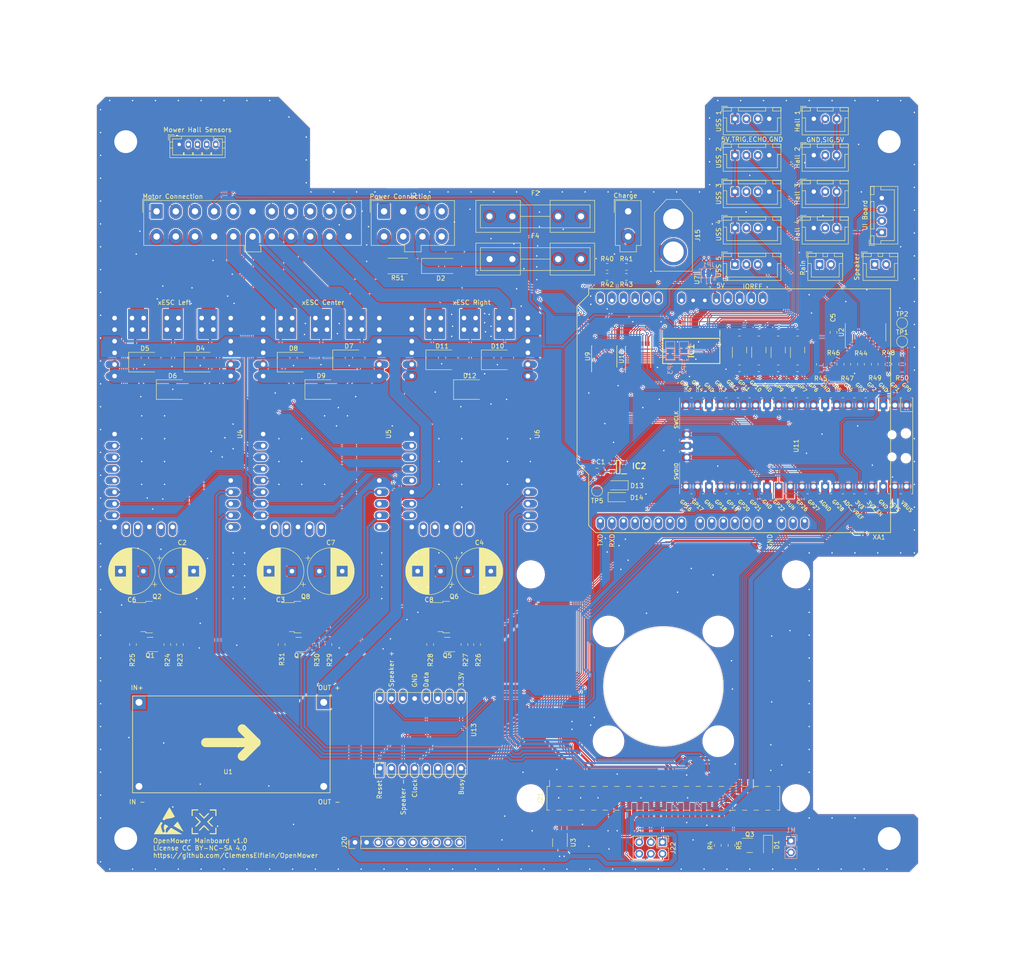
<source format=kicad_pcb>
(kicad_pcb (version 20211014) (generator pcbnew)
  (layers (0 "F.Cu" signal) (31 "B.Cu" signal) (34 "B.Paste" user) (35 "F.Paste" user) (36 "B.SilkS" user "B.Silkscreen") (37 "F.SilkS" user "F.Silkscreen") (38 "B.Mask" user) (39 "F.Mask" user) (44 "Edge.Cuts" user))
  (net 0 "")
  (net 1 "GND")
  (net 2 "+5V")
  (net 3 "/GPS/RXD")
  (net 8 "/RaspberryPi/UART0_TXD")
  (net 9 "/GPS/TXD")
  (net 10 "/RaspberryPi/UART0_RXD")
  (net 11 "/RaspberryPi/RASPI_FAN_ON")
  (net 12 "/RobotConnectors/RAIN-")
  (net 37 "/RobotConnectors/USS_1_TRIGGER_5V")
  (net 38 "/RobotConnectors/USS_1_ECHO_5V")
  (net 39 "/RobotConnectors/USS_2_TRIGGER_5V")
  (net 40 "/RobotConnectors/USS_2_ECHO_5V")
  (net 41 "/RobotConnectors/USS_3_TRIGGER_5V")
  (net 42 "/RobotConnectors/USS_3_ECHO_5V")
  (net 43 "/RobotConnectors/USS_4_TRIGGER_5V")
  (net 44 "/RobotConnectors/USS_4_ECHO_5V")
  (net 45 "/RobotConnectors/USS_5_TRIGGER_5V")
  (net 46 "/RobotConnectors/USS_5_ECHO_5V")
  (net 47 "/RobotConnectors/HALL_SWITCH_1_5V")
  (net 48 "/RobotConnectors/HALL_SWITCH_2_5V")
  (net 49 "/RobotConnectors/HALL_SWITCH_3_5V")
  (net 50 "/RobotConnectors/HALL_SWITCH_4_5V")
  (net 51 "/RobotConnectors/LED_RX")
  (net 52 "/RaspberryPi/RASPI_POWER")
  (net 53 "Net-(Q1-Pad3)")
  (net 54 "Net-(Q1-Pad1)")
  (net 55 "/RobotConnectors/LED_TX")
  (net 56 "+3V3")
  (net 57 "/RaspberryPi/POWER_EN")
  (net 58 "Net-(Q3-Pad1)")
  (net 59 "Net-(D1-Pad2)")
  (net 60 "V_BATT")
  (net 61 "/ESCs/MOSFET_SWITCH/VOUT")
  (net 62 "/RobotConnectors/USS_1_TRIGGER")
  (net 63 "Net-(Q5-Pad1)")
  (net 64 "Net-(Q5-Pad3)")
  (net 65 "/ESCs/MOSFET_SWITCH1/VOUT")
  (net 66 "Net-(Q7-Pad1)")
  (net 67 "Net-(Q7-Pad3)")
  (net 68 "/ESCs/MOSFET_SWITCH2/VOUT")
  (net 69 "/RobotConnectors/USS_2_TRIGGER")
  (net 70 "/RobotConnectors/USS_3_TRIGGER")
  (net 71 "/RobotConnectors/USS_4_TRIGGER")
  (net 72 "/RobotConnectors/USS_5_TRIGGER")
  (net 73 "/RobotConnectors/USS_5_ECHO")
  (net 74 "/RobotConnectors/HALL_SWITCH_4")
  (net 75 "/RobotConnectors/USS_4_ECHO")
  (net 76 "/RobotConnectors/HALL_SWITCH_3")
  (net 77 "/RobotConnectors/USS_3_ECHO")
  (net 78 "/RobotConnectors/HALL_SWITCH_2")
  (net 79 "/RobotConnectors/USS_2_ECHO")
  (net 80 "/RobotConnectors/HALL_SWITCH_1")
  (net 81 "/RobotConnectors/USS_1_ECHO")
  (net 82 "/GPS/GPS_POWER")
  (net 83 "/GPS/POWER_EN")
  (net 84 "/RAIN_DETECTED")
  (net 85 "Net-(J2-Pad1)")
  (net 106 "/ESCs/ML_HALL_U")
  (net 107 "/ESCs/ML_HALL_V")
  (net 108 "/ESCs/ML_HALL_W")
  (net 109 "/ESCs/MC_TEMP")
  (net 110 "/ESCs/MR_HALL_U")
  (net 111 "/ESCs/MR_HALL_V")
  (net 112 "/ESCs/MR_HALL_W")
  (net 113 "/ESCs/ML_PHASE_W")
  (net 114 "/ESCs/ML_PHASE_V")
  (net 115 "/ESCs/ML_PHASE_U")
  (net 116 "/ESCs/MC_PHASE_W")
  (net 117 "/ESCs/MC_PHASE_V")
  (net 118 "/ESCs/MC_PHASE_U")
  (net 119 "/ESCs/MR_PHASE_W")
  (net 120 "/ESCs/MR_PHASE_V")
  (net 121 "/ESCs/MR_PHASE_U")
  (net 122 "/RobotConnectors/V_CHARGE")
  (net 123 "/CHARGE_CURRENT")
  (net 124 "Net-(U4-Pad1)")
  (net 125 "/ESCs/MC_HALL_U")
  (net 126 "/ESCs/MC_HALL_V")
  (net 127 "/ESCs/MC_HALL_W")
  (net 128 "/RaspberryPi/PICO_RESET")
  (net 129 "/RaspberryPi/PICO_SWDIO")
  (net 130 "/RaspberryPi/PICO_SWCLK")
  (net 131 "Net-(U4-Pad2)")
  (net 132 "Net-(JP1-Pad2)")
  (net 133 "/ESCs/MC_POWER")
  (net 134 "/pico/V_CHARGE")
  (net 135 "/pico/V_IN")
  (net 136 "Net-(R45-Pad2)")
  (net 137 "Net-(R46-Pad1)")
  (net 138 "Net-(R47-Pad2)")
  (net 139 "Net-(R48-Pad1)")
  (net 142 "/ESCs/ML_TX")
  (net 143 "/ESCs/ML_RX")
  (net 144 "/ESCs/MC_RX")
  (net 145 "/ESCs/MC_TX")
  (net 146 "/ESCs/MR_TX")
  (net 147 "/ESCs/MR_RX")
  (net 148 "/IMU/SCK")
  (net 149 "/pico/SOUND_CLK")
  (net 150 "/pico/SOUND_DATA")
  (net 151 "/pico/SOUND_BUSY")
  (net 152 "/pico/SOUND_RESET")
  (net 164 "/IMU/MOSI")
  (net 165 "/IMU/MISO")
  (net 166 "/IMU/~{CS}")
  (net 171 "Net-(F2-Pad2)")
  (net 172 "Net-(F4-Pad1)")
  (net 189 "Net-(J21-Pad16)")
  (net 190 "Net-(J21-Pad18)")
  (net 191 "Net-(J21-Pad22)")
  (net 193 "/pico/MUX_OUTPUT")
  (net 196 "/pico/MUX_ADDRESS_2")
  (net 197 "/pico/MUX_ADDRESS_1")
  (net 198 "/pico/MUX_ADDRESS_0")
  (net 199 "/pico/MUX_INPUT")
  (net 210 "Net-(IC1-Pad1)")
  (net 211 "Net-(IC1-Pad24)")
  (net 212 "/RobotConnectors/SPEAKER_PLUS")
  (net 213 "/RobotConnectors/SPEAKER_MINUS")
  (net 214 "/RobotConnectors/CHARGE_SHUNT_PLUS")
  (net 215 "/RobotConnectors/CHARGE_SHUNT_MINUS")
  (footprint "Connector_Molex:Molex_Mini-Fit_Jr_5566-22A_2x11_P4.20mm_Vertical" (layer "F.Cu") (at 33.25 45.25)
    (fp_text reference "J1" hide)
    (fp_text value "Conn_02x11_Top_Bottom")
  )
  (footprint "Connector_Molex:Molex_Mini-Fit_Jr_5566-08A_2x04_P4.20mm_Vertical" (layer "F.Cu") (at 83 45.25)
    (fp_text reference "J2")
    (fp_text value "Conn_02x04_Top_Bottom")
  )
  (footprint "Connector_Molex:Molex_Mini-Fit_Jr_5566-02A_2x01_P4.20mm_Vertical" (layer "F.Cu") (at 136.4 45.25)
    (fp_text reference "J3" hide)
    (fp_text value "Conn_01x02")
  )
  (footprint "MyModules:LM2596S_MODULE" (layer "F.Cu") (at 28 172.5)
    (fp_text reference "U1")
    (fp_text value "LM2596S_MODULE")
  )
  (footprint "Arduino:Arduino_Uno_Shield" (layer "F.Cu") (at 193.8 62.2 180)
    (fp_text reference "XA1")
    (fp_text value "Arduino_Uno_Shield")
  )
  (footprint "Connector_JST:JST_XH_B3B-XH-A_1x03_P2.50mm_Vertical" (layer "F.Cu") (at 177 40.935)
    (fp_text reference "J13" hide)
    (fp_text value "Conn_01x03_Male")
  )
  (footprint "Connector_JST:JST_XH_B3B-XH-A_1x03_P2.50mm_Vertical" (layer "F.Cu") (at 177 48.9025)
    (fp_text reference "J14" hide)
    (fp_text value "Conn_01x03_Male")
  )
  (footprint "Connector_JST:JST_XH_B4B-XH-A_1x04_P2.50mm_Vertical" (layer "F.Cu") (at 159.75 25)
    (fp_text reference "J5" hide)
    (fp_text value "Conn_01x04")
  )
  (footprint "Connector_JST:JST_XH_B4B-XH-A_1x04_P2.50mm_Vertical" (layer "F.Cu") (at 159.75 32.9675)
    (fp_text reference "J6" hide)
    (fp_text value "Conn_01x04")
  )
  (footprint "Connector_JST:JST_XH_B4B-XH-A_1x04_P2.50mm_Vertical" (layer "F.Cu") (at 159.75 40.935)
    (fp_text reference "J7" hide)
    (fp_text value "Conn_01x04")
  )
  (footprint "Connector_JST:JST_XH_B4B-XH-A_1x04_P2.50mm_Vertical" (layer "F.Cu") (at 159.75 48.9025)
    (fp_text reference "J8" hide)
    (fp_text value "Conn_01x04")
  )
  (footprint "Connector_JST:JST_XH_B4B-XH-A_1x04_P2.50mm_Vertical" (layer "F.Cu") (at 159.75 56.87)
    (fp_text reference "J9" hide)
    (fp_text value "Conn_01x04")
  )
  (footprint "Connector_JST:JST_XH_B3B-XH-A_1x03_P2.50mm_Vertical" (layer "F.Cu") (at 177 32.9675)
    (fp_text reference "J12" hide)
    (fp_text value "Conn_01x03_Male")
  )
  (footprint "Connector_JST:JST_PH_B5B-PH-K_1x05_P2.00mm_Vertical" (layer "F.Cu") (at 38.2 30.6)
    (fp_text reference "J10" hide)
    (fp_text value "Conn_01x05")
  )
  (footprint "Connector_JST:JST_XH_B3B-XH-A_1x03_P2.50mm_Vertical" (layer "F.Cu") (at 177 25)
    (fp_text reference "J11" hide)
    (fp_text value "Conn_01x03_Male")
  )
  (footprint "MountingHole:MountingHole_5mm_Pad" (layer "F.Cu") (at 26.5 30)
    (fp_text reference "H1" hide)
    (fp_text value "MountingHole_Pad")
  )
  (footprint "MountingHole:MountingHole_5mm_Pad" (layer "F.Cu") (at 26.5 182.5)
    (fp_text reference "H2" hide)
    (fp_text value "MountingHole_Pad")
  )
  (footprint "MountingHole:MountingHole_5mm_Pad" (layer "F.Cu") (at 193.5 30)
    (fp_text reference "H3" hide)
    (fp_text value "MountingHole_Pad")
  )
  (footprint "MountingHole:MountingHole_5mm_Pad" (layer "F.Cu") (at 193.5 182.5)
    (fp_text reference "H4" hide)
    (fp_text value "MountingHole_Pad")
  )
  (footprint "WTV020:WTV020" (layer "F.Cu") (at 110.75 156.215 90)
    (fp_text reference "U13")
    (fp_text value "WTV020")
  )
  (footprint "Resistor_SMD:R_0805_2012Metric_Pad1.20x1.40mm_HandSolder" (layer "F.Cu") (at 103.342323 140.05 -90)
    (fp_text reference "R26")
    (fp_text value "R")
  )
  (footprint "xESC2:xESC2" (layer "F.Cu") (at 84.5 94 90)
    (fp_text reference "U5")
    (fp_text value "xESC2")
  )
  (footprint "Resistor_SMD:R_0805_2012Metric_Pad1.20x1.40mm_HandSolder" (layer "F.Cu") (at 100.592323 140.05 -90)
    (fp_text reference "R27")
    (fp_text value "R")
  )
  (footprint "Package_SO:SSOP-16_4.4x5.2mm_P0.65mm" (layer "F.Cu") (at 131.2 77 90)
    (fp_text reference "U9")
    (fp_text value "74HC4051")
  )
  (footprint "Resistor_SMD:R_0805_2012Metric_Pad1.20x1.40mm_HandSolder" (layer "F.Cu") (at 159 184 -90)
    (fp_text reference "R5")
    (fp_text value "R")
  )
  (footprint "Package_TO_SOT_SMD:SOT-23" (layer "F.Cu") (at 163 184)
    (fp_text reference "Q3")
    (fp_text value "BSS138")
  )
  (footprint "Resistor_SMD:R_0805_2012Metric_Pad1.20x1.40mm_HandSolder" (layer "F.Cu") (at 136 57.4 180)
    (fp_text reference "R41")
    (fp_text value "R")
  )
  (footprint "Capacitor_THT:CP_Radial_D10.0mm_P5.00mm" (layer "F.Cu") (at 62.849646 124 180)
    (fp_text reference "C3")
    (fp_text value "C_Polarized")
  )
  (footprint "Connector_PinHeader_2.54mm:PinHeader_2x03_P2.54mm_Vertical" (layer "F.Cu") (at 143.9 183.3 -90)
    (fp_text reference "J22")
    (fp_text value "Conn_02x03_Odd_Even")
  )
  (footprint "Resistor_SMD:R_0805_2012Metric_Pad1.20x1.40mm_HandSolder" (layer "F.Cu") (at 38.342323 140.05 -90)
    (fp_text reference "R23")
    (fp_text value "R")
  )
  (footprint "" (layer "F.Cu") (at 132.1 161.2 -90)
    (fp_text reference "")
    (fp_text value "")
  )
  (footprint "Connector_AMASS:AMASS_XT60-M_1x02_P7.20mm_Vertical" (layer "F.Cu") (at 146.3 46.9 -90)
    (fp_text reference "J15")
    (fp_text value "Conn_01x02_Male")
  )
  (footprint "MyModules:Fuseholder5x20_horiz_open_inline_Type-I" (layer "F.Cu") (at 106.075 55.7)
    (fp_text reference "F4")
    (fp_text value "Fuse")
  )
  (footprint "Resistor_SMD:R_0805_2012Metric_Pad1.20x1.40mm_HandSolder" (layer "F.Cu") (at 131.8 57.4 180)
    (fp_text reference "R40")
    (fp_text value "R")
  )
  (footprint "Resistor_SMD:R_0805_2012Metric_Pad1.20x1.40mm_HandSolder" (layer "F.Cu") (at 196.32 78.72 90)
    (fp_text reference "R50")
    (fp_text value "10k")
  )
  (footprint "Resistor_SMD:R_0805_2012Metric_Pad1.20x1.40mm_HandSolder" (layer "F.Cu") (at 35.592323 140.05 -90)
    (fp_text reference "R24")
    (fp_text value "R")
  )
  (footprint "Resistor_SMD:R_0805_2012Metric_Pad1.20x1.40mm_HandSolder" (layer "F.Cu") (at 136 59.6 180)
    (fp_text reference "R43")
    (fp_text value "R")
  )
  (footprint "Diode_SMD:D_SOD-123F" (layer "F.Cu") (at 134.2 107.8)
    (fp_text reference "D14")
    (fp_text value "D_Zener")
  )
  (footprint "Capacitor_THT:CP_Radial_D10.0mm_P5.00mm" (layer "F.Cu") (at 36.349646 124)
    (fp_text reference "C2")
    (fp_text value "C_Polarized")
  )
  (footprint "xESC2:xESC2" (layer "F.Cu") (at 52 94 90)
    (fp_text reference "U4")
    (fp_text value "xESC2")
  )
  (footprint "Connector_PinHeader_2.54mm:PinHeader_1x10_P2.54mm_Vertical" (layer "F.Cu") (at 76.65 183.35 90)
    (fp_text reference "J20")
    (fp_text value "Conn_01x10_Female")
  )
  (footprint "Resistor_SMD:R_0805_2012Metric_Pad1.20x1.40mm_HandSolder" (layer "F.Cu") (at 169.216666 79.6)
    (fp_text reference "R15" hide)
    (fp_text value "R")
  )
  (footprint "" (layer "F.Cu") (at 132.1 137.2 -90)
    (fp_text reference "")
    (fp_text value "")
  )
  (footprint "Capacitor_THT:CP_Radial_D10.0mm_P5.00mm" (layer "F.Cu") (at 101.349646 124)
    (fp_text reference "C4")
    (fp_text value "C_Polarized")
  )
  (footprint "Resistor_SMD:R_0805_2012Metric_Pad1.20x1.40mm_HandSolder" (layer "F.Cu") (at 28.092323 140.05 -90)
    (fp_text reference "R25")
    (fp_text value "R")
  )
  (footprint "Resistor_SMD:R_0805_2012Metric_Pad1.20x1.40mm_HandSolder" (layer "F.Cu") (at 193.32 78.72 -90)
    (fp_text reference "R48")
    (fp_text value "10k")
  )
  (footprint "Diode_SMD:D_SMB" (layer "F.Cu") (at 75.325 77.75)
    (fp_text reference "D7")
    (fp_text value "D_TVS")
  )
  (footprint "Diode_SMD:D_SMB" (layer "F.Cu") (at 30.695 78.25)
    (fp_text reference "D5")
    (fp_text value "D_TVS")
  )
  (footprint "xESC2:xESC2" (layer "F.Cu") (at 117 94 90)
    (fp_text reference "U6")
    (fp_text value "xESC2")
  )
  (footprint "Diode_SMD:D_SMB" (layer "F.Cu") (at 69.25 84.25)
    (fp_text reference "D9")
    (fp_text value "D_TVS")
  )
  (footprint "" (layer "F.Cu") (at 156.1 161.2 -90)
    (fp_text reference "")
    (fp_text value "")
  )
  (footprint "Diode_SMD:D_SOD-123F" (layer "F.Cu") (at 134.2 105.2 180)
    (fp_text reference "D13")
    (fp_text value "D_Schottky")
  )
  (footprint "Resistor_SMD:R_0805_2012Metric_Pad1.20x1.40mm_HandSolder" (layer "F.Cu") (at 187.32 78.72 90)
    (fp_text reference "R44")
    (fp_text value "47k")
  )
  (footprint "MyModules:Fuseholder5x20_horiz_open_inline_Type-I" (layer "F.Cu") (at 106.075 46.35)
    (fp_text reference "F2")
    (fp_text value "Fuse")
  )
  (footprint "Capacitor_THT:CP_Radial_D10.0mm_P5.00mm" (layer "F.Cu") (at 95.349646 124 180)
    (fp_text reference "C8")
    (fp_text value "C_Polarized")
  )
  (footprint "Capacitor_THT:CP_Radial_D10.0mm_P5.00mm" (layer "F.Cu") (at 30.349646 124 180)
    (fp_text reference "C6")
    (fp_text value "C_Polarized")
  )
  (footprint "Resistor_SMD:R_0805_2012Metric_Pad1.20x1.40mm_HandSolder" (layer "F.Cu") (at 60.592323 140.05 -90)
    (fp_text reference "R31")
    (fp_text value "R")
  )
  (footprint "Package_SO:SSOP-16_4.4x5.2mm_P0.65mm" (layer "F.Cu") (at 138.6 77.1 90)
    (fp_text reference "U10")
    (fp_text value "74HC4051")
  )
  (footprint "Package_TO_SOT_SMD:SOT-23-6_Handsoldering" (layer "F.Cu") (at 153.96 58.85 90)
    (fp_text reference "U7")
    (fp_text value "SIP32509DT")
  )
  (footprint "Capacitor_SMD:C_0805_2012Metric_Pad1.18x1.45mm_HandSolder" (layer "F.Cu") (at 181.32 71.72 -90)
    (fp_text reference "C5")
    (fp_text value "100n")
  )
  (footprint "Package_TO_SOT_SMD:SOT-23" (layer "F.Cu") (at 173.449999 75.6 90)
    (fp_text reference "Q16" hide)
    (fp_text value "BSS138")
  )
  (footprint "Package_TO_SOT_SMD:SOT-23" (layer "F.Cu") (at 64.342323 140.05 180)
    (fp_text reference "Q7")
    (fp_text value "BSS138")
  )
  (footprint "" (layer "F.Cu") (at 115.1 124.7 -90)
    (fp_text reference "")
    (fp_text value "")
  )
  (footprint "Connector_PinSocket_2.54mm:PinSocket_2x20_P2.54mm_Vertical_SMD" (layer "F.Cu") (at 144.1 173.7 90)
    (fp_text reference "J21")
    (fp_text value "Raspberry_Pi_2_3")
  )
  (footprint "Resistor_SMD:R_0805_2012Metric_Pad1.20x1.40mm_HandSolder" (layer "F.Cu") (at 181.32 78.72 -90)
    (fp_text reference "R46")
    (fp_text value "47k")
  )
  (footprint "Resistor_SMD:R_0805_2012Metric_Pad1.20x1.40mm_HandSolder" (layer "F.Cu") (at 164.983333 79.6)
    (fp_text reference "R9" hide)
    (fp_text value "R")
  )
  (footprint "Resistor_SMD:R_0805_2012Metric_Pad1.20x1.40mm_HandSolder" (layer "F.Cu") (at 164.983333 71.8)
    (fp_text reference "R10" hide)
    (fp_text value "R")
  )
  (footprint "Capacitor_THT:CP_Radial_D10.0mm_P5.00mm" (layer "F.Cu") (at 68.849646 124)
    (fp_text reference "C7")
    (fp_text value "C_Polarized")
  )
  (footprint "Resistor_SMD:R_0805_2012Metric_Pad1.20x1.40mm_HandSolder" (layer "F.Cu") (at 173.449999 79.6)
    (fp_text reference "R19" hide)
    (fp_text value "R")
  )
  (footprint "Diode_SMD:D_SMB" (layer "F.Cu") (at 107.825 77.75)
    (fp_text reference "D10")
    (fp_text value "D_TVS")
  )
  (footprint "Resistor_SMD:R_0805_2012Metric_Pad1.20x1.40mm_HandSolder" (layer "F.Cu") (at 68.092323 140.05 -90)
    (fp_text reference "R30")
    (fp_text value "R")
  )
  (footprint "Package_TO_SOT_SMD:SOT-23-6_Handsoldering" (layer "F.Cu") (at 121.48 183.41 -90)
    (fp_text reference "U3")
    (fp_text value "SIP32509DT")
  )
  (footprint "Resistor_SMD:R_0805_2012Metric_Pad1.20x1.40mm_HandSolder" (layer "F.Cu") (at 131.8 59.6 180)
    (fp_text reference "R42")
    (fp_text value "R")
  )
  (footprint "Resistor_SMD:R_0805_2012Metric_Pad1.20x1.40mm_HandSolder" (layer "F.Cu") (at 190.32 78.72 -90)
    (fp_text reference "R49")
    (fp_text value "6.8k")
  )
  (footprint "Resistor_SMD:R_0805_2012Metric_Pad1.20x1.40mm_HandSolder" (layer "F.Cu") (at 169.216666 71.8)
    (fp_text reference "R16" hide)
    (fp_text value "R")
  )
  (footprint "Connector_JST:JST_XH_B2B-XH-A_1x02_P2.50mm_Vertical" (layer "F.Cu") (at 190.32 56.87)
    (fp_text reference "J18" hide)
    (fp_text value "Conn_01x02")
  )
  (footprint "" (layer "F.Cu") (at 173.1 124.7 -90)
    (fp_text reference "")
    (fp_text value "")
  )
  (footprint "Resistor_SMD:R_0805_2012Metric_Pad1.20x1.40mm_HandSolder" (layer "F.Cu") (at 156 184 90)
    (fp_text reference "R4")
    (fp_text value "R")
  )
  (footprint "74ALVC164245DGG:SOP50P810X120-48N" (layer "F.Cu") (at 150.2 75.8 -90)
    (fp_text reference "IC1")
    (fp_text value "74ALVC164245DGG,11" hide)
  )
  (footprint "Package_TO_SOT_SMD:TO-252-2" (layer "F.Cu") (at 33.342323 134.05)
    (fp_text reference "Q2")
    (fp_text value "Q_PMOS_GDS")
  )
  (footprint "TSC101CILT:SOT95P280X145-5N" (layer "F.Cu") (at 134.2 101.2 180)
    (fp_text reference "IC2")
    (fp_text value "TSC101CILT" hide)
  )
  (footprint "Connector_JST:JST_XH_B2B-XH-A_1x02_P2.50mm_Vertical" (layer "F.Cu") (at 178.25 56.87)
    (fp_text reference "J17" hide)
    (fp_text value "Conn_01x02")
  )
  (footprint "Package_TO_SOT_SMD:SOT-23" (layer "F.Cu") (at 160.75 75.6 90)
    (fp_text reference "Q13" hide)
    (fp_text value "BSS138")
  )
  (footprint "Diode_SMD:D_SMB" (layer "F.Cu") (at 95.695 77.75)
    (fp_text reference "D11")
    (fp_text value "D_TVS")
  )
  (footprint "x-tech-logo:x-tech-logo" (layer "F.Cu") (at 43.6 178.9 180)
    (fp_text reference "G***" hide)
    (fp_text value "LOGO" hide)
  )
  (footprint "Resistor_SMD:R_0805_2012Metric_Pad1.20x1.40mm_HandSolder" (layer "F.Cu") (at 173.449999 71.8)
    (fp_text reference "R20" hide)
    (fp_text value "R")
  )
  (footprint "Connector_JST:JST_XH_B4B-XH-A_1x04_P2.50mm_Vertical" (layer "F.Cu") (at 191.87 49.8525 90)
    (fp_text reference "J19" hide)
    (fp_text value "Conn_01x04")
  )
  (footprint "Diode_SMD:D_SMB" (layer "F.Cu") (at 42.825 78.25)
    (fp_text reference "D4")
    (fp_text value "D_TVS")
  )
  (footprint "Package_TO_SOT_SMD:SOT-23" (layer "F.Cu") (at 169.216666 75.6 90)
    (fp_text reference "Q15" hide)
    (fp_text value "BSS138")
  )
  (footprint "Package_TO_SOT_SMD:TO-252-2" (layer "F.Cu") (at 98.342323 134.05)
    (fp_text reference "Q6")
    (fp_text value "Q_PMOS_GDS")
  )
  (footprint "Diode_SMD:D_SMB" (layer "F.Cu") (at 101.75 84.25)
    (fp_text reference "D12")
    (fp_text value "D_TVS")
  )
  (footprint "Resistor_SMD:R_0805_2012Metric_Pad1.20x1.40mm_HandSolder" (layer "F.Cu") (at 93.092323 140.05 -90)
    (fp_text reference "R28")
    (fp_text value "R")
  )
  (footprint "Package_TO_SOT_SMD:SOT-23" (layer "F.Cu") (at 31.842323 140.05 180)
    (fp_text reference "Q1")
    (fp_text value "BSS138")
  )
  (footprint "" (layer "F.Cu") (at 115.1 173.7 -90)
    (fp_text reference "")
    (fp_text value "")
  )
  (footprint "Diode_SMD:D_SMB" (layer "F.Cu") (at 36.75 84.25)
    (fp_text reference "D6")
    (fp_text value "D_TVS")
  )
  (footprint "" (layer "F.Cu") (at 156.1 137.2 -90)
    (fp_text reference "")
    (fp_text value "")
  )
  (footprint "TestPoint:TestPoint_Pad_D2.0mm" (layer "F.Cu") (at 129.6 106.4)
    (fp_text reference "TP5")
    (fp_text value "TestPoint")
  )
  (footprint "MCU_RaspberryPi_and_Boards:RPi_Pico_SMD_TH" (layer "F.Cu") (at 173.145 96.565 -90)
    (fp_text reference "U11")
    (fp_text value "Pico")
  )
  (footprint "Resistor_SMD:R_0805_2012Metric_Pad1.20x1.40mm_HandSolder" (layer "F.Cu") (at 160.75 79.6)
    (fp_text reference "R3" hide)
    (fp_text value "R")
  )
  (footprint "Package_TO_SOT_SMD:TO-252-2" (layer "F.Cu") (at 65.842323 134.05)
    (fp_text reference "Q8")
    (fp_text value "Q_PMOS_GDS")
  )
  (footprint "Diode_SMD:D_SMA_Handsoldering" (layer "F.Cu") (at 95.6 57.2)
    (fp_text reference "D2")
    (fp_text value "D_Schottky")
  )
  (footprint "Capacitor_SMD:C_0805_2012Metric_Pad1.18x1.45mm_HandSolder" (layer "F.Cu") (at 129.6 102.2 180)
    (fp_text reference "C1")
    (fp_text value "100n")
  )
  (footprint "Diode_SMD:D_SMB" (layer "F.Cu") (at 63.195 78.25)
    (fp_text reference "D8")
    (fp_text value "D_TVS")
  )
  (footprint "TestPoint:TestPoint_Pad_D2.0mm" (layer "F.Cu") (at 196.32 69.72)
    (fp_text reference "TP2")
    (fp_text value "TestPoint")
  )
  (footprint "Resistor_SMD:R_2512_6332Metric_Pad1.40x3.35mm_HandSolder" (layer "F.Cu") (at 86 57.2 180)
    (fp_text reference "R51")
    (fp_text value "R")
  )
  (footprint "" (layer "F.Cu") (at 173.1 173.7 -90)
    (fp_text reference "")
    (fp_text value "")
  )
  (footprint "Package_SO:SOIC-14_3.9x8.7mm_P1.27mm" (layer "F.Cu") (at 188.32 71.72 90)
    (fp_text reference "U2")
    (fp_text value "MCP604")
  )
  (footprint "Package_TO_SOT_SMD:SOT-23" (layer "F.Cu") (at 96.842323 140.05 180)
    (fp_text reference "Q5")
    (fp_text value "BSS138")
  )
  (footprint "Resistor_SMD:R_0805_2012Metric_Pad1.20x1.40mm_HandSolder" (layer "F.Cu") (at 184.32 78.72 -90)
    (fp_text reference "R47")
    (fp_text value "560")
  )
  (footprint "Symbol:ESD-Logo_6.6x6mm_SilkScreen" (layer "F.Cu") (at 35.9 178.6)
    (fp_text reference "REF**" hide)
    (fp_text value "ESD-Logo_6.6x6mm_SilkScreen" hide)
  )
  (footprint "Package_TO_SOT_SMD:SOT-23" (layer "F.Cu") (at 164.983333 75.6 90)
    (fp_text reference "Q14" hide)
    (fp_text value "BSS138")
  )
  (footprint "Resistor_SMD:R_0805_2012Metric_Pad1.20x1.40mm_HandSolder" (layer "F.Cu") (at 160.75 71.8)
    (fp_text reference "R6" hide)
    (fp_text value "R")
  )
  (footprint "TestPoint:TestPoint_Pad_D2.0mm" (layer "F.Cu") (at 196.32 73.72)
    (fp_text reference "TP1")
    (fp_text value "TestPoint")
  )
  (footprint "Diode_SMD:D_SOD-123F" (layer "F.Cu") (at 167 184 -90)
    (fp_text reference "D1")
    (fp_text value "D_Schottky")
  )
  (footprint "Resistor_SMD:R_0805_2012Metric_Pad1.20x1.40mm_HandSolder" (layer "F.Cu") (at 70.842323 140.05 -90)
    (fp_text reference "R29")
    (fp_text value "R")
  )
  (footprint "Resistor_SMD:R_0805_2012Metric_Pad1.20x1.40mm_HandSolder" (layer "F.Cu") (at 178.32 78.72 -90)
    (fp_text reference "R45")
    (fp_text value "1k")
  )
  (footprint "Jumper:SolderJumper-3_P1.3mm_Bridged12_Pad1.0x1.5mm" (layer "B.Cu") (at 145.6 75.8 90)
    (fp_text reference "JP3")
    (fp_text value "SolderJumper_3_Bridged12")
  )
  (footprint "Jumper:SolderJumper-3_P1.3mm_Bridged12_Pad1.0x1.5mm" (layer "B.Cu") (at 154 58.8 180)
    (fp_text reference "JP1")
    (fp_text value "SolderJumper_3_Bridged12")
  )
  (footprint "Connector_PinHeader_2.54mm:PinHeader_1x02_P2.54mm_Vertical" (layer "B.Cu") (at 172 183 180)
    (fp_text reference "M1")
    (fp_text value "Fan")
  )
  (footprint "Jumper:SolderJumper-3_P1.3mm_Bridged12_Pad1.0x1.5mm" (layer "B.Cu") (at 148.6 75.8 -90)
    (fp_text reference "JP2")
    (fp_text value "SolderJumper_3_Bridged12")
  )
  (gr_line (start 20 188) (end 20 22) (layer "Edge.Cuts") (width 0.05))
  (gr_line (start 67 40) (end 67 27) (layer "Edge.Cuts") (width 0.05))
  (gr_line (start 153 40) (end 67 40) (layer "Edge.Cuts") (width 0.05))
  (gr_line (start 153 22) (end 153 40) (layer "Edge.Cuts") (width 0.05))
  (gr_line (start 177 176) (end 177 122) (layer "Edge.Cuts") (width 0.05))
  (gr_line (start 20 22) (end 22 20) (layer "Edge.Cuts") (width 0.05))
  (gr_line (start 177 122) (end 178 121) (layer "Edge.Cuts") (width 0.05))
  (gr_line (start 200 178) (end 199 177) (layer "Edge.Cuts") (width 0.05))
  (gr_line (start 178 177) (end 177 176) (layer "Edge.Cuts") (width 0.05))
  (gr_circle locked (center 144.1 149.2) (end 157.1 149.2) (layer "Edge.Cuts") (width 0.1) (fill none))
  (gr_line (start 198 20) (end 200 22) (layer "Edge.Cuts") (width 0.05))
  (gr_line (start 198 190) (end 22 190) (layer "Edge.Cuts") (width 0.05))
  (gr_line (start 199 121) (end 200 120) (layer "Edge.Cuts") (width 0.05))
  (gr_line (start 198 20) (end 155 20) (layer "Edge.Cuts") (width 0.05))
  (gr_line (start 60 20) (end 67 27) (layer "Edge.Cuts") (width 0.05))
  (gr_line (start 200 120) (end 200 22) (layer "Edge.Cuts") (width 0.05))
  (gr_line (start 22 20) (end 60 20) (layer "Edge.Cuts") (width 0.05))
  (gr_line (start 155 20) (end 153 22) (layer "Edge.Cuts") (width 0.05))
  (gr_line (start 178 121) (end 199 121) (layer "Edge.Cuts") (width 0.05))
  (gr_line (start 198 190) (end 200 188) (layer "Edge.Cuts") (width 0.05))
  (gr_line (start 20 188) (end 22 190) (layer "Edge.Cuts") (width 0.05))
  (gr_line (start 199 177) (end 178 177) (layer "Edge.Cuts") (width 0.05))
  (gr_line (start 200 188) (end 200 178) (layer "Edge.Cuts") (width 0.05))
  (gr_text "RXD" (at 132.9 117.3 90) (layer "F.SilkS") (effects (font (size 1 1))))
  (gr_text "Busy" (at 99.9 171.2 90) (layer "F.SilkS") (effects (font (size 1 1))))
  (gr_text "Hall 3" (at 173.4 41.46 90) (layer "F.SilkS") (effects (font (size 1 1))))
  (gr_text "xESC Center" (at 69.655 65.2) (layer "F.SilkS") (effects (font (size 1 1))))
  (gr_text "GND,SIG,5V" (at 179.5 29.6) (layer "F.SilkS") (effects (font (size 1 1))))
  (gr_text "Power Connection" (at 86.6 42) (layer "F.SilkS") (effects (font (size 1 1))))
  (gr_text "Speaker" (at 186.4 57.4 90) (layer "F.SilkS") (effects (font (size 1 1))))
  (gr_text "Mower Hall Sensors" (at 42.2 27.4) (layer "F.SilkS") (effects (font (size 1 1))))
  (gr_text "Speaker -" (at 87.2 173.4 90) (layer "F.SilkS") (effects (font (size 1 1))))
  (gr_text "USS 2" (at 156.2 33.492501 90) (layer "F.SilkS") (effects (font (size 1 1))))
  (gr_text "Speaker +" (at 84.6 145.4 90) (layer "F.SilkS") (effects (font (size 1 1))))
  (gr_text "USS 5" (at 156.2 57.395001 90) (layer "F.SilkS") (effects (font (size 1 1))))
  (gr_text "Hall 2" (at 173.4 33.4925 90) (layer "F.SilkS") (effects (font (size 1 1))))
  (gr_text "USS 3" (at 156.2 41.460001 90) (layer "F.SilkS") (effects (font (size 1 1))))
  (gr_text "Reset" (at 82 171.8 90) (layer "F.SilkS") (effects (font (size 1 1))))
  (gr_text "OpenMower Mainboard v1.0\nLicense CC BY-NC-SA 4.0\nhttps://github.com/ClemensElflein/OpenMower" (at 32.4 184.6) (layer "F.SilkS") (effects (font (size 1 1)) (justify left)))
  (gr_text "3.3V" (at 99.9 147.7 90) (layer "F.SilkS") (effects (font (size 1 1))))
  (gr_text "5V,TRIG,ECHO,GND" (at 163.5 29.5) (layer "F.SilkS") (effects (font (size 1 1))))
  (gr_text "Hall 4" (at 173.4 49.4275 90) (layer "F.SilkS") (effects (font (size 1 1))))
  (gr_text "Charge" (at 135.8 41.8) (layer "F.SilkS") (effects (font (size 1 1))))
  (gr_text "TXD" (at 130.3 117.2 90) (layer "F.SilkS") (effects (font (size 1 1))))
  (gr_text "Data" (at 92.2 147.7 90) (layer "F.SilkS") (effects (font (size 1 1))))
  (gr_text "USS 4" (at 156.2 49.427501 90) (layer "F.SilkS") (effects (font (size 1 1))))
  (gr_text "USS 1" (at 156.2 25.525001 90) (layer "F.SilkS") (effects (font (size 1 1))))
  (gr_text "Rain" (at 174.6 57.6 90) (layer "F.SilkS") (effects (font (size 1 1))))
  (gr_text "GND" (at 167.4 117.4 90) (layer "F.SilkS") (effects (font (size 1 1))))
  (gr_text "Clock" (at 89.7 171.5 90) (layer "F.SilkS") (effects (font (size 1 1))))
  (gr_text "Motor Connection" (at 36.8 42) (layer "F.SilkS") (effects (font (size 1 1))))
  (gr_text "xESC Left" (at 37.155 65.2) (layer "F.SilkS") (effects (font (size 1 1))))
  (gr_text "xESC Right" (at 102.155 65.2) (layer "F.SilkS") (effects (font (size 1 1))))
  (gr_text "GND" (at 89.7 147.9 90) (layer "F.SilkS") (effects (font (size 1 1))))
  (gr_text "IOREF" (at 163.6 61.7) (layer "F.SilkS") (effects (font (size 1 1))))
  (gr_text "5V" (at 156.6 61.5) (layer "F.SilkS") (effects (font (size 1 1))))
  (gr_text "Hall 1" (at 173.4 25.525 90) (layer "F.SilkS") (effects (font (size 1 1))))
  (gr_text "UI Board" (at 188.2 46.1025 90) (layer "F.SilkS") (effects (font (size 1 1))))
  (segment (start 186.92 79.72) (end 185.92 80.72) (width 0.3) (layer "F.Cu") (net 1))
  (segment (start 187.32 79.72) (end 186.92 79.72) (width 0.3) (layer "F.Cu") (net 1))
  (via locked (at 102 41) (size 0.6) (drill 0.3) (layers "F.Cu" "B.Cu") (net 1))
  (via locked (at 20.990822 102.999444) (size 0.6) (drill 0.3) (layers "F.Cu" "B.Cu") (net 1))
  (via (at 175.4 98.2) (size 0.6) (drill 0.3) (layers "F.Cu" "B.Cu") (net 1))
  (via locked (at 20.990822 67.999444) (size 0.6) (drill 0.3) (layers "F.Cu" "B.Cu") (net 1))
  (via (at 95.6 78.6) (size 0.6) (drill 0.3) (layers "F.Cu" "B.Cu") (net 1))
  (via (at 65.8 69.8) (size 0.6) (drill 0.3) (layers "F.Cu" "B.Cu") (net 1))
  (via (at 103.4 58.2) (size 0.6) (drill 0.3) (layers "F.Cu" "B.Cu") (net 1))
  (via (at 144.2 97.6) (size 0.6) (drill 0.3) (layers "F.Cu" "B.Cu") (net 1))
  (via locked (at 176 138) (size 0.6) (drill 0.3) (layers "F.Cu" "B.Cu") (net 1))
  (via (at 29.8 85.8) (size 0.6) (drill 0.3) (layers "F.Cu" "B.Cu") (net 1))
  (via (at 42.8 135.4) (size 0.6) (drill 0.3) (layers "F.Cu" "B.Cu") (net 1))
  (via locked (at 77.997832 189.198418) (size 0.6) (drill 0.3) (layers "F.Cu" "B.Cu") (net 1))
  (via (at 139.2 173.6) (size 0.6) (drill 0.3) (layers "F.Cu" "B.Cu") (net 1))
  (via (at 88 134.6) (size 0.6) (drill 0.3) (layers "F.Cu" "B.Cu") (net 1))
  (via (at 106.4 72.6) (size 0.6) (drill 0.3) (layers "F.Cu" "B.Cu") (net 1))
  (via (at 167.6 162) (size 0.6) (drill 0.3) (layers "F.Cu" "B.Cu") (net 1))
  (via (at 69.2 78.8) (size 0.6) (drill 0.3) (layers "F.Cu" "B.Cu") (net 1))
  (via (at 115 100) (size 0.6) (drill 0.3) (layers "F.Cu" "B.Cu") (net 1))
  (via locked (at 22.997832 189.198418) (size 0.6) (drill 0.3) (layers "F.Cu" "B.Cu") (net 1))
  (via locked (at 191 120) (size 0.6) (drill 0.3) (layers "F.Cu" "B.Cu") (net 1))
  (via (at 131.8 66.6) (size 0.6) (drill 0.3) (layers "F.Cu" "B.Cu") (net 1))
  (via (at 49.8 59) (size 0.6) (drill 0.3) (layers "F.Cu" "B.Cu") (net 1))
  (via locked (at 20.990822 57.999444) (size 0.6) (drill 0.3) (layers "F.Cu" "B.Cu") (net 1))
  (via (at 176 63.5) (size 0.6) (drill 0.3) (layers "F.Cu" "B.Cu") (net 1))
  (via (at 41 62) (size 0.6) (drill 0.3) (layers "F.Cu" "B.Cu") (net 1))
  (via (at 162.2 45.4) (size 0.6) (drill 0.3) (layers "F.Cu" "B.Cu") (net 1))
  (via (at 122.2 49.2) (size 0.6) (drill 0.3) (layers "F.Cu" "B.Cu") (net 1))
  (via (at 186.6 92.2) (size 0.6) (drill 0.3) (layers "F.Cu" "B.Cu") (net 1))
  (via (at 51 162.4) (size 0.6) (drill 0.3) (layers "F.Cu" "B.Cu") (net 1))
  (via locked (at 181 120) (size 0.6) (drill 0.3) (layers "F.Cu" "B.Cu") (net 1))
  (via (at 34.2 119.2) (size 0.6) (drill 0.3) (layers "F.Cu" "B.Cu") (net 1))
  (via (at 115 95) (size 0.6) (drill 0.3) (layers "F.Cu" "B.Cu") (net 1))
  (via locked (at 107 41) (size 0.6) (drill 0.3) (layers "F.Cu" "B.Cu") (net 1))
  (via (at 60 95) (size 0.6) (drill 0.3) (layers "F.Cu" "B.Cu") (net 1))
  (via (at 140.4 133.2) (size 0.6) (drill 0.3) (layers "F.Cu" "B.Cu") (net 1))
  (via (at 101.8 44.8) (size 0.6) (drill 0.3) (layers "F.Cu" "B.Cu") (net 1))
  (via (at 175.4 58.4) (size 0.6) (drill 0.3) (layers "F.Cu" "B.Cu") (net 1))
  (via locked (at 62.997832 189.198418) (size 0.6) (drill 0.3) (layers "F.Cu" "B.Cu") (net 1))
  (via (at 142.8 79.4) (size 0.6) (drill 0.3) (layers "F.Cu" "B.Cu") (net 1))
  (via locked (at 176 178) (size 0.6) (drill 0.3) (layers "F.Cu" "B.Cu") (net 1))
  (via locked (at 176 21) (size 0.6) (drill 0.3) (layers "F.Cu" "B.Cu") (net 1))
  (via (at 28.8 54.6) (size 0.6) (drill 0.3) (layers "F.Cu" "B.Cu") (net 1))
  (via locked (at 199 70) (size 0.6) (drill 0.3) (layers "F.Cu" "B.Cu") (net 1))
  (via locked (at 87.997832 189.198418) (size 0.6) (drill 0.3) (layers "F.Cu" "B.Cu") (net 1))
  (via locked (at 167.997832 189.198418) (size 0.6) (drill 0.3) (layers "F.Cu" "B.Cu") (net 1))
  (via (at 95 95) (size 0.6) (drill 0.3) (layers "F.Cu" "B.Cu") (net 1))
  (via (at 129.8 173.6) (size 0.6) (drill 0.3) (layers "F.Cu" "B.Cu") (net 1))
  (via (at 149.8 81.4) (size 0.6) (drill 0.3) (layers "F.Cu" "B.Cu") (net 1))
  (via (at 97.5 127.5) (size 0.6) (drill 0.3) (layers "F.Cu" "B.Cu") (net 1))
  (via locked (at 199 45) (size 0.6) (drill 0.3) (layers "F.Cu" "B.Cu") (net 1))
  (via locked (at 199 110) (size 0.6) (drill 0.3) (layers "F.Cu" "B.Cu") (net 1))
  (via locked (at 147 41) (size 0.6) (drill 0.3) (layers "F.Cu" "B.Cu") (net 1))
  (via (at 109.8 86.4) (size 0.6) (drill 0.3) (layers "F.Cu" "B.Cu") (net 1))
  (via (at 97.8 67.8) (size 0.6) (drill 0.3) (layers "F.Cu" "B.Cu") (net 1))
  (via locked (at 117.997832 189.198418) (size 0.6) (drill 0.3) (layers "F.Cu" "B.Cu") (net 1))
  (via (at 117 48.6) (size 0.6) (drill 0.3) (layers "F.Cu" "B.Cu") (net 1))
  (via (at 109.4 177.6) (size 0.6) (drill 0.3) (layers "F.Cu" "B.Cu") (net 1))
  (via locked (at 192.997832 189.198418) (size 0.6) (drill 0.3) (layers "F.Cu" "B.Cu") (net 1))
  (via (at 121.2 173.6) (size 0.6) (drill 0.3) (layers "F.Cu" "B.Cu") (net 1))
  (via (at 143.6 69.4) (size 0.6) (drill 0.3) (layers "F.Cu" "B.Cu") (net 1))
  (via locked (at 137 41) (size 0.6) (drill 0.3) (layers "F.Cu" "B.Cu") (net 1))
  (via (at 30 90) (size 0.6) (drill 0.3) (layers "F.Cu" "B.Cu") (net 1))
  (via (at 196 53) (size 0.6) (drill 0.3) (layers "F.Cu" "B.Cu") (net 1))
  (via locked (at 65.991231 38.99725) (size 0.6) (drill 0.3) (layers "F.Cu" "B.Cu") (net 1))
  (via locked (at 199 95) (size 0.6) (drill 0.3) (layers "F.Cu" "B.Cu") (net 1))
  (via locked (at 20.990822 147.999444) (size 0.6) (drill 0.3) (layers "F.Cu" "B.Cu") (net 1))
  (via (at 30 95) (size 0.6) (drill 0.3) (layers "F.Cu" "B.Cu") (net 1))
  (via locked (at 112.997832 189.198418) (size 0.6) (drill 0.3) (layers "F.Cu" "B.Cu") (net 1))
  (via locked (at 152.997832 189.198418) (size 0.6) (drill 0.3) (layers "F.Cu" "B.Cu") (net 1))
  (via locked (at 97 41) (size 0.6) (drill 0.3) (layers "F.Cu" "B.Cu") (net 1))
  (via locked (at 20.990822 117.999444) (size 0.6) (drill 0.3) (layers "F.Cu" "B.Cu") (net 1))
  (via (at 100 95) (size 0.6) (drill 0.3) (layers "F.Cu" "B.Cu") (net 1))
  (via locked (at 147.997832 189.198418) (size 0.6) (drill 0.3) (layers "F.Cu" "B.Cu") (net 1))
  (via (at 82.5 122.5) (size 0.6) (drill 0.3) (layers "F.Cu" "B.Cu") (net 1))
  (via locked (at 20.990822 47.999444) (size 0.6) (drill 0.3) (layers "F.Cu" "B.Cu") (net 1))
  (via locked (at 199 80) (size 0.6) (drill 0.3) (layers "F.Cu" "B.Cu") (net 1))
  (via (at 50 91.8) (size 0.6) (drill 0.3) (layers "F.Cu" "B.Cu") (net 1))
  (via (at 111.4 52.4) (size 0.6) (drill 0.3) (layers "F.Cu" "B.Cu") (net 1))
  (via (at 50 125) (size 0.6) (drill 0.3) (layers "F.Cu" "B.Cu") (net 1))
  (via (at 45.2 97.8) (size 0.6) (drill 0.3) (layers "F.Cu" "B.Cu") (net 1))
  (via locked (at 176 120) (size 0.6) (drill 0.3) (layers "F.Cu" "B.Cu") (net 1))
  (via (at 133.2 95.8) (size 0.6) (drill 0.3) (layers "F.Cu" "B.Cu") (net 1))
  (via (at 134 168.4) (size 0.6) (drill 0.3) (layers "F.Cu" "B.Cu") (net 1))
  (via (at 128.2 63.8) (size 0.6) (drill 0.3) (layers "F.Cu" "B.Cu") (net 1))
  (via locked (at 23 21) (size 0.6) (drill 0.3) (layers "F.Cu" "B.Cu") (net 1))
  (via (at 124.1 158.6) (size 0.6) (drill 0.3) (layers "F.Cu" "B.Cu") (net 1))
  (via (at 106.4 70.4) (size 0.6) (drill 0.3) (layers "F.Cu" "B.Cu") (net 1))
  (via (at 34.6 108.2) (size 0.6) (drill 0.3) (layers "F.Cu" "B.Cu") (net 1))
  (via locked (at 20.990822 22.999444) (size 0.6) (drill 0.3) (layers "F.Cu" "B.Cu") (net 1))
  (via (at 35 105) (size 0.6) (drill 0.3) (layers "F.Cu" "B.Cu") (net 1))
  (via (at 100 120) (size 0.6) (drill 0.3) (layers "F.Cu" "B.Cu") (net 1))
  (via locked (at 20.990822 137.999444) (size 0.6) (drill 0.3) (layers "F.Cu" "B.Cu") (net 1))
  (via (at 159 143.6) (size 0.6) (drill 0.3) (layers "F.Cu" "B.Cu") (net 1))
  (via (at 108.8 182.8) (size 0.6) (drill 0.3) (layers "F.Cu" "B.Cu") (net 1))
  (via (at 95 100) (size 0.6) (drill 0.3) (layers "F.Cu" "B.Cu") (net 1))
  (via (at 163 37.4) (size 0.6) (drill 0.3) (layers "F.Cu" "B.Cu") (net 1))
  (via (at 63.2 179.4) (size 0.6) (drill 0.3) (layers "F.Cu" "B.Cu") (net 1))
  (via locked (at 152 41) (size 0.6) (drill 0.3) (layers "F.Cu" "B.Cu") (net 1))
  (via locked (at 20.990822 112.999444) (size 0.6) (drill 0.3) (layers "F.Cu" "B.Cu") (net 1))
  (via locked (at 43 21) (size 0.6) (drill 0.3) (layers "F.Cu" "B.Cu") (net 1))
  (via locked (at 117 41) (size 0.6) (drill 0.3) (layers "F.Cu" "B.Cu") (net 1))
  (via (at 113.4 168) (size 0.6) (drill 0.3) (layers "F.Cu" "B.Cu") (net 1))
  (via (at 131.4 116.8) (size 0.6) (drill 0.3) (layers "F.Cu" "B.Cu") (net 1))
  (via (at 153.6 179.6) (size 0.6) (drill 0.3) (layers "F.Cu" "B.Cu") (net 1))
  (via (at 42 130) (size 0.6) (drill 0.3) (layers "F.Cu" "B.Cu") (net 1))
  (via locked (at 20.990822 107.999444) (size 0.6) (drill 0.3) (layers "F.Cu" "B.Cu") (net 1))
  (via locked (at 199 35) (size 0.6) (drill 0.3) (layers "F.Cu" "B.Cu") (net 1))
  (via locked (at 20.990822 72.999444) (size 0.6) (drill 0.3) (layers "F.Cu" "B.Cu") (net 1))
  (via (at 129 156) (size 0.6) (drill 0.3) (layers "F.Cu" "B.Cu") (net 1))
  (via locked (at 20.990822 27.999444) (size 0.6) (drill 0.3) (layers "F.Cu" "B.Cu") (net 1))
  (via (at 188.6 62.4) (size 0.6) (drill 0.3) (layers "F.Cu" "B.Cu") (net 1))
  (via (at 194.2 103.4) (size 0.6) (drill 0.3) (layers "F.Cu" "B.Cu") (net 1))
  (via (at 95 105) (size 0.6) (drill 0.3) (layers "F.Cu" "B.Cu") (net 1))
  (via (at 35 100) (size 0.6) (drill 0.3) (layers "F.Cu" "B.Cu") (net 1))
  (via (at 106 67.8) (size 0.6) (drill 0.3) (layers "F.Cu" "B.Cu") (net 1))
  (via (at 35 95) (size 0.6) (drill 0.3) (layers "F.Cu" "B.Cu") (net 1))
  (via (at 45.6 56) (size 0.6) (drill 0.3) (layers "F.Cu" "B.Cu") (net 1))
  (via locked (at 199 105) (size 0.6) (drill 0.3) (layers "F.Cu" "B.Cu") (net 1))
  (via locked (at 176 163) (size 0.6) (drill 0.3) (layers "F.Cu" "B.Cu") (net 1))
  (via (at 27.2 160.4) (size 0.6) (drill 0.3) (layers "F.Cu" "B.Cu") (net 1))
  (via locked (at 199 55) (size 0.6) (drill 0.3) (layers "F.Cu" "B.Cu") (net 1))
  (via (at 75 90) (size 0.6) (drill 0.3) (layers "F.Cu" "B.Cu") (net 1))
  (via (at 139.7 103.7) (size 0.6) (drill 0.3) (layers "F.Cu" "B.Cu") (net 1))
  (via locked (at 67 41) (size 0.6) (drill 0.3) (layers "F.Cu" "B.Cu") (net 1))
  (via (at 25.6 131.4) (size 0.6) (drill 0.3) (layers "F.Cu" "B.Cu") (net 1))
  (via (at 159.8 166.2) (size 0.6) (drill 0.3) (layers "F.Cu" "B.Cu") (net 1))
  (via locked (at 142 41) (size 0.6) (drill 0.3) (layers "F.Cu" "B.Cu") (net 1))
  (via locked (at 20.990822 172.999444) (size 0.6) (drill 0.3) (layers "F.Cu" "B.Cu") (net 1))
  (via locked (at 176 168) (size 0.6) (drill 0.3) (layers "F.Cu" "B.Cu") (net 1))
  (via (at 42.6 140.8) (size 0.6) (drill 0.3) (layers "F.Cu" "B.Cu") (net 1))
  (via locked (at 53 21) (size 0.6) (drill 0.3) (layers "F.Cu" "B.Cu") (net 1))
  (via (at 60 100) (size 0.6) (drill 0.3) (layers "F.Cu" "B.Cu") (net 1))
  (via locked (at 20.990822 77.999444) (size 0.6) (drill 0.3) (layers "F.Cu" "B.Cu") (net 1))
  (via locked (at 176 143) (size 0.6) (drill 0.3) (layers "F.Cu" "B.Cu") (net 1))
  (via locked (at 20.990822 157.999444) (size 0.6) (drill 0.3) (layers "F.Cu" "B.Cu") (net 1))
  (via locked (at 199 120) (size 0.6) (drill 0.3) (layers "F.Cu" "B.Cu") (net 1))
  (via (at 132.2 184.8) (size 0.6) (drill 0.3) (layers "F.Cu" "B.Cu") (net 1))
  (via (at 140.3 107.1) (size 0.6) (drill 0.3) (layers "F.Cu" "B.Cu") (net 1))
  (via locked (at 58 21) (size 0.6) (drill 0.3) (layers "F.Cu" "B.Cu") (net 1))
  (via (at 70 90) (size 0.6) (drill 0.3) (layers "F.Cu" "B.Cu") (net 1))
  (via (at 82.8 141) (size 0.6) (drill 0.3) (layers "F.Cu" "B.Cu") (net 1))
  (via locked (at 20.990822 52.999444) (size 0.6) (drill 0.3) (layers "F.Cu" "B.Cu") (net 1))
  (via locked (at 81 41) (size 0.6) (drill 0.3) (layers "F.Cu" "B.Cu") (net 1))
  (via (at 50 127.5) (size 0.6) (drill 0.3) (layers "F.Cu" "B.Cu") (net 1))
  (via locked (at 199 60) (size 0.6) (drill 0.3) (layers "F.Cu" "B.Cu") (net 1))
  (via (at 149.4 173.6) (size 0.6) (drill 0.3) (layers "F.Cu" "B.Cu") (net 1))
  (via locked (at 72 41) (size 0.6) (drill 0.3) (layers "F.Cu" "B.Cu") (net 1))
  (via locked (at 127.997832 189.198418) (size 0.6) (drill 0.3) (layers "F.Cu" "B.Cu") (net 1))
  (via locked (at 20.990822 82.999444) (size 0.6) (drill 0.3) (layers "F.Cu" "B.Cu") (net 1))
  (via (at 29.6 49.6) (size 0.6) (drill 0.3) (layers "F.Cu" "B.Cu") (net 1))
  (via (at 63.2 79) (size 0.6) (drill 0.3) (layers "F.Cu" "B.Cu") (net 1))
  (via (at 75.4 79) (size 0.6) (drill 0.3) (layers "F.Cu" "B.Cu") (net 1))
  (via (at 52.5 120) (size 0.6) (drill 0.3) (layers "F.Cu" "B.Cu") (net 1))
  (via (at 131.8 119.8) (size 0.6) (drill 0.3) (layers "F.Cu" "B.Cu") (net 1))
  (via (at 82.5 125) (size 0.6) (drill 0.3) (layers "F.Cu" "B.Cu") (net 1))
  (via (at 185.92 80.72) (size 0.6) (drill 0.3) (layers "F.Cu" "B.Cu") (net 1))
  (via locked (at 137.997832 189.198418) (size 0.6) (drill 0.3) (layers "F.Cu" "B.Cu") (net 1))
  (via locked (at 47.997832 189.198418) (size 0.6) (drill 0.3) (layers "F.Cu" "B.Cu") (net 1))
  (via (at 128.230814 65.6) (size 0.6) (drill 0.3) (layers "F.Cu" "B.Cu") (net 1))
  (via (at 36.8 84.2) (size 0.6) (drill 0.3) (layers "F.Cu" "B.Cu") (net 1))
  (via (at 113.6 57.8) (size 0.6) (drill 0.3) (layers "F.Cu" "B.Cu") (net 1))
  (via locked (at 186 21) (size 0.6) (drill 0.3) (layers "F.Cu" "B.Cu") (net 1))
  (via locked (at 20.984129 187.598534) (size 0.6) (drill 0.3) (layers "F.Cu" "B.Cu") (net 1))
  (via locked (at 171 21) (size 0.6) (drill 0.3) (layers "F.Cu" "B.Cu") (net 1))
  (via locked (at 176 128) (size 0.6) (drill 0.3) (layers "F.Cu" "B.Cu") (net 1))
  (via locked (at 154.2 29.4) (size 0.6) (drill 0.3) (layers "F.Cu" "B.Cu") (net 1))
  (via (at 151.8 73.8) (size 0.6) (drill 0.3) (layers "F.Cu" "B.Cu") (net 1))
  (via locked (at 20.990822 37.999444) (size 0.6) (drill 0.3) (layers "F.Cu" "B.Cu") (net 1))
  (via locked (at 42.997832 189.198418) (size 0.6) (drill 0.3) (layers "F.Cu" "B.Cu") (net 1))
  (via (at 95 120) (size 0.6) (drill 0.3) (layers "F.Cu" "B.Cu") (net 1))
  (via (at 99.8 88) (size 0.6) (drill 0.3) (layers "F.Cu" "B.Cu") (net 1))
  (via (at 110 100) (size 0.6) (drill 0.3) (layers "F.Cu" "B.Cu") (net 1))
  (via locked (at 97.997832 189.198418) (size 0.6) (drill 0.3) (layers "F.Cu" "B.Cu") (net 1))
  (via locked (at 20.990822 162.999444) (size 0.6) (drill 0.3) (layers "F.Cu" "B.Cu") (net 1))
  (via (at 107.8 78.8) (size 0.6) (drill 0.3) (layers "F.Cu" "B.Cu") (net 1))
  (via (at 79.2 52.6) (size 0.6) (drill 0.3) (layers "F.Cu" "B.Cu") (net 1))
  (via (at 100 105) (size 0.6) (drill 0.3) (layers "F.Cu" "B.Cu") (net 1))
  (via (at 42.8 170.6) (size 0.6) (drill 0.3) (layers "F.Cu" "B.Cu") (net 1))
  (via (at 150.2 123.4) (size 0.6) (drill 0.3) (layers "F.Cu" "B.Cu") (net 1))
  (via (at 105 80.8) (size 0.6) (drill 0.3) (layers "F.Cu" "B.Cu") (net 1))
  (via locked (at 20.990822 127.999444) (size 0.6) (drill 0.3) (layers "F.Cu" "B.Cu") (net 1))
  (via (at 107.5 127.5) (size 0.6) (drill 0.3) (layers "F.Cu" "B.Cu") (net 1))
  (via locked (at 181 21) (size 0.6) (drill 0.3) (layers "F.Cu" "B.Cu") (net 1))
  (via locked (at 199 40) (size 0.6) (drill 0.3) (layers "F.Cu" "B.Cu") (net 1))
  (via (at 106.4 51.2) (size 0.6) (drill 0.3) (layers "F.Cu" "B.Cu") (net 1))
  (via (at 128.2 157.7) (size 0.6) (drill 0.3) (layers "F.Cu" "B.Cu") (net 1))
  (via (at 167.6 167.6) (size 0.6) (drill 0.3) (layers "F.Cu" "B.Cu") (net 1))
  (via (at 178.8 94) (size 0.6) (drill 0.3) (layers "F.Cu" "B.Cu") (net 1))
  (via (at 36.8 175.6) (size 0.6) (drill 0.3) (layers "F.Cu" "B.Cu") (net 1))
  (via locked (at 32.997832 189.198418) (size 0.6) (drill 0.3) (layers "F.Cu" "B.Cu") (net 1))
  (via locked (at 176 158) (size 0.6) (drill 0.3) (layers "F.Cu" "B.Cu") (net 1))
  (via (at 167.8 138.2) (size 0.6) (drill 0.3) (layers "F.Cu" "B.Cu") (net 1))
  (via (at 105 67.6) (size 0.6) (drill 0.3) (layers "F.Cu" "B.Cu") (net 1))
  (via (at 52.5 130) (size 0.6) (drill 0.3) (layers "F.Cu" "B.Cu") (net 1))
  (via (at 141.4 58.4) (size 0.6) (drill 0.3) (layers "F.Cu" "B.Cu") (net 1))
  (via locked (at 33 21) (size 0.6) (drill 0.3) (layers "F.Cu" "B.Cu") (net 1))
  (via (at 50.2 65.4) (size 0.6) (drill 0.3) (layers "F.Cu" "B.Cu") (net 1))
  (via (at 98 70.4) (size 0.6) (drill 0.3) (layers "F.Cu" "B.Cu") (net 1))
  (via locked (at 20.990822 92.999444) (size 0.6) (drill 0.3) (layers "F.Cu" "B.Cu") (net 1))
  (via (at 131.3 91.7) (size 0.6) (drill 0.3) (layers "F.Cu" "B.Cu") (net 1))
  (via locked (at 166 21) (size 0.6) (drill 0.3) (layers "F.Cu" "B.Cu") (net 1))
  (via locked (at 199 23.6) (size 0.6) (drill 0.3) (layers "F.Cu" "B.Cu") (net 1))
  (via (at 167.8 152.6) (size 0.6) (drill 0.3) (layers "F.Cu" "B.Cu") (net 1))
  (via (at 82.5 120) (size 0.6) (drill 0.3) (layers "F.Cu" "B.Cu") (net 1))
  (via (at 149.2 168.6) (size 0.6) (drill 0.3) (layers "F.Cu" "B.Cu") (net 1))
  (via locked (at 112 41) (size 0.6) (drill 0.3) (layers "F.Cu" "B.Cu") (net 1))
  (via locked (at 142.997832 189.198418) (size 0.6) (drill 0.3) (layers "F.Cu" "B.Cu") (net 1))
  (via locked (at 172.997832 189.198418) (size 0.6) (drill 0.3) (layers "F.Cu" "B.Cu") (net 1))
  (via (at 149.2 179) (size 0.6) (drill 0.3) (layers "F.Cu" "B.Cu") (net 1))
  (via (at 124.1 156.9) (size 0.6) (drill 0.3) (layers "F.Cu" "B.Cu") (net 1))
  (via (at 33.4 64.4) (size 0.6) (drill 0.3) (layers "F.Cu" "B.Cu") (net 1))
  (via (at 134.4 118.4) (size 0.6) (drill 0.3) (layers "F.Cu" "B.Cu") (net 1))
  (via locked (at 20.990822 32.999444) (size 0.6) (drill 0.3) (layers "F.Cu" "B.Cu") (net 1))
  (via locked (at 191 21) (size 0.6) (drill 0.3) (layers "F.Cu" "B.Cu") (net 1))
  (via (at 82.5 130) (size 0.6) (drill 0.3) (layers "F.Cu" "B.Cu") (net 1))
  (via (at 98.4 47.6) (size 0.6) (drill 0.3) (layers "F.Cu" "B.Cu") (net 1))
  (via (at 48.2 94.8) (size 0.6) (drill 0.3) (layers "F.Cu" "B.Cu") (net 1))
  (via (at 133.4 54.6) (size 0.6) (drill 0.3) (layers "F.Cu" "B.Cu") (net 1))
  (via locked (at 92.997832 189.198418) (size 0.6) (drill 0.3) (layers "F.Cu" "B.Cu") (net 1))
  (via (at 127.8 184.2) (size 0.6) (drill 0.3) (layers "F.Cu" "B.Cu") (net 1))
  (via (at 155 124.8) (size 0.6) (drill 0.3) (layers "F.Cu" "B.Cu") (net 1))
  (via (at 115.4 180.8) (size 0.6) (drill 0.3) (layers "F.Cu" "B.Cu") (net 1))
  (via (at 151.2 77.6) (size 0.6) (drill 0.3) (layers "F.Cu" "B.Cu") (net 1))
  (via (at 59.2 85) (size 0.6) (drill 0.3) (layers "F.Cu" "B.Cu") (net 1))
  (via (at 175 34.6) (size 0.6) (drill 0.3) (layers "F.Cu" "B.Cu") (net 1))
  (via locked (at 176 148) (size 0.6) (drill 0.3) (layers "F.Cu" "B.Cu") (net 1))
  (via (at 134 180.8) (size 0.6) (drill 0.3) (layers "F.Cu" "B.Cu") (net 1))
  (via locked (at 38 21) (size 0.6) (drill 0.3) (layers "F.Cu" "B.Cu") (net 1))
  (via (at 50 120) (size 0.6) (drill 0.3) (layers "F.Cu" "B.Cu") (net 1))
  (via (at 73.2 48.2) (size 0.6) (drill 0.3) (layers "F.Cu" "B.Cu") (net 1))
  (via locked (at 20.990822 97.999444) (size 0.6) (drill 0.3) (layers "F.Cu" "B.Cu") (net 1))
  (via (at 105 127.5) (size 0.6) (drill 0.3) (layers "F.Cu" "B.Cu") (net 1))
  (via (at 36.6 79.2) (size 0.6) (drill 0.3) (layers "F.Cu" "B.Cu") (net 1))
  (via (at 31.2 108) (size 0.6) (drill 0.3) (layers "F.Cu" "B.Cu") (net 1))
  (via locked (at 20.990822 132.999444) (size 0.6) (drill 0.3) (layers "F.Cu" "B.Cu") (net 1))
  (via (at 195.8 66.4) (size 0.6) (drill 0.3) (layers "F.Cu" "B.Cu") (net 1))
  (via (at 84.8 92.2) (size 0.6) (drill 0.3) (layers "F.Cu" "B.Cu") (net 1))
  (via (at 157.8 79.8) (size 0.6) (drill 0.3) (layers "F.Cu" "B.Cu") (net 1))
  (via (at 116.4 57.4) (size 0.6) (drill 0.3) (layers "F.Cu" "B.Cu") (net 1))
  (via locked (at 82.997832 189.198418) (size 0.6) (drill 0.3) (layers "F.Cu" "B.Cu") (net 1))
  (via locked (at 20.990822 87.999444) (size 0.6) (drill 0.3) (layers "F.Cu" "B.Cu") (net 1))
  (via (at 120.8 167.4) (size 0.6) (drill 0.3) (layers "F.Cu" "B.Cu") (net 1))
  (via (at 30 100) (size 0.6) (drill 0.3) (layers "F.Cu" "B.Cu") (net 1))
  (via (at 84.4 138.8) (size 0.6) (drill 0.3) (layers "F.Cu" "B.Cu") (net 1))
  (via (at 134.8 123.6) (size 0.6) (drill 0.3) (layers "F.Cu" "B.Cu") (net 1))
  (via (at 170 166.4) (size 0.6) (drill 0.3) (layers "F.Cu" "B.Cu") (net 1))
  (via (at 70 105) (size 0.6) (drill 0.3) (layers "F.Cu" "B.Cu") (net 1))
  (via (at 65.6 72.2) (size 0.6) (drill 0.3) (layers "F.Cu" "B.Cu") (net 1))
  (via (at 127.8 85) (size 0.6) (drill 0.3) (layers "F.Cu" "B.Cu") (net 1))
  (via (at 76.8 85.8) (size 0.6) (drill 0.3) (layers "F.Cu" "B.Cu") (net 1))
  (via (at 159.2 149.8) (size 0.6) (drill 0.3) (layers "F.Cu" "B.Cu") (net 1))
  (via locked (at 132 41) (size 0.6) (drill 0.3) (layers "F.Cu" "B.Cu") (net 1))
  (via locked (at 20.990822 122.999444) (size 0.6) (drill 0.3) (layers "F.Cu" "B.Cu") (net 1))
  (via (at 32.4 110.4) (size 0.6) (drill 0.3) (layers "F.Cu" "B.Cu") (net 1))
  (via (at 44.4 121.2) (size 0.6) (drill 0.3) (layers "F.Cu" "B.Cu") (net 1))
  (via locked (at 62.2 24.6) (size 0.6) (drill 0.3) (layers "F.Cu" "B.Cu") (net 1))
  (via (at 150.6 182.8) (size 0.6) (drill 0.3) (layers "F.Cu" "B.Cu") (net 1))
  (via (at 136.4 121.6) (size 0.6) (drill 0.3) (layers "F.Cu" "B.Cu") (net 1))
  (via (at 34.8 161.6) (size 0.6) (drill 0.3) (layers "F.Cu" "B.Cu") (net 1))
  (via (at 90 120) (size 0.6) (drill 0.3) (layers "F.Cu" "B.Cu") (net 1))
  (via locked (at 161 21) (size 0.6) (drill 0.3) (layers "F.Cu" "B.Cu") (net 1))
  (via (at 92.5 127.5) (size 0.6) (drill 0.3) (layers "F.Cu" "B.Cu") (net 1))
  (via locked (at 57.997832 189.198418) (size 0.6) (drill 0.3) (layers "F.Cu" "B.Cu") (net 1))
  (via locked (at 20.990822 62.999444) (size 0.6) (drill 0.3) (layers "F.Cu" "B.Cu") (net 1))
  (via (at 42.8 79) (size 0.6) (drill 0.3) (layers "F.Cu" "B.Cu") (net 1))
  (via (at 116.4 60.2) (size 0.6) (drill 0.3) (layers "F.Cu" "B.Cu") (net 1))
  (via (at 60 105) (size 0.6) (drill 0.3) (layers "F.Cu" "B.Cu") (net 1))
  (via (at 47.6 99) (size 0.6) (drill 0.3) (layers "F.Cu" "B.Cu") (net 1))
  (via (at 179 46.2) (size 0.6) (drill 0.3) (layers "F.Cu" "B.Cu") (net 1))
  (via (at 34.6 61.6) (size 0.6) (drill 0.3) (layers "F.Cu" "B.Cu") (net 1))
  (via locked (at 186 178) (size 0.6) (drill 0.3) (layers "F.Cu" "B.Cu") (net 1))
  (via locked (at 20.990822 167.999444) (size 0.6) (drill 0.3) (layers "F.Cu" "B.Cu") (net 1))
  (via (at 50 97.2) (size 0.6) (drill 0.3) (layers "F.Cu" "B.Cu") (net 1))
  (via locked (at 199 100) (size 0.6) (drill 0.3) (layers "F.Cu" "B.Cu") (net 1))
  (via (at 181 68.5) (size 0.6) (drill 0.3) (layers "F.Cu" "B.Cu") (net 1))
  (via locked (at 127 41) (size 0.6) (drill 0.3) (layers "F.Cu" "B.Cu") (net 1))
  (via (at 35 90) (size 0.6) (drill 0.3) (layers "F.Cu" "B.Cu") (net 1))
  (via (at 73.2 140.8) (size 0.6) (drill 0.3) (layers "F.Cu" "B.Cu") (net 1))
  (via (at 100 100) (size 0.6) (drill 0.3) (layers "F.Cu" "B.Cu") (net 1))
  (via (at 90 127.5) (size 0.6) (drill 0.3) (layers "F.Cu" "B.Cu") (net 1))
  (via (at 132 180.8) (size 0.6) (drill 0.3) (layers "F.Cu" "B.Cu") (net 1))
  (via locked (at 199 75) (size 0.6) (drill 0.3) (layers "F.Cu" "B.Cu") (net 1))
  (via (at 105 69.6) (size 0.6) (drill 0.3) (layers "F.Cu" "B.Cu") (net 1))
  (via (at 189.8 100.8) (size 0.6) (drill 0.3) (layers "F.Cu" "B.Cu") (net 1))
  (via locked (at 199 115) (size 0.6) (drill 0.3) (layers "F.Cu" "B.Cu") (net 1))
  (via (at 110 95) (size 0.6) (drill 0.3) (layers "F.Cu" "B.Cu") (net 1))
  (via locked (at 20.990822 177.999444) (size 0.6) (drill 0.3) (layers "F.Cu" "B.Cu") (net 1))
  (via (at 143.2 86.4) (size 0.6) (drill 0.3) (layers "F.Cu" "B.Cu") (net 1))
  (via locked (at 187.997832 189.198418) (size 0.6) (drill 0.3) (layers "F.Cu" "B.Cu") (net 1))
  (via locked (at 72.997832 189.198418) (size 0.6) (drill 0.3) (layers "F.Cu" "B.Cu") (net 1))
  (via locked (at 107.997832 189.198418) (size 0.6) (drill 0.3) (layers "F.Cu" "B.Cu") (net 1))
  (via (at 50.8 140.2) (size 0.6) (drill 0.3) (layers "F.Cu" "B.Cu") (net 1))
  (via (at 100 110) (size 0.6) (drill 0.3) (layers "F.Cu" "B.Cu") (net 1))
  (via (at 154.8 48) (size 0.6) (drill 0.3) (layers "F.Cu" "B.Cu") (net 1))
  (via locked (at 102.997832 189.198418) (size 0.6) (drill 0.3) (layers "F.Cu" "B.Cu") (net 1))
  (via locked (at 181 178) (size 0.6) (drill 0.3) (layers "F.Cu" "B.Cu") (net 1))
  (via (at 116.6 52.8) (size 0.6) (drill 0.3) (layers "F.Cu" "B.Cu") (net 1))
  (via locked (at 132.997832 189.198418) (size 0.6) (drill 0.3) (layers "F.Cu" "B.Cu") (net 1))
  (via locked (at 176 153) (size 0.6) (drill 0.3) (layers "F.Cu" "B.Cu") (net 1))
  (via (at 151.6 50.6) (size 0.6) (drill 0.3) (layers "F.Cu" "B.Cu") (net 1))
  (via (at 29.2 119) (size 0.6) (drill 0.3) (layers "F.Cu" "B.Cu") (net 1))
  (via locked (at 20.990822 142.999444) (size 0.6) (drill 0.3) (layers "F.Cu" "B.Cu") (net 1))
  (via (at 135.8 117) (size 0.6) (drill 0.3) (layers "F.Cu" "B.Cu") (net 1))
  (via locked (at 182.997832 189.198418) (size 0.6) (drill 0.3) (layers "F.Cu" "B.Cu") (net 1))
  (via (at 139.6 88.2) (size 0.6) (drill 0.3) (layers "F.Cu" "B.Cu") (net 1))
  (via locked (at 65.991231 33.99725) (size 0.6) (drill 0.3) (layers "F.Cu" "B.Cu") (net 1))
  (via (at 50 122.5) (size 0.6) (drill 0.3) (layers "F.Cu" "B.Cu") (net 1))
  (via (at 187.4 41) (size 0.6) (drill 0.3) (layers "F.Cu" "B.Cu") (net 1))
  (via (at 147.2 128.6) (size 0.6) (drill 0.3) (layers "F.Cu" "B.Cu") (net 1))
  (via (at 73 88.2) (size 0.6) (drill 0.3) (layers "F.Cu" "B.Cu") (net 1))
  (via locked (at 48 21) (size 0.6) (drill 0.3) (layers "F.Cu" "B.Cu") (net 1))
  (via locked (at 154.2 39.4) (size 0.6) (drill 0.3) (layers "F.Cu" "B.Cu") (net 1))
  (via (at 40.8 65.4) (size 0.6) (drill 0.3) (layers "F.Cu" "B.Cu") (net 1))
  (via locked (at 162.997832 189.198418) (size 0.6) (drill 0.3) (layers "F.Cu" "B.Cu") (net 1))
  (via (at 176.5 67.5) (size 0.6) (drill 0.3) (layers "F.Cu" "B.Cu") (net 1))
  (via (at 166.8 61.8) (size 0.6) (drill 0.3) (layers "F.Cu" "B.Cu") (net 1))
  (via locked (at 156 21) (size 0.6) (drill 0.3) (layers "F.Cu" "B.Cu") (net 1))
  (via (at 52.5 127.5) (size 0.6) (drill 0.3) (layers "F.Cu" "B.Cu") (net 1))
  (via (at 50 130) (size 0.6) (drill 0.3) (layers "F.Cu" "B.Cu") (net 1))
  (via (at 72.6 92.2) (size 0.6) (drill 0.3) (layers "F.Cu" "B.Cu") (net 1))
  (via (at 65 100) (size 0.6) (drill 0.3) (layers "F.Cu" "B.Cu") (net 1))
  (via locked (at 93 41) (size 0.6) (drill 0.3) (layers "F.Cu" "B.Cu") (net 1))
  (via locked (at 37.997832 189.198418) (size 0.6) (drill 0.3) (layers "F.Cu" "B.Cu") (net 1))
  (via locked (at 186 120) (size 0.6) (drill 0.3) (layers "F.Cu" "B.Cu") (net 1))
  (via locked (at 67.997832 189.198418) (size 0.6) (drill 0.3) (layers "F.Cu" "B.Cu") (net 1))
  (via locked (at 157.997832 189.198418) (size 0.6) (drill 0.3) (layers "F.Cu" "B.Cu") (net 1))
  (via locked (at 122 41) (size 0.6) (drill 0.3) (layers "F.Cu" "B.Cu") (net 1))
  (via (at 112 62.2) (size 0.6) (drill 0.3) (layers "F.Cu" "B.Cu") (net 1))
  (via (at 79.2 56.2) (size 0.6) (drill 0.3) (layers "F.Cu" "B.Cu") (net 1))
  (via locked (at 77 41) (size 0.6) (drill 0.3) (layers "F.Cu" "B.Cu") (net 1))
  (via locked (at 196 21) (size 0.6) (drill 0.3) (layers "F.Cu" "B.Cu") (net 1))
  (via (at 147.2 73.8) (size 0.6) (drill 0.3) (layers "F.Cu" "B.Cu") (net 1))
  (via locked (at 196 120) (size 0.6) (drill 0.3) (layers "F.Cu" "B.Cu") (net 1))
  (via locked (at 27.997832 189.198418) (size 0.6) (drill 0.3) (layers "F.Cu" "B.Cu") (net 1))
  (via (at 137.4 69.4) (size 0.6) (drill 0.3) (layers "F.Cu" "B.Cu") (net 1))
  (via (at 106.4 87.4) (size 0.6) (drill 0.3) (layers "F.Cu" "B.Cu") (net 1))
  (via (at 156 101) (size 0.6) (drill 0.3) (layers "F.Cu" "B.Cu") (net 1))
  (via locked (at 177.997832 189.198418) (size 0.6) (drill 0.3) (layers "F.Cu" "B.Cu") (net 1))
  (via (at 73.2 69.8) (size 0.6) (drill 0.3) (layers "F.Cu" "B.Cu") (net 1))
  (via locked (at 199 65) (size 0.6) (drill 0.3) (layers "F.Cu" "B.Cu") (net 1))
  (via (at 46.6 179.8) (size 0.6) (drill 0.3) (layers "F.Cu" "B.Cu") (net 1))
  (via locked (at 52.997832 189.198418) (size 0.6) (drill 0.3) (layers "F.Cu" "B.Cu") (net 1))
  (via (at 30 105) (size 0.6) (drill 0.3) (layers "F.Cu" "B.Cu") (net 1))
  (via locked (at 20.990822 152.999444) (size 0.6) (drill 0.3) (layers "F.Cu" "B.Cu") (net 1))
  (via (at 65 105) (size 0.6) (drill 0.3) (layers "F.Cu" "B.Cu") (net 1))
  (via (at 82.5 127.5) (size 0.6) (drill 0.3) (layers "F.Cu" "B.Cu") (net 1))
  (via (at 90.4 133) (size 0.6) (drill 0.3) (layers "F.Cu" "B.Cu") (net 1))
  (via (at 78.2 45.2) (size 0.6) (drill 0.3) (layers "F.Cu" "B.Cu") (net 1))
  (via (at 79.6 48.6) (size 0.6) (drill 0.3) (layers "F.Cu" "B.Cu") (net 1))
  (via locked (at 154.2 24.8) (size 0.6) (drill 0.3) (layers "F.Cu" "B.Cu") (net 1))
  (via (at 126.4 179.4) (size 0.6) (drill 0.3) (layers "F.Cu" "B.Cu") (net 1))
  (via (at 57.8 171) (size 0.6) (drill 0.3) (layers "F.Cu" "B.Cu") (net 1))
  (via locked (at 28 21) (size 0.6) (drill 0.3) (layers "F.Cu" "B.Cu") (net 1))
  (via (at 116.4 55) (size 0.6) (drill 0.3) (layers "F.Cu" "B.Cu") (net 1))
  (via (at 110 105) (size 0.6) (drill 0.3) (layers "F.Cu" "B.Cu") (net 1))
  (via (at 126 173.6) (size 0.6) (drill 0.3) (layers "F.Cu" "B.Cu") (net 1))
  (via locked (at 122.997832 189.198418) (size 0.6) (drill 0.3) (layers "F.Cu" "B.Cu") (net 1))
  (via locked (at 199 50) (size 0.6) (drill 0.3) (layers "F.Cu" "B.Cu") (net 1))
  (via (at 72.8 72) (size 0.6) (drill 0.3) (layers "F.Cu" "B.Cu") (net 1))
  (via (at 117 45.4) (size 0.6) (drill 0.3) (layers "F.Cu" "B.Cu") (net 1))
  (via locked (at 20.990822 42.999444) (size 0.6) (drill 0.3) (layers "F.Cu" "B.Cu") (net 1))
  (via (at 105.2 71.6) (size 0.6) (drill 0.3) (layers "F.Cu" "B.Cu") (net 1))
  (via (at 48.8 63.8) (size 0.6) (drill 0.3) (layers "F.Cu" "B.Cu") (net 1))
  (via locked (at 154.2 34.4) (size 0.6) (drill 0.3) (layers "F.Cu" "B.Cu") (net 1))
  (via (at 134.2 83.4) (size 0.6) (drill 0.3) (layers "F.Cu" "B.Cu") (net 1))
  (via (at 186.8 30.6) (size 0.6) (drill 0.3) (layers "F.Cu" "B.Cu") (net 1))
  (via (at 171.8 137) (size 0.6) (drill 0.3) (layers "F.Cu" "B.Cu") (net 1))
  (via (at 52.5 122.5) (size 0.6) (drill 0.3) (layers "F.Cu" "B.Cu") (net 1))
  (via (at 52.5 125) (size 0.6) (drill 0.3) (layers "F.Cu" "B.Cu") (net 1))
  (via (at 184 65) (size 0.6) (drill 0.3) (layers "F.Cu" "B.Cu") (net 1))
  (via locked (at 176 133) (size 0.6) (drill 0.3) (layers "F.Cu" "B.Cu") (net 1))
  (via (at 65 95) (size 0.6) (drill 0.3) (layers "F.Cu" "B.Cu") (net 1))
  (via (at 129.4 55.6) (size 0.6) (drill 0.3) (layers "F.Cu" "B.Cu") (net 1))
  (via (at 113 66) (size 0.6) (drill 0.3) (layers "F.Cu" "B.Cu") (net 1))
  (via locked (at 65.991231 28.99725) (size 0.6) (drill 0.3) (layers "F.Cu" "B.Cu") (net 1))
  (via (at 101.2 80.8) (size 0.6) (drill 0.3) (layers "F.Cu" "B.Cu") (net 1))
  (via (at 30.6 78.8) (size 0.6) (drill 0.3) (layers "F.Cu" "B.Cu") (net 1))
  (via (at 94.2 84.8) (size 0.6) (drill 0.3) (layers "F.Cu" "B.Cu") (net 1))
  (via (at 97.8 72.6) (size 0.6) (drill 0.3) (layers "F.Cu" "B.Cu") (net 1))
  (segment (start 47.785 76.215) (end 49.46 76.215) (width 0.5) (layer "F.Cu") (net 2))
  (segment (start 159.75 23.85) (end 161.4 22.2) (width 0.5) (layer "F.Cu") (net 2))
  (segment (start 39.8 93.2) (end 47.4 85.6) (width 0.5) (layer "F.Cu") (net 2))
  (segment (start 164.2 70.4) (end 163.983333 70.616667) (width 0.3) (layer "F.Cu") (net 2))
  (segment (start 165.2 70.4) (end 164.2 70.4) (width 0.3) (layer "F.Cu") (net 2))
  (segment (start 130.6875 102.15) (end 132.9 102.15) (width 0.2) (layer "F.Cu") (net 2))
  (segment (start 47.4 85.6) (end 47.4 76.6) (width 0.5) (layer "F.Cu") (net 2))
  (segment (start 168.6 70.4) (end 168.216666 70.783334) (width 0.3) (layer "F.Cu") (net 2))
  (segment (start 122.43 184.76) (end 122.43 186.37) (width 0.5) (layer "F.Cu") (net 2))
  (segment (start 69.8 152.7) (end 72.4 152.7) (width 2.5) (layer "F.Cu") (net 2))
  (segment (start 130.6375 102.2) (end 130.6375 101.8375) (width 0.2) (layer "F.Cu") (net 2))
  (segment (start 152.95 71.988) (end 152.95 70.25) (width 0.3) (layer "F.Cu") (net 2))
  (segment (start 153.96 57.5) (end 153.96 55.64) (width 0.5) (layer "F.Cu") (net 2))
  (segment (start 153.01 55.61) (end 153 55.6) (width 0.5) (layer "F.Cu") (net 2))
  (segment (start 24.06 106.695) (end 38.505 106.695) (width 0.5) (layer "F.Cu") (net 2))
  (segment (start 161.4 22.2) (end 181.2 22.2) (width 0.5) (layer "F.Cu") (net 2))
  (segment (start 172.449999 71.8) (end 172.449999 70.750001) (width 0.3) (layer "F.Cu") (net 2))
  (segment (start 158.4 70.4) (end 158.4 71.6) (width 0.3) (layer "F.Cu") (net 2))
  (segment (start 182 23) (end 182 25) (width 0.5) (layer "F.Cu") (net 2))
  (segment (start 39.8 105.4) (end 39.8 93.2) (width 0.5) (layer "F.Cu") (net 2))
  (segment (start 159.75 25) (end 159.75 23.85) (width 0.5) (layer "F.Cu") (net 2))
  (segment (start 182 32.9675) (end 182 40.935) (width 0.5) (layer "F.Cu") (net 2))
  (segment (start 163.983333 70.616667) (end 163.983333 71.8) (width 0.3) (layer "F.Cu") (net 2))
  (segment (start 130.6375 101.8375) (end 128.8 100) (width 0.2) (layer "F.Cu") (net 2))
  (segment (start 159.75 32.9675) (end 159.75 25) (width 0.5) (layer "F.Cu") (net 2))
  (segment (start 46.2 30.6) (end 50 34.4) (width 0.2) (layer "F.Cu") (net 2))
  (segment (start 147.45 71.988) (end 147.45 70.55) (width 0.3) (layer "F.Cu") (net 2))
  (segment (start 169.4 70.4) (end 168.6 70.4) (width 0.3) (layer "F.Cu") (net 2))
  (segment (start 121.48 186.32) (end 121.4 186.4) (width 0.5) (layer "F.Cu") (net 2))
  (segment (start 38.505 106.695) (end 39.8 105.4) (width 0.5) (layer "F.Cu") (net 2))
  (segment (start 130.6375 102.2) (end 130.6875 102.15) (width 0.2) (layer "F.Cu") (net 2))
  (segment (start 159.75 48.9025) (end 159.75 40.935) (width 0.5) (layer "F.Cu") (net 2))
  (segment (start 50 34.4) (end 50 41.4) (width 0.2) (layer "F.Cu") (net 2))
  (segment (start 147.45 70.55) (end 147.6 70.4) (width 0.3) (layer "F.Cu") (net 2))
  (segment (start 153.01 57.5) (end 153.01 55.61) (width 0.5) (layer "F.Cu") (net 2))
  (segment (start 191.8175 49.8) (end 182.8975 49.8) (width 0.5) (layer "F.Cu") (net 2))
  (segment (start 181.2 22.2) (end 182 23) (width 0.5) (layer "F.Cu") (net 2))
  (segment (start 168.216666 70.783334) (end 168.216666 71.8) (width 0.3) (layer "F.Cu") (net 2))
  (segment (start 158.4 71.6) (end 158.6 71.8) (width 0.3) (layer "F.Cu") (net 2))
  (segment (start 76.65 156.95) (end 76.65 183.35) (width 2.5) (layer "F.Cu") (net 2))
  (segment (start 153.96 55.64) (end 154 55.6) (width 0.5) (layer "F.Cu") (net 2))
  (segment (start 172.449999 70.750001) (end 173 70.2) (width 0.3) (layer "F.Cu") (net 2))
  (segment (start 47.4 76.6) (end 47.785 76.215) (width 0.5) (layer "F.Cu") (net 2))
  (segment (start 191.87 49.8525) (end 191.8175 49.8) (width 0.5) (layer "F.Cu") (net 2))
  (segment (start 121.48 184.76) (end 121.48 186.32) (width 0.5) (layer "F.Cu") (net 2))
  (segment (start 72.4 152.7) (end 76.65 156.95) (width 2.5) (layer "F.Cu") (net 2))
  (segment (start 182.8975 49.8) (end 182 48.9025) (width 0.5) (layer "F.Cu") (net 2))
  (segment (start 158.6 71.8) (end 159.75 71.8) (width 0.3) (layer "F.Cu") (net 2))
  (segment (start 152.95 70.25) (end 153 70.2) (width 0.3) (layer "F.Cu") (net 2))
  (segment (start 122.43 186.37) (end 122.4 186.4) (width 0.5) (layer "F.Cu") (net 2))
  (via (at 173 70.2) (size 0.6) (drill 0.3) (layers "F.Cu" "B.Cu") (net 2))
  (via (at 154 55.6) (size 0.6) (drill 0.3) (layers "F.Cu" "B.Cu") (net 2))
  (via (at 169.4 70.4) (size 0.6) (drill 0.3) (layers "F.Cu" "B.Cu") (net 2))
  (via (at 153 70.2) (size 0.6) (drill 0.3) (layers "F.Cu" "B.Cu") (net 2))
  (via (at 158.4 70.4) (size 0.6) (drill 0.3) (layers "F.Cu" "B.Cu") (net 2))
  (via (at 165.2 70.4) (size 0.6) (drill 0.3) (layers "F.Cu" "B.Cu") (net 2))
  (via (at 153 55.6) (size 0.6) (drill 0.3) (layers "F.Cu" "B.Cu") (net 2))
  (via (at 128.8 100) (size 0.6) (drill 0.3) (layers "F.Cu" "B.Cu") (net 2))
  (via (at 122.4 186.4) (size 0.6) (drill 0.3) (layers "F.Cu" "B.Cu") (net 2))
  (via (at 50 41.4) (size 0.6) (drill 0.3) (layers "F.Cu" "B.Cu") (net 2))
  (via (at 121.4 186.4) (size 0.6) (drill 0.3) (layers "F.Cu" "B.Cu") (net 2))
  (via (at 147.6 70.4) (size 0.6) (drill 0.3) (layers "F.Cu" "B.Cu") (net 2))
  (segment (start 165.2 70.4) (end 169.4 70.4) (width 0.3) (layer "B.Cu") (net 2))
  (segment (start 114.46 73.675) (end 114.46 74.86) (width 0.5) (layer "B.Cu") (net 2))
  (segment (start 145.4 65.8) (end 145.4 62.4) (width 0.5) (layer "B.Cu") (net 2))
  (segment (start 24.06 73.675) (end 24.06 76.215) (width 0.5) (layer "B.Cu") (net 2))
  (segment (start 158.48 55.6) (end 159.75 56.87) (width 0.5) (layer "B.Cu") (net 2))
  (segment (start 29.215 76.215) (end 49.46 76.215) (width 0.5) (layer "B.Cu") (net 2))
  (segment (start 126.4 100) (end 122.14 95.74) (width 0.2) (layer "B.Cu") (net 2))
  (segment (start 76.65 183.35) (end 76.65 185.05) (width 2.5) (layer "B.Cu") (net 2))
  (segment (start 24.06 76.215) (end 29.215 76.215) (width 0.5) (layer "B.Cu") (net 2))
  (segment (start 146.6 187) (end 146.6 182) (width 1) (layer "B.Cu") (net 2))
  (segment (start 52.815 102.472881) (end 52.815 76.215) (width 0.5) (layer "B.Cu") (net 2))
  (segment (start 78 186.4) (end 122.4 186.4) (width 2.5) (layer "B.Cu") (net 2))
  (segment (start 157.2 177) (end 163.2 171) (width 1) (layer "B.Cu") (net 2))
  (segment (start 49.46 73.675) (end 49.46 76.215) (width 0.5) (layer "B.Cu") (net 2))
  (segment (start 45.85 43.15) (end 47.6 41.4) (width 0.5) (layer "B.Cu") (net 2))
  (segment (start 85.6 133.4) (end 85.6 107.4) (width 2.5) (layer "B.Cu") (net 2))
  (segment (start 90.905 106.695) (end 92.2 105.4) (width 2.5) (layer "B.Cu") (net 2))
  (segment (start 178.8 117.2) (end 185.4 110.6) (width 1) (layer "B.Cu") (net 2))
  (segment (start 152.2 55.6) (end 153 55.6) (width 0.5) (layer "B.Cu") (net 2))
  (segment (start 56.56 76.215) (end 61.215 76.215) (width 0.5) (layer "B.Cu") (net 2))
  (segment (start 50.8 42.2) (end 75.6 42.2) (width 0.5) (layer "B.Cu") (net 2))
  (segment (start 85.6 107.4) (end 86 107) (width 2.5) (layer "B.Cu") (net 2))
  (segment (start 86.305 106.695) (end 89.06 106.695) (width 2.5) (layer "B.Cu") (net 2))
  (segment (start 182 40.935) (end 182 48.9025) (width 0.5) (layer "B.Cu") (net 2))
  (segment (start 122.14 95.74) (end 122.14 74.86) (width 0.2) (layer "B.Cu") (net 2))
  (segment (start 89.06 106.695) (end 90.905 106.695) (width 2.5) (layer "B.Cu") (net 2))
  (segment (start 81.96 73.675) (end 81.96 76.215) (width 0.5) (layer "B.Cu") (net 2))
  (segment (start 86 107) (end 86.305 106.695) (width 2.5) (layer "B.Cu") (net 2))
  (segment (start 185.4 110.6) (end 194.8 110.6) (width 1) (layer "B.Cu") (net 2))
  (segment (start 163.2 171) (end 163.2 125.8) (width 1) (layer "B.Cu") (net 2))
  (segment (start 69.8 152.7) (end 69.8 149.2) (width 2.5) (layer "B.Cu") (net 2))
  (segment (start 85.40952 85.00952) (end 85.40952 76.40952) (width 2.5) (layer "B.Cu") (net 2))
  (segment (start 146.6 182) (end 146.2 181.6) (width 1) (layer "B.Cu") (net 2))
  (segment (start 153.2 70.4) (end 153 70.2) (width 0.3) (layer "B.Cu") (net 2))
  (segment (start 138.2 177) (end 157.2 177) (width 1) (layer "B.Cu") (net 2))
  (segment (start 56.56 106.695) (end 53.695 106.695) (width 0.5) (layer "B.Cu") (net 2))
  (segment (start 61.215 76.215) (end 81.96 76.215) (width 0.5) (layer "B.Cu") (net 2))
  (segment (start 137.6 181.6) (end 137.2 181.2) (width 1) (layer "B.Cu") (net 2))
  (segment (start 49.46 76.215) (end 52.815 76.215) (width 0.5) (layer "B.Cu") (net 2))
  (segment (start 163.2 125.8) (end 171.8 117.2) (width 1) (layer "B.Cu") (net 2))
  (segment (start 69.8 149.2) (end 85.6 133.4) (width 2.5) (layer "B.Cu") (net 2))
  (segment (start 145.4 62.4) (end 152.2 55.6) (width 0.5) (layer "B.Cu") (net 2))
  (segment (start 154 55.6) (end 158.48 55.6) (width 0.5) (layer "B.Cu") (net 2))
  (segment (start 52.815 76.215) (end 56.56 76.215) (width 0.5) (layer "B.Cu") (net 2))
  (segment (start 56.56 73.675) (end 56.56 76.215) (width 0.5) (layer "B.Cu") (net 2))
  (segment (start 145.6 188) (end 146.6 187) (width 1) (layer "B.Cu") (net 2))
  (segment (start 129 68) (end 143.2 68) (width 0.5) (layer "B.Cu") (net 2))
  (segment (start 182 25) (end 182 32.9675) (width 0.5) (layer "B.Cu") (net 2))
  (segment (start 47.6 41.4) (end 50 41.4) (width 0.5) (layer "B.Cu") (net 2))
  (segment (start 117.94 74.86) (end 114.46 74.86) (width 0.5) (layer "B.Cu") (net 2))
  (segment (start 85.215 76.215) (end 89.06 76.215) (width 0.5) (layer "B.Cu") (net 2))
  (segment (start 171.8 117.2) (end 178.8 117.2) (width 1) (layer "B.Cu") (net 2))
  (segment (start 114.46 74.86) (end 114.46 76.215) (width 0.5) (layer "B.Cu") (net 2))
  (segment (start 153 55.6) (end 154 55.6) (width 0.5) (layer "B.Cu") (net 2))
  (segment (start 130 186.4) (end 131.6 188) (width 1) (layer "B.Cu") (net 2))
  (segment (start 53.695 103.352881) (end 52.815 102.472881) (width 0.5) (layer "B.Cu") (net 2))
  (segment (start 89.06 73.675) (end 89.06 76.215) (width 0.5) (layer "B.Cu") (net 2))
  (segment (start 137.2 181.2) (end 137.2 178) (width 1) (layer "B.Cu") (net 2))
  (segment (start 75.6 42.2) (end 75.25 42.55) (width 0.5) (layer "B.Cu") (net 2))
  (segment (start 122.14 74.86) (end 129 68) (width 0.5) (layer "B.Cu") (net 2))
  (segment (start 115 44.2) (end 115 64.8) (width 0.5) (layer "B.Cu") (net 2))
  (segment (start 117.94 74.86) (end 122.14 74.86) (width 0.5) (layer "B.Cu") (net 2))
  (segment (start 89.06 76.215) (end 114.46 76.215) (width 0.5) (layer "B.Cu") (net 2))
  (segment (start 147.6 70.4) (end 152.8 70.4) (width 0.3) (layer "B.Cu") (net 2))
  (segment (start 146.2 181.6) (end 137.6 181.6) (width 1) (layer "B.Cu") (net 2))
  (segment (start 137.2 178) (end 138.2 177) (width 1) (layer "B.Cu") (net 2))
  (segment (start 158.4 70.4) (end 153.2 70.4) (width 0.3) (layer "B.Cu") (net 2))
  (segment (start 159.75 32.9675) (end 159.75 40.935) (width 0.5) (layer "B.Cu") (net 2))
  (segment (start 158.4 70.4) (end 165.2 70.4) (width 0.3) (layer "B.Cu") (net 2))
  (segment (start 81.96 76.215) (end 85.215 76.215) (width 0.5) (layer "B.Cu") (net 2))
  (segment (start 122.4 186.4) (end 130 186.4) (width 1) (layer "B.Cu") (net 2))
  (segment (start 131.6 188) (end 145.6 188) (width 1) (layer "B.Cu") (net 2))
  (segment (start 143.7 67.5) (end 145.4 65.8) (width 0.5) (layer "B.Cu") (net 2))
  (segment (start 152.8 70.4) (end 153 70.2) (width 0.3) (layer "B.Cu") (net 2))
  (segment (start 143.2 68) (end 143.7 67.5) (width 0.5) (layer "B.Cu") (net 2))
  (segment (start 53.695 106.695) (end 53.695 103.352881) (width 0.5) (layer "B.Cu") (net 2))
  (segment (start 159.75 56.87) (end 159.75 48.9025) (width 0.5) (layer "B.Cu") (net 2))
  (segment (start 146.6 70.4) (end 147.6 70.4) (width 0.3) (layer "B.Cu") (net 2))
  (segment (start 50 41.4) (end 50.8 42.2) (width 0.5) (layer "B.Cu") (net 2))
  (segment (start 92.2 91.8) (end 85.40952 85.00952) (width 2.5) (layer "B.Cu") (net 2))
  (segment (start 117.94 67.74) (end 117.94 74.86) (width 0.5) (layer "B.Cu") (net 2))
  (segment (start 194.8 110.6) (end 194.8 105.52) (width 1) (layer "B.Cu") (net 2))
  (segment (start 115 64.8) (end 117.94 67.74) (width 0.5) (layer "B.Cu") (net 2))
  (segment (start 74.6 42.2) (end 113 42.2) (width 0.5) (layer "B.Cu") (net 2))
  (segment (start 143.7 67.5) (end 146.6 70.4) (width 0.3) (layer "B.Cu") (net 2))
  (segment (start 76.65 185.05) (end 78 186.4) (width 2.5) (layer "B.Cu") (net 2))
  (segment (start 75.25 42.55) (end 75.25 45.25) (width 0.5) (layer "B.Cu") (net 2))
  (segment (start 121.4 186.4) (end 122.4 186.4) (width 1) (layer "B.Cu") (net 2))
  (segment (start 92.2 105.4) (end 92.2 91.8) (width 2.5) (layer "B.Cu") (net 2))
  (segment (start 128.8 100) (end 126.4 100) (width 0.2) (layer "B.Cu") (net 2))
  (segment (start 113 42.2) (end 115 44.2) (width 0.5) (layer "B.Cu") (net 2))
  (segment (start 169.4 70.4) (end 172.8 70.4) (width 0.3) (layer "B.Cu") (net 2))
  (segment (start 45.85 45.25) (end 45.85 43.15) (width 0.5) (layer "B.Cu") (net 2))
  (segment (start 78 186.4) (end 121.4 186.4) (width 1) (layer "B.Cu") (net 2))
  (segment (start 194.8 105.52) (end 194.735 105.455) (width 1) (layer "B.Cu") (net 2))
  (segment (start 85.40952 76.40952) (end 85.215 76.215) (width 2.5) (layer "B.Cu") (net 2))
  (segment (start 172.8 70.4) (end 173 70.2) (width 0.3) (layer "B.Cu") (net 2))
  (segment (start 146.2 165.6) (end 134.6 165.6) (width 0.2) (layer "F.Cu") (net 3))
  (segment (start 152.99 171.18) (end 152.99 168.59) (width 0.2) (layer "F.Cu") (net 3))
  (segment (start 129.6 165.6) (end 126.6 162.6) (width 0.2) (layer "F.Cu") (net 3))
  (segment (start 126.6 162.6) (end 126.6 149.743203) (width 0.2) (layer "F.Cu") (net 3))
  (segment (start 126.6 149.743203) (end 126.8505 149.492703) (width 0.2) (layer "F.Cu") (net 3))
  (segment (start 134.6 165.6) (end 129.6 165.6) (width 0.2) (layer "F.Cu") (net 3))
  (segment (start 147.4 166.8) (end 146.2 165.6) (width 0.2) (layer "F.Cu") (net 3))
  (segment (start 151.2 166.8) (end 147.4 166.8) (width 0.2) (layer "F.Cu") (net 3))
  (segment (start 152.99 168.59) (end 151.2 166.8) (width 0.2) (layer "F.Cu") (net 3))
  (via (at 126.8505 149.492703) (size 0.6) (drill 0.3) (layers "F.Cu" "B.Cu") (net 3))
  (segment (start 125.8 133) (end 125.8 148.442203) (width 0.2) (layer "B.Cu") (net 3))
  (segment (start 132.84 125.96) (end 125.8 133) (width 0.2) (layer "B.Cu") (net 3))
  (segment (start 132.84 113) (end 132.84 125.96) (width 0.2) (layer "B.Cu") (net 3))
  (segment (start 125.8 148.442203) (end 126.8505 149.492703) (width 0.2) (layer "B.Cu") (net 3))
  (segment (start 188.505489 93.904511) (end 188.505489 112.094511) (width 0.2) (layer "F.Cu") (net 8))
  (segment (start 184.149022 116.450978) (end 138.984029 116.450978) (width 0.2) (layer "F.Cu") (net 8))
  (segment (start 128.8 169.564994) (end 128.8 175.01) (width 0.2) (layer "F.Cu") (net 8))
  (segment (start 127.400489 146.824481) (end 121.200489 153.024482) (width 0.2) (layer "F.Cu") (net 8))
  (segment (start 128.8 175.01) (end 127.59 176.22) (width 0.2) (layer "F.Cu") (net 8))
  (segment (start 127.400489 128.034518) (end 127.400489 146.824481) (width 0.2) (layer "F.Cu") (net 8))
  (segment (start 121.200489 153.024482) (end 121.20049 161.965484) (width 0.2) (layer "F.Cu") (net 8))
  (segment (start 138.984029 116.450978) (end 127.400489 128.034518) (width 0.2) (layer "F.Cu") (net 8))
  (segment (start 188.505489 112.094511) (end 184.149022 116.450978) (width 0.2) (layer "F.Cu") (net 8))
  (segment (start 121.20049 161.965484) (end 128.8 169.564994) (width 0.2) (layer "F.Cu") (net 8))
  (segment (start 194.735 87.675) (end 188.505489 93.904511) (width 0.2) (layer "F.Cu") (net 8))
  (segment (start 152.99 176.22) (end 151.6 174.83) (width 0.2) (layer "F.Cu") (net 9))
  (segment (start 151.6 174.83) (end 151.6 169.2) (width 0.2) (layer "F.Cu") (net 9))
  (segment (start 146.6 167.4) (end 145.2 166) (width 0.2) (layer "F.Cu") (net 9))
  (segment (start 129.435007 166) (end 126 162.564993) (width 0.2) (layer "F.Cu") (net 9))
  (segment (start 151.6 169.2) (end 149.8 167.4) (width 0.2) (layer "F.Cu") (net 9))
  (segment (start 126 162.564993) (end 126 150.4) (width 0.2) (layer "F.Cu") (net 9))
  (segment (start 149.8 167.4) (end 146.6 167.4) (width 0.2) (layer "F.Cu") (net 9))
  (segment (start 145.2 166) (end 129.435007 166) (width 0.2) (layer "F.Cu") (net 9))
  (via (at 126 150.4) (size 0.6) (drill 0.3) (layers "F.Cu" "B.Cu") (net 9))
  (segment (start 130.3 113) (end 130.3 127.935006) (width 0.2) (layer "B.Cu") (net 9))
  (segment (start 125.40049 149.80049) (end 126 150.4) (width 0.2) (layer "B.Cu") (net 9))
  (segment (start 130.3 127.935006) (end 125.400489 132.834518) (width 0.2) (layer "B.Cu") (net 9))
  (segment (start 125.400489 132.834518) (end 125.40049 149.80049) (width 0.2) (layer "B.Cu") (net 9))
  (segment (start 131.4 173.95) (end 131.4 168.4) (width 0.2) (layer "F.Cu") (net 10))
  (segment (start 127.8 128.2) (end 138.2 117.8) (width 0.2) (layer "F.Cu") (net 10))
  (segment (start 127.8 146.989964) (end 127.8 128.2) (width 0.2) (layer "F.Cu") (net 10))
  (segment (start 131.4 168.4) (end 131.049021 168.049021) (width 0.2) (layer "F.Cu") (net 10))
  (segment (start 121.6 161.8) (end 121.6 153.189964) (width 0.2) (layer "F.Cu") (net 10))
  (segment (start 190.804511 112.747665) (end 190.804511 93.453369) (width 0.2) (layer "F.Cu") (net 10))
  (segment (start 127.849021 168.049021) (end 121.6 161.8) (width 0.2) (layer "F.Cu") (net 10))
  (segment (start 196.631659 89.550489) (end 197.275 88.907148) (width 0.2) (layer "F.Cu") (net 10))
  (segment (start 190.804511 93.453369) (end 194.707391 89.550489) (width 0.2) (layer "F.Cu") (net 10))
  (segment (start 131.049021 168.049021) (end 127.849021 168.049021) (width 0.2) (layer "F.Cu") (net 10))
  (segment (start 145.792378 117.450489) (end 146.392379 116.850489) (width 0.2) (layer "F.Cu") (net 10))
  (segment (start 145.72168 117.450489) (end 145.792378 117.450489) (width 0.2) (layer "F.Cu") (net 10))
  (segment (start 130.13 176.22) (end 130.13 175.22) (width 0.2) (layer "F.Cu") (net 10))
  (segment (start 138.2 117.8) (end 145.372169 117.8) (width 0.2) (layer "F.Cu") (net 10))
  (segment (start 146.847609 116.85049) (end 186.701687 116.850489) (width 0.2) (layer "F.Cu") (net 10))
  (segment (start 145.372169 117.8) (end 145.72168 117.450489) (width 0.2) (layer "F.Cu") (net 10))
  (segment (start 121.6 153.189964) (end 127.8 146.989964) (width 0.2) (layer "F.Cu") (net 10))
  (segment (start 194.707391 89.550489) (end 196.631659 89.550489) (width 0.2) (layer "F.Cu") (net 10))
  (segment (start 197.275 88.907148) (end 197.275 87.675) (width 0.2) (layer "F.Cu") (net 10))
  (segment (start 146.392379 116.850489) (end 146.847609 116.85049) (width 0.2) (layer "F.Cu") (net 10))
  (segment (start 130.13 175.22) (end 131.4 173.95) (width 0.2) (layer "F.Cu") (net 10))
  (segment (start 186.701687 116.850489) (end 190.804511 112.747665) (width 0.2) (layer "F.Cu") (net 10))
  (segment (start 158.07 172.87) (end 159.4 174.2) (width 0.2) (layer "F.Cu") (net 11))
  (segment (start 158.07 171.18) (end 158.07 172.87) (width 0.2) (layer "F.Cu") (net 11))
  (segment (start 159 182) (end 159 183) (width 0.2) (layer "F.Cu") (net 11))
  (segment (start 159.4 181.6) (end 159 182) (width 0.2) (layer "F.Cu") (net 11))
  (segment (start 159.4 174.2) (end 159.4 181.6) (width 0.2) (layer "F.Cu") (net 11))
  (segment (start 156 183) (end 159 183) (width 0.2) (layer "F.Cu") (net 11))
  (segment (start 186.8 72.8) (end 187.05 73.05) (width 0.2) (layer "F.Cu") (net 12))
  (segment (start 180.75 56.87) (end 180.75 59.15) (width 0.2) (layer "F.Cu") (net 12))
  (segment (start 187.05 74.195) (end 187.05 77.45) (width 0.3) (layer "F.Cu") (net 12))
  (segment (start 186.8 72.2) (end 186.8 72.8) (width 0.2) (layer "F.Cu") (net 12))
  (segment (start 187.05 77.45) (end 187.32 77.72) (width 0.3) (layer "F.Cu") (net 12))
  (segment (start 180.75 59.15) (end 183.4 61.8) (width 0.2) (layer "F.Cu") (net 12))
  (segment (start 187.05 73.05) (end 187.05 74.195) (width 0.2) (layer "F.Cu") (net 12))
  (via (at 183.4 61.8) (size 0.6) (drill 0.3) (layers "F.Cu" "B.Cu") (net 12))
  (via (at 186.8 72.2) (size 0.6) (drill 0.3) (layers "F.Cu" "B.Cu") (net 12))
  (segment (start 183.4 61.8) (end 186.8 65.2) (width 0.2) (layer "B.Cu") (net 12))
  (segment (start 186.8 65.2) (end 186.8 72.2) (width 0.2) (layer "B.Cu") (net 12))
  (segment (start 146.8 70.975989) (end 146.8 69.6) (width 0.2) (layer "F.Cu") (net 37))
  (segment (start 146.8 69.6) (end 147 69.4) (width 0.2) (layer "F.Cu") (net 37))
  (segment (start 146.95 71.988) (end 146.95 71.125989) (width 0.2) (layer "F.Cu") (net 37))
  (segment (start 146.95 71.125989) (end 146.8 70.975989) (width 0.2) (layer "F.Cu") (net 37))
  (via (at 147 69.4) (size 0.6) (drill 0.3) (layers "F.Cu" "B.Cu") (net 37))
  (segment (start 173.598043 67.661929) (end 173.598043 36.348043) (width 0.2) (layer "B.Cu") (net 37))
  (segment (start 147 69.4) (end 171.8 69.4) (width 0.2) (layer "B.Cu") (net 37))
  (segment (start 172.661932 68.598043) (end 173.598043 67.661929) (width 0.2) (layer "B.Cu") (net 37))
  (segment (start 172.601957 68.598043) (end 172.661932 68.598043) (width 0.2) (layer "B.Cu") (net 37))
  (segment (start 173.598043 36.348043) (end 162.25 25) (width 0.2) (layer "B.Cu") (net 37))
  (segment (start 171.8 69.4) (end 172.601957 68.598043) (width 0.2) (layer "B.Cu") (net 37))
  (segment (start 155.45 70.15) (end 155.45 71.988) (width 0.2) (layer "F.Cu") (net 38))
  (segment (start 165 25) (end 172.201467 32.201467) (width 0.2) (layer "F.Cu") (net 38))
  (segment (start 156.801958 68.798042) (end 155.45 70.15) (width 0.2) (layer "F.Cu") (net 38))
  (segment (start 164.75 25) (end 165 25) (width 0.2) (layer "F.Cu") (net 38))
  (segment (start 172.201467 68.05851) (end 171.461935 68.798042) (width 0.2) (layer "F.Cu") (net 38))
  (segment (start 172.201467 32.201467) (end 172.201467 68.05851) (width 0.2) (layer "F.Cu") (net 38))
  (segment (start 171.461935 68.798042) (end 156.801958 68.798042) (width 0.2) (layer "F.Cu") (net 38))
  (segment (start 147.95 70.897824) (end 148.4 70.447824) (width 0.2) (layer "F.Cu") (net 39))
  (segment (start 148.4 70.447824) (end 148.4 69.067523) (width 0.2) (layer "F.Cu") (net 39))
  (segment (start 147.95 71.988) (end 147.95 70.897824) (width 0.2) (layer "F.Cu") (net 39))
  (segment (start 148.4 69.067523) (end 147.8505 68.518023) (width 0.2) (layer "F.Cu") (net 39))
  (via (at 147.8505 68.518023) (size 0.6) (drill 0.3) (layers "F.Cu" "B.Cu") (net 39))
  (segment (start 173.198532 67.496447) (end 172.496448 68.198532) (width 0.2) (layer "B.Cu") (net 39))
  (segment (start 172.496448 68.198532) (end 172.401468 68.198532) (width 0.2) (layer "B.Cu") (net 39))
  (segment (start 172.081977 68.518023) (end 147.8505 68.518023) (width 0.2) (layer "B.Cu") (net 39))
  (segment (start 172.401468 68.198532) (end 172.081977 68.518023) (width 0.2) (layer "B.Cu") (net 39))
  (segment (start 162.25 32.9675) (end 173.198532 43.916032) (width 0.2) (layer "B.Cu") (net 39))
  (segment (start 173.198532 43.916032) (end 173.198532 67.496447) (width 0.2) (layer "B.Cu") (net 39))
  (segment (start 171.801957 40.144457) (end 164.75 33.0925) (width 0.2) (layer "F.Cu") (net 40))
  (segment (start 164.75 33.0925) (end 164.75 32.9675) (width 0.2) (layer "F.Cu") (net 40))
  (segment (start 156.401469 68.398531) (end 171.296452 68.398531) (width 0.2) (layer "F.Cu") (net 40))
  (segment (start 154.95 71.988) (end 154.95 69.85) (width 0.2) (layer "F.Cu") (net 40))
  (segment (start 171.296452 68.398531) (end 171.801956 67.893027) (width 0.2) (layer "F.Cu") (net 40))
  (segment (start 171.801956 67.893027) (end 171.801957 40.144457) (width 0.2) (layer "F.Cu") (net 40))
  (segment (start 154.95 69.85) (end 156.401469 68.398531) (width 0.2) (layer "F.Cu") (net 40))
  (segment (start 148.8 70.612818) (end 148.8 67.8) (width 0.2) (layer "F.Cu") (net 41))
  (segment (start 148.45 71.988) (end 148.45 70.962818) (width 0.2) (layer "F.Cu") (net 41))
  (segment (start 148.45 70.962818) (end 148.8 70.612818) (width 0.2) (layer "F.Cu") (net 41))
  (via (at 148.8 67.8) (size 0.6) (drill 0.3) (layers "F.Cu" "B.Cu") (net 41))
  (segment (start 148.999501 67.999501) (end 171.130485 67.999501) (width 0.2) (layer "B.Cu") (net 41))
  (segment (start 172.799022 51.484022) (end 162.25 40.935) (width 0.2) (layer "B.Cu") (net 41))
  (segment (start 171.130485 67.999501) (end 171.330964 67.799022) (width 0.2) (layer "B.Cu") (net 41))
  (segment (start 172.330966 67.799021) (end 172.799022 67.330964) (width 0.2) (layer "B.Cu") (net 41))
  (segment (start 148.8 67.8) (end 148.999501 67.999501) (width 0.2) (layer "B.Cu") (net 41))
  (segment (start 172.799022 67.330964) (end 172.799022 51.484022) (width 0.2) (layer "B.Cu") (net 41))
  (segment (start 171.330964 67.799022) (end 172.330966 67.799021) (width 0.2) (layer "B.Cu") (net 41))
  (segment (start 171.402445 47.587445) (end 164.75 40.935) (width 0.2) (layer "F.Cu") (net 42))
  (segment (start 153.95 70.862817) (end 154.199511 70.613306) (width 0.2) (layer "F.Cu") (net 42))
  (segment (start 153.95 71.988) (end 153.95 70.862817) (width 0.2) (layer "F.Cu") (net 42))
  (segment (start 154.800979 67.999021) (end 171.130968 67.99902) (width 0.2) (layer "F.Cu") (net 42))
  (segment (start 171.402445 67.727542) (end 171.402445 47.587445) (width 0.2) (layer "F.Cu") (net 42))
  (segment (start 154.199511 68.600489) (end 154.800979 67.999021) (width 0.2) (layer "F.Cu") (net 42))
  (segment (start 154.199511 70.613306) (end 154.199511 68.600489) (width 0.2) (layer "F.Cu") (net 42))
  (segment (start 171.130968 67.99902) (end 171.402445 67.727542) (width 0.2) (layer "F.Cu") (net 42))
  (segment (start 149.45 71.988) (end 149.45 68.102178) (width 0.2) (layer "F.Cu") (net 43))
  (segment (start 149.45 68.102178) (end 150.176089 67.376089) (width 0.2) (layer "F.Cu") (net 43))
  (via (at 150.176089 67.376089) (size 0.6) (drill 0.3) (layers "F.Cu" "B.Cu") (net 43))
  (segment (start 172.399511 59.052011) (end 172.399511 67.165482) (width 0.2) (layer "B.Cu") (net 43))
  (segment (start 172.399511 67.165482) (end 172.165482 67.399511) (width 0.2) (layer "B.Cu") (net 43))
  (segment (start 150.399501 67.599501) (end 150.176089 67.376089) (width 0.2) (layer "B.Cu") (net 43))
  (segment (start 170.400489 67.399511) (end 170.200499 67.599501) (width 0.2) (layer "B.Cu") (net 43))
  (segment (start 162.25 48.9025) (end 172.399511 59.052011) (width 0.2) (layer "B.Cu") (net 43))
  (segment (start 170.200499 67.599501) (end 150.399501 67.599501) (width 0.2) (layer "B.Cu") (net 43))
  (segment (start 172.165482 67.399511) (end 170.400489 67.399511) (width 0.2) (layer "B.Cu") (net 43))
  (segment (start 154.60049 67.59951) (end 170.965484 67.59951) (width 0.2) (layer "F.Cu") (net 44))
  (segment (start 171.002934 55.155434) (end 164.75 48.9025) (width 0.2) (layer "F.Cu") (net 44))
  (segment (start 153.8 68.4) (end 154.60049 67.59951) (width 0.2) (layer "F.Cu") (net 44))
  (segment (start 153.45 70.797824) (end 153.8 70.447824) (width 0.2) (layer "F.Cu") (net 44))
  (segment (start 170.965484 67.59951) (end 171.002934 67.56206) (width 0.2) (layer "F.Cu") (net 44))
  (segment (start 153.45 71.988) (end 153.45 70.797824) (width 0.2) (layer "F.Cu") (net 44))
  (segment (start 153.8 70.447824) (end 153.8 68.4) (width 0.2) (layer "F.Cu") (net 44))
  (segment (start 171.002934 67.56206) (end 171.002934 55.155434) (width 0.2) (layer "F.Cu") (net 44))
  (segment (start 149.95 71.988) (end 149.95 68.45) (width 0.2) (layer "F.Cu") (net 45))
  (segment (start 149.95 68.45) (end 151.4 67) (width 0.2) (layer "F.Cu") (net 45))
  (via (at 151.4 67) (size 0.6) (drill 0.3) (layers "F.Cu" "B.Cu") (net 45))
  (segment (start 151.4 67) (end 172 67) (width 0.2) (layer "B.Cu") (net 45))
  (segment (start 172 62.8) (end 168.6 59.4) (width 0.2) (layer "B.Cu") (net 45))
  (segment (start 168.6 59.4) (end 164.78 59.4) (width 0.2) (layer "B.Cu") (net 45))
  (segment (start 164.78 59.4) (end 162.25 56.87) (width 0.2) (layer "B.Cu") (net 45))
  (segment (start 172 67) (end 172 62.8) (width 0.2) (layer "B.Cu") (net 45))
  (segment (start 154.2 67.2) (end 170.603423 67.2) (width 0.2) (layer "F.Cu") (net 46))
  (segment (start 170.603423 62.848423) (end 164.75 56.995) (width 0.2) (layer "F.Cu") (net 46))
  (segment (start 152.45 70.697824) (end 152 70.247824) (width 0.2) (layer "F.Cu") (net 46))
  (segment (start 152.45 71.988) (end 152.45 70.697824) (width 0.2) (layer "F.Cu") (net 46))
  (segment (start 164.75 56.995) (end 164.75 56.87) (width 0.2) (layer "F.Cu") (net 46))
  (segment (start 152 69.4) (end 154.2 67.2) (width 0.2) (layer "F.Cu") (net 46))
  (segment (start 170.603423 67.2) (end 170.603423 62.848423) (width 0.2) (layer "F.Cu") (net 46))
  (segment (start 152 70.247824) (end 152 69.4) (width 0.2) (layer "F.Cu") (net 46))
  (segment (start 161.75 71.8) (end 161.75 72.25) (width 0.2) (layer "F.Cu") (net 47))
  (segment (start 172.600978 68.223992) (end 171.627417 69.197553) (width 0.2) (layer "F.Cu") (net 47))
  (segment (start 179.5 25) (end 179.5 25.3125) (width 0.2) (layer "F.Cu") (net 47))
  (segment (start 179.5 25.3125) (end 172.600978 32.211522) (width 0.2) (layer "F.Cu") (net 47))
  (segment (start 161.75 69.85) (end 161.75 71.8) (width 0.2) (layer "F.Cu") (net 47))
  (segment (start 162.402447 69.197553) (end 161.75 69.85) (width 0.2) (layer "F.Cu") (net 47))
  (segment (start 172.600978 32.211522) (end 172.600978 68.223992) (width 0.2) (layer "F.Cu") (net 47))
  (segment (start 161.75 72.25) (end 160.75 73.25) (width 0.2) (layer "F.Cu") (net 47))
  (segment (start 171.627417 69.197553) (end 162.402447 69.197553) (width 0.2) (layer "F.Cu") (net 47))
  (segment (start 160.75 73.25) (end 160.75 74.6625) (width 0.2) (layer "F.Cu") (net 47))
  (segment (start 165.983333 70.816667) (end 165.983333 71.8) (width 0.2) (layer "F.Cu") (net 48))
  (segment (start 165.983333 71.8) (end 165.983333 72.616667) (width 0.2) (layer "F.Cu") (net 48))
  (segment (start 171.847739 69.597064) (end 167.202936 69.597064) (width 0.2) (layer "F.Cu") (net 48))
  (segment (start 179.5 33.0925) (end 173.000489 39.592011) (width 0.2) (layer "F.Cu") (net 48))
  (segment (start 164.983333 73.616667) (end 164.983333 74.6625) (width 0.2) (layer "F.Cu") (net 48))
  (segment (start 179.5 32.9675) (end 179.5 33.0925) (width 0.2) (layer "F.Cu") (net 48))
  (segment (start 173.000489 68.444314) (end 171.847739 69.597064) (width 0.2) (layer "F.Cu") (net 48))
  (segment (start 165.983333 72.616667) (end 164.983333 73.616667) (width 0.2) (layer "F.Cu") (net 48))
  (segment (start 173.000489 39.592011) (end 173.000489 68.444314) (width 0.2) (layer "F.Cu") (net 48))
  (segment (start 167.202936 69.597064) (end 165.983333 70.816667) (width 0.2) (layer "F.Cu") (net 48))
  (segment (start 170.216666 72.583334) (end 169.216666 73.583334) (width 0.2) (layer "F.Cu") (net 49))
  (segment (start 173.4 68.616666) (end 173.4 47.16) (width 0.2) (layer "F.Cu") (net 49))
  (segment (start 170.216666 71.8) (end 173.4 68.616666) (width 0.2) (layer "F.Cu") (net 49))
  (segment (start 173.4 47.16) (end 179.5 41.06) (width 0.2) (layer "F.Cu") (net 49))
  (segment (start 170.216666 71.8) (end 170.216666 72.583334) (width 0.2) (layer "F.Cu") (net 49))
  (segment (start 169.216666 73.583334) (end 169.216666 74.6625) (width 0.2) (layer "F.Cu") (net 49))
  (segment (start 179.5 41.06) (end 179.5 40.935) (width 0.2) (layer "F.Cu") (net 49))
  (segment (start 174.449999 71.8) (end 174.449999 72.350001) (width 0.2) (layer "F.Cu") (net 50))
  (segment (start 173.449999 73.350001) (end 173.449999 74.6625) (width 0.2) (layer "F.Cu") (net 50))
  (segment (start 173.8 54.6025) (end 179.5 48.9025) (width 0.2) (layer "F.Cu") (net 50))
  (segment (start 174.449999 72.350001) (end 173.449999 73.350001) (width 0.2) (layer "F.Cu") (net 50))
  (segment (start 174.449999 71.8) (end 173.8 71.150001) (width 0.2) (layer "F.Cu") (net 50))
  (segment (start 173.8 71.150001) (end 173.8 54.6025) (width 0.2) (layer "F.Cu") (net 50))
  (segment (start 184.6 87.65) (end 184.575 87.675) (width 0.2) (layer "F.Cu") (net 51))
  (segment (start 184.6 83.6) (end 184.6 87.65) (width 0.2) (layer "F.Cu") (net 51))
  (via (at 184.6 83.6) (size 0.6) (drill 0.3) (layers "F.Cu" "B.Cu") (net 51))
  (segment (start 186.4 57.8) (end 179.2 65) (width 0.2) (layer "B.Cu") (net 51))
  (segment (start 179 65.2) (end 179 81.2) (width 0.2) (layer "B.Cu") (net 51))
  (segment (start 191.87 47.3525) (end 189.4475 47.3525) (width 0.2) (layer "B.Cu") (net 51))
  (segment (start 186.8 50) (end 186.4 50.4) (width 0.2) (layer "B.Cu") (net 51))
  (segment (start 180.6 82.8) (end 183.8 82.8) (width 0.2) (layer "B.Cu") (net 51))
  (segment (start 179.2 65) (end 179 65.2) (width 0.2) (layer "B.Cu") (net 51))
  (segment (start 183.8 82.8) (end 184.6 83.6) (width 0.2) (layer "B.Cu") (net 51))
  (segment (start 186.4 50.4) (end 186.4 56.2) (width 0.2) (layer "B.Cu") (net 51))
  (segment (start 189.4475 47.3525) (end 186.8 50) (width 0.2) (layer "B.Cu") (net 51))
  (segment (start 180.4 82.6) (end 180.6 82.8) (width 0.2) (layer "B.Cu") (net 51))
  (segment (start 186.4 56.2) (end 186.4 57.8) (width 0.2) (layer "B.Cu") (net 51))
  (segment (start 179 81.2) (end 180.4 82.6) (width 0.2) (layer "B.Cu") (net 51))
  (segment (start 122.4 178.8) (end 120.2 178.8) (width 1) (layer "F.Cu") (net 52))
  (segment (start 122.43 182.06) (end 136.94 182.06) (width 0.3) (layer "F.Cu") (net 52))
  (segment (start 122.51 176.22) (end 122.51 178.69) (width 1) (layer "F.Cu") (net 52))
  (segment (start 119.97 178.57) (end 119.97 176.22) (width 1) (layer "F.Cu") (net 52))
  (segment (start 122.43 178.77) (end 122.43 182.06) (width 1) (layer "F.Cu") (net 52))
  (segment (start 122.51 178.69) (end 122.43 178.77) (width 1) (layer "F.Cu") (net 52))
  (segment (start 120.2 178.8) (end 119.97 178.57) (width 1) (layer "F.Cu") (net 52))
  (segment (start 169.8 182.6) (end 170.2 183) (width 0.3) (layer "F.Cu") (net 52))
  (segment (start 172 183) (end 170.2 183) (width 0.3) (layer "F.Cu") (net 52))
  (segment (start 122.51 178.69) (end 122.4 178.8) (width 1) (layer "F.Cu") (net 52))
  (segment (start 169.8 182.6) (end 170 182.8) (width 0.2) (layer "F.Cu") (net 52))
  (segment (start 170.2 183) (end 170 182.8) (width 0.3) (layer "F.Cu") (net 52))
  (segment (start 136.94 182.06) (end 138.6 180.4) (width 0.3) (layer "F.Cu") (net 52))
  (segment (start 167 182.6) (end 169.8 182.6) (width 0.3) (layer "F.Cu") (net 52))
  (via (at 138.6 180.4) (size 0.6) (drill 0.3) (layers "F.Cu" "B.Cu") (net 52))
  (segment (start 172 181.2) (end 171.2 180.4) (width 0.3) (layer "B.Cu") (net 52))
  (segment (start 172 183) (end 172 181.2) (width 0.3) (layer "B.Cu") (net 52))
  (segment (start 171.2 180.4) (end 138.6 180.4) (width 0.3) (layer "B.Cu") (net 52))
  (segment (start 29.142323 131.77) (end 30.37 131.77) (width 0.2) (layer "F.Cu") (net 53))
  (segment (start 31.4 139.554823) (end 30.904823 140.05) (width 0.2) (layer "F.Cu") (net 53))
  (segment (start 28.95 141.05) (end 28.092323 141.05) (width 0.2) (layer "F.Cu") (net 53))
  (segment (start 30.904823 140.05) (end 29.95 140.05) (width 0.2) (layer "F.Cu") (net 53))
  (segment (start 29.95 140.05) (end 28.95 141.05) (width 0.2) (layer "F.Cu") (net 53))
  (segment (start 30.37 131.77) (end 31.4 132.8) (width 0.2) (layer "F.Cu") (net 53))
  (segment (start 31.4 132.8) (end 31.4 139.554823) (width 0.2) (layer "F.Cu") (net 53))
  (segment (start 32.779823 141) (end 35.542323 141) (width 0.2) (layer "F.Cu") (net 54))
  (segment (start 35.542323 141) (end 35.592323 141.05) (width 0.2) (layer "F.Cu") (net 54))
  (segment (start 182.035 87.675) (end 182.035 83.635) (width 0.2) (layer "F.Cu") (net 55))
  (segment (start 182.035 83.635) (end 182 83.6) (width 0.2) (layer "F.Cu") (net 55))
  (via (at 182 83.6) (size 0.6) (drill 0.3) (layers "F.Cu" "B.Cu") (net 55))
  (segment (start 178.6 65) (end 186.000489 57.599511) (width 0.2) (layer "B.Cu") (net 55))
  (segment (start 186.000489 46.999511) (end 188.1475 44.8525) (width 0.2) (layer "B.Cu") (net 55))
  (segment (start 186.000489 57.599511) (end 186.000489 46.999511) (width 0.2) (layer "B.Cu") (net 55))
  (segment (start 180.6 83.6) (end 178.6 81.6) (width 0.2) (layer "B.Cu") (net 55))
  (segment (start 182 83.6) (end 180.6 83.6) (width 0.2) (layer "B.Cu") (net 55))
  (segment (start 188.1475 44.8525) (end 191.87 44.8525) (width 0.2) (layer "B.Cu") (net 55))
  (segment (start 178.6 81.6) (end 178.6 65) (width 0.2) (layer "B.Cu") (net 55))
  (segment (start 172.449999 79.6) (end 172.449999 80.849999) (width 0.3) (layer "F.Cu") (net 56))
  (segment (start 159.4 81) (end 159.8 80.6) (width 0.2) (layer "F.Cu") (net 56))
  (segment (start 168.216666 79.6) (end 168.216666 80.216666) (width 0.3) (layer "F.Cu") (net 56))
  (segment (start 101.6 159.6) (end 102.8 160.8) (width 0.5) (layer "F.Cu") (net 56))
  (segment (start 159.8 79.65) (end 159.75 79.6) (width 0.2) (layer "F.Cu") (net 56))
  (segment (start 168.266666 76.5375) (end 168.266666 79.55) (width 0.3) (layer "F.Cu") (net 56))
  (segment (start 168.216666 80.216666) (end 169.6 81.6) (width 0.3) (layer "F.Cu") (net 56))
  (segment (start 183.0825 72.7575) (end 181.32 72.7575) (width 0.3) (layer "F.Cu") (net 56))
  (segment (start 168.6 102.8) (end 168.6 102.6) (width 0.2) (layer "F.Cu") (net 56))
  (segment (start 107.2 160.8) (end 114.6 153.4) (width 0.5) (layer "F.Cu") (net 56))
  (segment (start 147.45 80.95) (end 147.45 79.612) (width 0.2) (layer "F.Cu") (net 56))
  (segment (start 146.619993 117.4) (end 187 117.4) (width 0.5) (layer "F.Cu") (net 56))
  (segment (start 136.4 75.4) (end 142.4 75.4) (width 0.2) (layer "F.Cu") (net 56))
  (segment (start 152.95 79.612) (end 152.95 80.573522) (width 0.2) (layer "F.Cu") (net 56))
  (segment (start 165.2 81.6) (end 164.6 81.6) (width 0.3) (layer "F.Cu") (net 56))
  (segment (start 168.4 103) (end 168.6 102.8) (width 0.2) (layer "F.Cu") (net 56))
  (segment (start 188.32 72.32) (end 187.92 71.92) (width 0.3) (layer "F.Cu") (net 56))
  (segment (start 159.4 81) (end 160 81.6) (width 0.3) (layer "F.Cu") (net 56))
  (segment (start 136.325 73.125) (end 136.325 74.2) (width 0.2) (layer "F.Cu") (net 56))
  (segment (start 178.25 56.87) (end 178.25 62.75) (width 0.2) (layer "F.Cu") (net 56))
  (segment (start 168.266666 79.55) (end 168.216666 79.6) (width 0.3) (layer "F.Cu") (net 56))
  (segment (start 135.6 105.2) (end 140.8 105.2) (width 0.2) (layer "F.Cu") (net 56))
  (segment (start 183.0825 67.5825) (end 183.0825 72.7575) (width 0.2) (layer "F.Cu") (net 56))
  (segment (start 172.449999 80.849999) (end 173.2 81.6) (width 0.3) (layer "F.Cu") (net 56))
  (segment (start 136 72.8) (end 136.325 73.125) (width 0.2) (layer "F.Cu") (net 56))
  (segment (start 99.85 157.85) (end 101.6 159.6) (width 0.5) (layer "F.Cu") (net 56))
  (segment (start 158.4 82) (end 159.4 81) (width 0.2) (layer "F.Cu") (net 56))
  (segment (start 164.033333 79.55) (end 163.983333 79.6) (width 0.3) (layer "F.Cu") (net 56))
  (segment (start 99.85 151.875) (end 99.85 157.85) (width 0.5) (layer "F.Cu") (net 56))
  (segment (start 128.925 74.1) (end 128.925 72.875) (width 0.2) (layer "F.Cu") (net 56))
  (segment (start 145.669003 118.35099) (end 146.619993 117.4) (width 0.5) (layer "F.Cu") (net 56))
  (segment (start 140.8 105.2) (end 141.6 104.4) (width 0.2) (layer "F.Cu") (net 56))
  (segment (start 152.95 80.573522) (end 152.523522 81) (width 0.2) (layer "F.Cu") (net 56))
  (segment (start 178.25 62.75) (end 183.0825 67.5825) (width 0.2) (layer "F.Cu") (net 56))
  (segment (start 184.6 114.4) (end 187.115 111.885) (width 0.5) (layer "F.Cu") (net 56))
  (segment (start 159.8 76.5375) (end 159.8 79.55) (width 0.3) (layer "F.Cu") (net 56))
  (segment (start 187.115 111.885) (end 187.115 105.455) (width 0.5) (layer "F.Cu") (net 56))
  (segment (start 187 117.4) (end 188.6 115.8) (width 0.5) (layer "F.Cu") (net 56))
  (segment (start 105.4 160.8) (end 107.2 160.8) (width 0.5) (layer "F.Cu") (net 56))
  (segment (start 159.8 80.6) (end 159.8 79.65) (width 0.2) (layer "F.Cu") (net 56))
  (segment (start 164.033333 76.5375) (end 164.033333 79.55) (width 0.3) (layer "F.Cu") (net 56))
  (segment (start 193.32 79.72) (end 193.32 80.8705) (width 0.3) (layer "F.Cu") (net 56))
  (segment (start 147.6 82) (end 147 81.4) (width 0.2) (layer "F.Cu") (net 56))
  (segment (start 128.925 72.875) (end 129.2 72.6) (width 0.2) (layer "F.Cu") (net 56))
  (segment (start 172.499999 79.55) (end 172.449999 79.6) (width 0.3) (layer "F.Cu") (net 56))
  (segment (start 145.2 68.4) (end 136.8 68.4) (width 0.2) (layer "F.Cu") (net 56))
  (segment (start 141.6 104.4) (end 143 103) (width 0.2) (layer "F.Cu") (net 56))
  (segment (start 187.92 71.92) (end 187.270489 71.270489) (width 0.3) (layer "F.Cu") (net 56))
  (segment (start 152.523522 81) (end 151.523522 82) (width 0.2) (layer "F.Cu") (net 56))
  (segment (start 172.499999 76.5375) (end 172.499999 79.55) (width 0.3) (layer "F.Cu") (net 56))
  (segment (start 143 103) (end 168.4 103) (width 0.2) (layer "F.Cu") (net 56))
  (segment (start 177.6425 72.7575) (end 181.32 72.7575) (width 0.3) (layer "F.Cu") (net 56))
  (segment (start 135 72.8) (end 136 72.8) (width 0.2) (layer "F.Cu") (net 56))
  (segment (start 159.8 79.55) (end 159.75 79.6) (width 0.3) (layer "F.Cu") (net 56))
  (segment (start 168.6 102.6) (end 168.6 102.2) (width 0.2) (layer "F.Cu") (net 56))
  (segment (start 135 70.2) (end 135 72.8) (width 0.2) (layer "F.Cu") (net 56))
  (segment (start 163.983333 80.983333) (end 163.983333 79.6) (width 0.3) (layer "F.Cu") (net 56))
  (segment (start 152.523522 81) (end 153.523522 82) (width 0.2) (layer "F.Cu") (net 56))
  (segment (start 146 67.6) (end 145.2 68.4) (width 0.2) (layer "F.Cu") (net 56))
  (segment (start 136.325 75.325) (end 136.4 75.4) (width 0.2) (layer "F.Cu") (net 56))
  (segment (start 136.8 68.4) (end 135 70.2) (width 0.2) (layer "F.Cu") (net 56))
  (segment (start 188.32 74.195) (end 188.32 72.32) (width 0.3) (layer "F.Cu") (net 56))
  (segment (start 136.325 74.2) (end 136.325 75.325) (width 0.2) (layer "F.Cu") (net 56))
  (segment (start 187.270489 71.270489) (end 184.569511 71.270489) (width 0.3) (layer "F.Cu") (net 56))
  (segment (start 102.8 160.8) (end 105.4 160.8) (width 0.5) (layer "F.Cu") (net 56))
  (segment (start 151.523522 82) (end 147.6 82) (width 0.2) (layer "F.Cu") (net 56))
  (segment (start 147 81.4) (end 147.45 80.95) (width 0.2) (layer "F.Cu") (net 56))
  (segment (start 153.523522 82) (end 158.4 82) (width 0.2) (layer "F.Cu") (net 56))
  (segment (start 160 81.6) (end 160.2 81.6) (width 0.3) (layer "F.Cu") (net 56))
  (segment (start 164.6 81.6) (end 163.983333 80.983333) (width 0.3) (layer "F.Cu") (net 56))
  (segment (start 168.6 102.2) (end 167.4 101) (width 0.2) (layer "F.Cu") (net 56))
  (segment (start 176.6 73.8) (end 177.6425 72.7575) (width 0.3) (layer "F.Cu") (net 56))
  (segment (start 184.569511 71.270489) (end 183.0825 72.7575) (width 0.3) (layer "F.Cu") (net 56))
  (via (at 160.2 81.6) (size 0.6) (drill 0.3) (layers "F.Cu" "B.Cu") (net 56))
  (via (at 173.2 81.6) (size 0.6) (drill 0.3) (layers "F.Cu" "B.Cu") (net 56))
  (via (at 188.6 115.8) (size 0.6) (drill 0.3) (layers "F.Cu" "B.Cu") (net 56))
  (via (at 142.4 75.4) (size 0.6) (drill 0.3) (layers "F.Cu" "B.Cu") (net 56))
  (via (at 169.6 81.6) (size 0.6) (drill 0.3) (layers "F.Cu" "B.Cu") (net 56))
  (via (at 187.92 71.92) (size 0.6) (drill 0.3) (layers "F.Cu" "B.Cu") (net 56))
  (via (at 184.6 114.4) (size 0.6) (drill 0.3) (layers "F.Cu" "B.Cu") (net 56))
  (via (at 193.32 80.8705) (size 0.6) (drill 0.3) (layers "F.Cu" "B.Cu") (net 56))
  (via (at 114.6 153.4) (size 0.6) (drill 0.3) (layers "F.Cu" "B.Cu") (net 56))
  (via (at 145.669003 118.35099) (size 0.6) (drill 0.3) (layers "F.Cu" "B.Cu") (net 56))
  (via (at 146 67.6) (size 0.6) (drill 0.3) (layers "F.Cu" "B.Cu") (net 56))
  (via (at 147 81.4) (size 0.6) (drill 0.3) (layers "F.Cu" "B.Cu") (net 56))
  (via (at 135 72.8) (size 0.6) (drill 0.3) (layers "F.Cu" "B.Cu") (net 56))
  (via (at 165.2 81.6) (size 0.6) (drill 0.3) (layers "F.Cu" "B.Cu") (net 56))
  (via (at 167.4 101) (size 0.6) (drill 0.3) (layers "F.Cu" "B.Cu") (net 56))
  (via (at 129.2 72.6) (size 0.6) (drill 0.3) (layers "F.Cu" "B.Cu") (net 56))
  (via (at 176.6 73.8) (size 0.6) (drill 0.3) (layers "F.Cu" "B.Cu") (net 56))
  (segment (start 130.6 72.6) (end 130.8 72.8) (width 0.2) (layer "B.Cu") (net 56))
  (segment (start 142.4 76) (end 143.5 77.1) (width 0.2) (layer "B.Cu") (net 56))
  (segment (start 129.2 72.6) (end 130.6 72.6) (width 0.2) (layer "B.Cu") (net 56))
  (segment (start 114.6 153.4) (end 127.154251 153.4) (width 0.5) (layer "B.Cu") (net 56))
  (segment (start 197.6 75.4) (end 193.2 75.4) (width 0.3) (layer "B.Cu") (net 56))
  (segment (start 148.6 77.1) (end 148.6 79.8) (width 0.2) (layer "B.Cu") (net 56))
  (segment (start 190.854511 89.745489) (end 190.854511 86.145489) (width 0.3) (layer "B.Cu") (net 56))
  (segment (start 142.4 75.4) (end 142.4 76) (width 0.2) (layer "B.Cu") (net 56))
  (segment (start 169.6 81.6) (end 175.4 81.6) (width 0.3) (layer "B.Cu") (net 56))
  (segment (start 128.8 146.045748) (end 128.8 140.2) (width 0.5) (layer "B.Cu") (net 56))
  (segment (start 176.4 80.6) (end 176.6 80.4) (width 0.3) (layer "B.Cu") (net 56))
  (segment (start 176.6 80.4) (end 176.6 73.8) (width 0.3) (layer "B.Cu") (net 56))
  (segment (start 190 90.6) (end 190.854511 89.745489) (width 0.3) (layer "B.Cu") (net 56))
  (segment (start 150 58.8) (end 146.4 62.4) (width 0.2) (layer "B.Cu") (net 56))
  (segment (start 128.899021 151.65523) (end 128.899021 146.144769) (width 0.5) (layer "B.Cu") (net 56))
  (segment (start 192.3 76.3) (end 187.92 71.92) (width 0.3) (layer "B.Cu") (net 56))
  (segment (start 160.2 81.6) (end 165.2 81.6) (width 0.3) (layer "B.Cu") (net 56))
  (segment (start 184.6 114.4) (end 186 115.8) (width 0.5) (layer "B.Cu") (net 56))
  (segment (start 145.6 77.1) (end 148.6 77.1) (width 0.2) (layer "B.Cu") (net 56))
  (segment (start 193.32 77.32) (end 192.3 76.3) (width 0.3) (layer "B.Cu") (net 56))
  (segment (start 183 91.6) (end 184 90.6) (width 0.3) (layer "B.Cu") (net 56))
  (segment (start 148.6 79.8) (end 147 81.4) (width 0.2) (layer "B.Cu") (net 56))
  (segment (start 128.899021 146.144769) (end 128.8 146.045748) (width 0.5) (layer "B.Cu") (net 56))
  (segment (start 185.8 101) (end 187.115 102.315) (width 0.3) (layer "B.Cu") (net 56))
  (segment (start 144.04901 118.35099) (end 145.669003 118.35099) (width 0.5) (layer "B.Cu") (net 56))
  (segment (start 191.6 85.4) (end 194.4 85.4) (width 0.3) (layer "B.Cu") (net 56))
  (segment (start 146 62.8) (end 146 67.6) (width 0.2) (layer "B.Cu") (net 56))
  (segment (start 127.8 139.2) (end 127.8 134.6) (width 0.5) (layer "B.Cu") (net 56))
  (segment (start 175.4 81.6) (end 176.4 80.6) (width 0.3) (layer "B.Cu") (net 56))
  (segment (start 127.154251 153.4) (end 128.899021 151.65523) (width 0.5) (layer "B.Cu") (net 56))
  (segment (start 190.854511 86.145489) (end 191.6 85.4) (width 0.3) (layer "B.Cu") (net 56))
  (segment (start 128.8 140.2) (end 127.8 139.2) (width 0.5) (layer "B.Cu") (net 56))
  (segment (start 193.32 80.8705) (end 193.32 77.32) (width 0.3) (layer "B.Cu") (net 56))
  (segment (start 146.4 62.4) (end 146 62.8) (width 0.2) (layer "B.Cu") (net 56))
  (segment (start 184 90.6) (end 190 90.6) (width 0.3) (layer "B.Cu") (net 56))
  (segment (start 185.8 101) (end 183 98.2) (width 0.3) (layer "B.Cu") (net 56))
  (segment (start 183 98.2) (end 183 91.6) (width 0.3) (layer "B.Cu") (net 56))
  (segment (start 165.2 81.6) (end 169.6 81.6) (width 0.3) (layer "B.Cu") (net 56))
  (segment (start 194.4 85.4) (end 197.6 82.2) (width 0.3) (layer "B.Cu") (net 56))
  (segment (start 186 115.8) (end 188.6 115.8) (width 0.5) (layer "B.Cu") (net 56))
  (segment (start 130.8 72.8) (end 135 72.8) (width 0.2) (layer "B.Cu") (net 56))
  (segment (start 193.2 75.4) (end 192.3 76.3) (width 0.3) (layer "B.Cu") (net 56))
  (segment (start 167.4 101) (end 185.8 101) (width 0.2) (layer "B.Cu") (net 56))
  (segment (start 152.7 58.8) (end 150 58.8) (width 0.2) (layer "B.Cu") (net 56))
  (segment (start 197.6 82.2) (end 197.6 75.4) (width 0.3) (layer "B.Cu") (net 56))
  (segment (start 143.5 77.1) (end 145.6 77.1) (width 0.2) (layer "B.Cu") (net 56))
  (segment (start 127.8 134.6) (end 144.04901 118.35099) (width 0.5) (layer "B.Cu") (net 56))
  (segment (start 187.115 102.315) (end 187.115 105.455) (width 0.3) (layer "B.Cu") (net 56))
  (segment (start 120.6 180.2) (end 120.53 180.27) (width 0.2) (layer "F.Cu") (net 57))
  (segment (start 120.53 180.27) (end 120.53 182.06) (width 0.2) (layer "F.Cu") (net 57))
  (via (at 120.6 180.2) (size 0.6) (drill 0.3) (layers "F.Cu" "B.Cu") (net 57))
  (segment (start 134.8 174.8) (end 129.4 180.2) (width 0.2) (layer "B.Cu") (net 57))
  (segment (start 164.255 107.455) (end 165.6 108.8) (width 0.2) (layer "B.Cu") (net 57))
  (segment (start 173.505018 108.8) (end 178 113.294982) (width 0.2) (layer "B.Cu") (net 57))
  (segment (start 170.904901 115.20012) (end 161 125.105021) (width 0.2) (layer "B.Cu") (net 57))
  (segment (start 165.6 108.8) (end 173.505018 108.8) (width 0.2) (layer "B.Cu") (net 57))
  (segment (start 178 113.294982) (end 178 115.174338) (width 0.2) (layer "B.Cu") (net 57))
  (segment (start 177.974218 115.20012) (end 170.904901 115.20012) (width 0.2) (layer "B.Cu") (net 57))
  (segment (start 164.255 105.455) (end 164.255 107.455) (width 0.2) (layer "B.Cu") (net 57))
  (segment (start 161 169.6) (end 155.8 174.8) (width 0.2) (layer "B.Cu") (net 57))
  (segment (start 178 115.174338) (end 177.974218 115.20012) (width 0.2) (layer "B.Cu") (net 57))
  (segment (start 129.4 180.2) (end 120.6 180.2) (width 0.2) (layer "B.Cu") (net 57))
  (segment (start 155.8 174.8) (end 134.8 174.8) (width 0.2) (layer "B.Cu") (net 57))
  (segment (start 161 125.105021) (end 161 169.6) (width 0.2) (layer "B.Cu") (net 57))
  (segment (start 162.0625 183.05) (end 160.95 183.05) (width 0.2) (layer "F.Cu") (net 58))
  (segment (start 160.6 184.6) (end 160.2 185) (width 0.2) (layer "F.Cu") (net 58))
  (segment (start 160.6 183.4) (end 160.6 184.6) (width 0.2) (layer "F.Cu") (net 58))
  (segment (start 160.95 183.05) (end 160.6 183.4) (width 0.2) (layer "F.Cu") (net 58))
  (segment (start 160.2 185) (end 159 185) (width 0.2) (layer "F.Cu") (net 58))
  (segment (start 165.2 184) (end 165.6 184.4) (width 0.2) (layer "F.Cu") (net 59))
  (segment (start 163.9375 184) (end 165.2 184) (width 0.2) (layer "F.Cu") (net 59))
  (segment (start 169.6 185.4) (end 169.74 185.54) (width 0.3) (layer "F.Cu") (net 59))
  (segment (start 165.8 185.4) (end 167 185.4) (width 0.2) (layer "F.Cu") (net 59))
  (segment (start 167 185.4) (end 169.6 185.4) (width 0.3) (layer "F.Cu") (net 59))
  (segment (start 165.6 185.2) (end 165.8 185.4) (width 0.2) (layer "F.Cu") (net 59))
  (segment (start 165.6 184.4) (end 165.6 185.2) (width 0.2) (layer "F.Cu") (net 59))
  (segment (start 169.74 185.54) (end 172 185.54) (width 0.3) (layer "F.Cu") (net 59))
  (segment (start 56 137) (end 56 146) (width 3) (layer "F.Cu") (net 60))
  (segment (start 60.592323 137.38) (end 61.642323 136.33) (width 0.2) (layer "F.Cu") (net 60))
  (segment (start 93.092323 139.05) (end 93.092323 136.33) (width 0.2) (layer "F.Cu") (net 60))
  (segment (start 29.4 151.6) (end 28.4 150.6) (width 3) (layer "F.Cu") (net 60))
  (segment (start 29.4 149.6) (end 29.4 151.6) (width 3) (layer "F.Cu") (net 60))
  (segment (start 126.075 55.7) (end 121.075 55.7) (width 3) (layer "F.Cu") (net 60))
  (segment (start 29.4 151.6) (end 29.4 152.7) (width 3) (layer "F.Cu") (net 60))
  (segment (start 126.075 58.475) (end 127.2 59.6) (width 0.2) (layer "F.Cu") (net 60))
  (segment (start 121.075 138.525) (end 113.6 146) (width 3) (layer "F.Cu") (net 60))
  (segment (start 93.092323 136.33) (end 94.142323 136.33) (width 0.2) (layer "F.Cu") (net 60))
  (segment (start 56 146) (end 33 146) (width 3) (layer "F.Cu") (net 60))
  (segment (start 23.67 136.33) (end 29.142323 136.33) (width 3) (layer "F.Cu") (net 60))
  (segment (start 23.4 136.6) (end 23.67 136.33) (width 3) (layer "F.Cu") (net 60))
  (segment (start 113.6 146) (end 87.8 146) (width 3) (layer "F.Cu") (net 60))
  (segment (start 90.17 136.33) (end 87.8 138.7) (width 3) (layer "F.Cu") (net 60))
  (segment (start 25.6 150.6) (end 23.4 148.4) (width 3) (layer "F.Cu") (net 60))
  (segment (start 126.075 55.7) (end 126.075 58.475) (width 0.2) (layer "F.Cu") (net 60))
  (segment (start 23.4 148.4) (end 23.4 136.6) (width 3) (layer "F.Cu") (net 60))
  (segment (start 28.092323 137.107677) (end 28.092323 139.05) (width 0.2) (layer "F.Cu") (net 60))
  (segment (start 33 146) (end 29.4 149.6) (width 3) (layer "F.Cu") (net 60))
  (segment (start 60.592323 139.05) (end 60.592323 137.38) (width 0.2) (layer "F.Cu") (net 60))
  (segment (start 87.8 146) (end 57.4 146) (width 3) (layer "F.Cu") (net 60))
  (segment (start 56.67 136.33) (end 56 137) (width 3) (layer "F.Cu") (net 60))
  (segment (start 127.2 59.6) (end 130.8 59.6) (width 0.2) (layer "F.Cu") (net 60))
  (segment (start 94.142323 136.33) (end 90.17 136.33) (width 3) (layer "F.Cu") (net 60))
  (segment (start 87.8 138.7) (end 87.8 146) (width 3) (layer "F.Cu") (net 60))
  (segment (start 61.642323 136.33) (end 56.67 136.33) (width 3) (layer "F.Cu") (net 60))
  (segment (start 28.4 150.6) (end 25.6 150.6) (width 3) (layer "F.Cu") (net 60))
  (segment (start 57.4 146) (end 56 146) (width 3) (layer "F.Cu") (net 60))
  (segment (start 28.87 136.33) (end 28.092323 137.107677) (width 0.2) (layer "F.Cu") (net 60))
  (segment (start 29.142323 136.33) (end 28.87 136.33) (width 0.2) (layer "F.Cu") (net 60))
  (segment (start 121.075 55.7) (end 121.075 138.525) (width 3) (layer "F.Cu") (net 60))
  (segment (start 35.442323 134.05) (end 35.442323 124.907323) (width 3) (layer "F.Cu") (net 61))
  (segment (start 30.349646 124) (end 36.349646 124) (width 3) (layer "F.Cu") (net 61))
  (segment (start 49.46 78.755) (end 49.46 81.295) (width 2) (layer "F.Cu") (net 61))
  (segment (start 49.46 81.295) (end 49.46 87.54) (width 3) (layer "F.Cu") (net 61))
  (segment (start 42 117) (end 42 95) (width 3) (layer "F.Cu") (net 61))
  (segment (start 36.349646 122.650354) (end 42 117) (width 3) (layer "F.Cu") (net 61))
  (segment (start 24.06 78.755) (end 24.06 81.295) (width 2) (layer "F.Cu") (net 61))
  (segment (start 35.442323 124.907323) (end 36.349646 124) (width 3) (layer "F.Cu") (net 61))
  (segment (start 36.349646 124) (end 36.349646 122.650354) (width 3) (layer "F.Cu") (net 61))
  (segment (start 49.46 87.54) (end 42 95) (width 3) (layer "F.Cu") (net 61))
  (segment (start 24.06 81.295) (end 49.46 81.295) (width 3) (layer "B.Cu") (net 61))
  (segment (start 131.195597 78.195597) (end 146.795597 78.195597) (width 0.2) (layer "F.Cu") (net 62))
  (segment (start 146.795597 78.195597) (end 146.95 78.35) (width 0.2) (layer "F.Cu") (net 62))
  (segment (start 129.575 74.1) (end 129.575 76.575) (width 0.2) (layer "F.Cu") (net 62))
  (segment (start 129.575 76.575) (end 131.195597 78.195597) (width 0.2) (layer "F.Cu") (net 62))
  (segment (start 146.95 78.35) (end 146.95 79.612) (width 0.2) (layer "F.Cu") (net 62))
  (segment (start 97.829823 141.05) (end 97.779823 141) (width 0.2) (layer "F.Cu") (net 63))
  (segment (start 100.592323 141.05) (end 97.829823 141.05) (width 0.2) (layer "F.Cu") (net 63))
  (segment (start 96.2 133.8) (end 96.2 139.754823) (width 0.2) (layer "F.Cu") (net 64))
  (segment (start 93.95 141.05) (end 94.95 140.05) (width 0.2) (layer "F.Cu") (net 64))
  (segment (start 96.2 139.754823) (end 95.904823 140.05) (width 0.2) (layer "F.Cu") (net 64))
  (segment (start 93.092323 141.05) (end 93.95 141.05) (width 0.2) (layer "F.Cu") (net 64))
  (segment (start 94.17 131.77) (end 96.2 133.8) (width 0.2) (layer "F.Cu") (net 64))
  (segment (start 94.142323 131.77) (end 94.17 131.77) (width 0.2) (layer "F.Cu") (net 64))
  (segment (start 94.95 140.05) (end 95.904823 140.05) (width 0.2) (layer "F.Cu") (net 64))
  (segment (start 95 91) (end 106 91) (width 3) (layer "F.Cu") (net 65))
  (segment (start 114.46 78.755) (end 114.46 81.295) (width 2) (layer "F.Cu") (net 65))
  (segment (start 100.442323 124.907323) (end 101.349646 124) (width 3) (layer "F.Cu") (net 65))
  (segment (start 89.06 85.06) (end 95 91) (width 3) (layer "F.Cu") (net 65))
  (segment (start 100.442323 134.05) (end 100.442323 124.907323) (width 3) (layer "F.Cu") (net 65))
  (segment (start 89.06 81.295) (end 89.06 85.06) (width 3) (layer "F.Cu") (net 65))
  (segment (start 114.46 87.54) (end 114.46 81.295) (width 3) (layer "F.Cu") (net 65))
  (segment (start 89.06 78.755) (end 89.06 81.295) (width 2) (layer "F.Cu") (net 65))
  (segment (start 106 91) (end 111 91) (width 3) (layer "F.Cu") (net 65))
  (segment (start 111 91) (end 114.46 87.54) (width 3) (layer "F.Cu") (net 65))
  (segment (start 106 91) (end 106 119.349646) (width 3) (layer "F.Cu") (net 65))
  (segment (start 101.349646 124) (end 95.349646 124) (width 3) (layer "F.Cu") (net 65))
  (segment (start 106 119.349646) (end 101.349646 124) (width 3) (layer "F.Cu") (net 65))
  (segment (start 65.279823 141) (end 68.042323 141) (width 0.2) (layer "F.Cu") (net 66))
  (segment (start 68.042323 141) (end 68.092323 141.05) (width 0.2) (layer "F.Cu") (net 66))
  (segment (start 62.142323 131.77) (end 63.600489 133.228166) (width 0.2) (layer "F.Cu") (net 67))
  (segment (start 61.642323 131.77) (end 62.142323 131.77) (width 0.2) (layer "F.Cu") (net 67))
  (segment (start 62.55 140.05) (end 61.55 141.05) (width 0.2) (layer "F.Cu") (net 67))
  (segment (start 63.600489 139.854334) (end 63.404823 140.05) (width 0.2) (layer "F.Cu") (net 67))
  (segment (start 63.600489 133.228166) (end 63.600489 139.854334) (width 0.2) (layer "F.Cu") (net 67))
  (segment (start 61.55 141.05) (end 60.592323 141.05) (width 0.2) (layer "F.Cu") (net 67))
  (segment (start 63.404823 140.05) (end 62.55 140.05) (width 0.2) (layer "F.Cu") (net 67))
  (segment (start 56.56 78.755) (end 56.56 81.295) (width 2) (layer "F.Cu") (net 68))
  (segment (start 75.4 94.6) (end 75.4 117.449646) (width 3) (layer "F.Cu") (net 68))
  (segment (start 81.96 88.04) (end 75.4 94.6) (width 3) (layer "F.Cu") (net 68))
  (segment (start 81.96 78.755) (end 81.96 81.295) (width 2) (layer "F.Cu") (net 68))
  (segment (start 81.96 81.295) (end 81.96 88.04) (width 3) (layer "F.Cu") (net 68))
  (segment (start 62.849646 124) (end 68.849646 124) (width 3) (layer "F.Cu") (net 68))
  (segment (start 67.942323 124.907323) (end 68.849646 124) (width 3) (layer "F.Cu") (net 68))
  (segment (start 67.942323 134.05) (end 67.942323 124.907323) (width 3) (layer "F.Cu") (net 68))
  (segment (start 75.4 117.449646) (end 68.849646 124) (width 3) (layer "F.Cu") (net 68))
  (segment (start 56.56 81.295) (end 81.96 81.295) (width 3) (layer "B.Cu") (net 68))
  (segment (start 130.225 76.425) (end 131.596087 77.796087) (width 0.2) (layer "F.Cu") (net 69))
  (segment (start 130.225 74.1) (end 130.225 76.425) (width 0.2) (layer "F.Cu") (net 69))
  (segment (start 131.596087 77.796087) (end 147.796087 77.796087) (width 0.2) (layer "F.Cu") (net 69))
  (segment (start 147.95 77.95) (end 147.95 79.612) (width 0.2) (layer "F.Cu") (net 69))
  (segment (start 147.796087 77.796087) (end 147.95 77.95) (width 0.2) (layer "F.Cu") (net 69))
  (segment (start 130.875 74.1) (end 130.875 75.875) (width 0.2) (layer "F.Cu") (net 70))
  (segment (start 130.875 75.875) (end 132.396576 77.396576) (width 0.2) (layer "F.Cu") (net 70))
  (segment (start 148.45 77.614994) (end 148.45 79.612) (width 0.2) (layer "F.Cu") (net 70))
  (segment (start 132.396576 77.396576) (end 148.231582 77.396576) (width 0.2) (layer "F.Cu") (net 70))
  (segment (start 148.231582 77.396576) (end 148.45 77.614994) (width 0.2) (layer "F.Cu") (net 70))
  (segment (start 149.45 77.25) (end 149.45 79.612) (width 0.2) (layer "F.Cu") (net 71))
  (segment (start 149.197065 76.997065) (end 149.45 77.25) (width 0.2) (layer "F.Cu") (net 71))
  (segment (start 132.797065 76.997065) (end 149.197065 76.997065) (width 0.2) (layer "F.Cu") (net 71))
  (segment (start 131.525 75.725) (end 132.797065 76.997065) (width 0.2) (layer "F.Cu") (net 71))
  (segment (start 131.525 74.1) (end 131.525 75.725) (width 0.2) (layer "F.Cu") (net 71))
  (segment (start 128.925 77.875) (end 128.925 79.9) (width 0.2) (layer "F.Cu") (net 72))
  (segment (start 149.95 79.612) (end 149.95 77.15) (width 0.2) (layer "F.Cu") (net 72))
  (segment (start 129 77.8) (end 128.925 77.875) (width 0.2) (layer "F.Cu") (net 72))
  (segment (start 133.597552 76.597552) (end 132.8 75.8) (width 0.2) (layer "F.Cu") (net 72))
  (segment (start 149.397552 76.597552) (end 133.597552 76.597552) (width 0.2) (layer "F.Cu") (net 72))
  (segment (start 149.95 77.15) (end 149.397552 76.597552) (width 0.2) (layer "F.Cu") (net 72))
  (via (at 129 77.8) (size 0.6) (drill 0.3) (layers "F.Cu" "B.Cu") (net 72))
  (via (at 132.8 75.8) (size 0.6) (drill 0.3) (layers "F.Cu" "B.Cu") (net 72))
  (segment (start 132.8 75.8) (end 131 75.8) (width 0.2) (layer "B.Cu") (net 72))
  (segment (start 131 75.8) (end 129 77.8) (width 0.2) (layer "B.Cu") (net 72))
  (segment (start 151.798042 76.198042) (end 135.398042 76.198042) (width 0.2) (layer "F.Cu") (net 73))
  (segment (start 135.398042 76.198042) (end 135 75.8) (width 0.2) (layer "F.Cu") (net 73))
  (segment (start 152.45 79.612) (end 152.45 76.85) (width 0.2) (layer "F.Cu") (net 73))
  (segment (start 152.45 76.85) (end 151.798042 76.198042) (width 0.2) (layer "F.Cu") (net 73))
  (segment (start 136.325 80) (end 135 80) (width 0.2) (layer "F.Cu") (net 73))
  (via (at 135 75.8) (size 0.6) (drill 0.3) (layers "F.Cu" "B.Cu") (net 73))
  (via (at 135 80) (size 0.6) (drill 0.3) (layers "F.Cu" "B.Cu") (net 73))
  (segment (start 136.2 77) (end 136.2 78.8) (width 0.2) (layer "B.Cu") (net 73))
  (segment (start 135 75.8) (end 136.2 77) (width 0.2) (layer "B.Cu") (net 73))
  (segment (start 136.2 78.8) (end 135 80) (width 0.2) (layer "B.Cu") (net 73))
  (segment (start 174.449999 81.049999) (end 174.449999 79.6) (width 0.2) (layer "F.Cu") (net 74))
  (segment (start 189.655 85.690007) (end 186.365482 82.400489) (width 0.2) (layer "F.Cu") (net 74))
  (segment (start 174.399999 79.55) (end 174.449999 79.6) (width 0.2) (layer "F.Cu") (net 74))
  (segment (start 175.800489 82.400489) (end 174.449999 81.049999) (width 0.2) (layer "F.Cu") (net 74))
  (segment (start 174.399999 76.5375) (end 174.399999 79.55) (width 0.2) (layer "F.Cu") (net 74))
  (segment (start 186.365482 82.400489) (end 175.800489 82.400489) (width 0.2) (layer "F.Cu") (net 74))
  (segment (start 189.655 87.675) (end 189.655 85.690007) (width 0.2) (layer "F.Cu") (net 74))
  (segment (start 153.45 76.45) (end 153.45 79.612) (width 0.2) (layer "F.Cu") (net 75))
  (segment (start 152.798532 75.798532) (end 153.45 76.45) (width 0.2) (layer "F.Cu") (net 75))
  (segment (start 139.2 71.2) (end 142.401467 71.2) (width 0.2) (layer "F.Cu") (net 75))
  (segment (start 143.998532 75.798532) (end 152.798532 75.798532) (width 0.2) (layer "F.Cu") (net 75))
  (segment (start 138.925 71.475) (end 139.2 71.2) (width 0.2) (layer "F.Cu") (net 75))
  (segment (start 142.401467 71.2) (end 142.401467 74.201467) (width 0.2) (layer "F.Cu") (net 75))
  (segment (start 138.925 74.2) (end 138.925 71.475) (width 0.2) (layer "F.Cu") (net 75))
  (segment (start 142.401467 74.201467) (end 143.998532 75.798532) (width 0.2) (layer "F.Cu") (net 75))
  (segment (start 171.8 82.4) (end 175.235006 82.4) (width 0.2) (layer "F.Cu") (net 76))
  (segment (start 175.635006 82.8) (end 186.2 82.8) (width 0.2) (layer "F.Cu") (net 76))
  (segment (start 170.166666 79.55) (end 170.216666 79.6) (width 0.2) (layer "F.Cu") (net 76))
  (segment (start 170.216666 80.816666) (end 171.8 82.4) (width 0.2) (layer "F.Cu") (net 76))
  (segment (start 187.115 83.715) (end 187.115 87.675) (width 0.2) (layer "F.Cu") (net 76))
  (segment (start 175.235006 82.4) (end 175.635006 82.8) (width 0.2) (layer "F.Cu") (net 76))
  (segment (start 170.166666 76.5375) (end 170.166666 79.55) (width 0.2) (layer "F.Cu") (net 76))
  (segment (start 170.216666 79.6) (end 170.216666 80.816666) (width 0.2) (layer "F.Cu") (net 76))
  (segment (start 186.2 82.8) (end 187.115 83.715) (width 0.2) (layer "F.Cu") (net 76))
  (segment (start 153.399021 75.399021) (end 144.234026 75.39902) (width 0.2) (layer "F.Cu") (net 77))
  (segment (start 144.234026 75.39902) (end 142.800978 73.965972) (width 0.2) (layer "F.Cu") (net 77))
  (segment (start 142.566949 70.800489) (end 139.034516 70.80049) (width 0.2) (layer "F.Cu") (net 77))
  (segment (start 142.800978 73.965972) (end 142.800978 71.034518) (width 0.2) (layer "F.Cu") (net 77))
  (segment (start 138.275 71.560006) (end 138.275 74.2) (width 0.2) (layer "F.Cu") (net 77))
  (segment (start 142.800978 71.034518) (end 142.566949 70.800489) (width 0.2) (layer "F.Cu") (net 77))
  (segment (start 153.95 79.612) (end 153.95 75.95) (width 0.2) (layer "F.Cu") (net 77))
  (segment (start 139.034516 70.80049) (end 138.275 71.560006) (width 0.2) (layer "F.Cu") (net 77))
  (segment (start 153.95 75.95) (end 153.399021 75.399021) (width 0.2) (layer "F.Cu") (net 77))
  (segment (start 176.955 84.684988) (end 176.955 87.675) (width 0.2) (layer "F.Cu") (net 78))
  (segment (start 175.069523 82.799511) (end 176.955 84.684988) (width 0.2) (layer "F.Cu") (net 78))
  (segment (start 165.933333 76.5375) (end 165.933333 79.55) (width 0.2) (layer "F.Cu") (net 78))
  (segment (start 169.182844 82.799511) (end 175.069523 82.799511) (width 0.2) (layer "F.Cu") (net 78))
  (segment (start 165.983333 79.6) (end 169.182844 82.799511) (width 0.2) (layer "F.Cu") (net 78))
  (segment (start 165.933333 79.55) (end 165.983333 79.6) (width 0.2) (layer "F.Cu") (net 78))
  (segment (start 137.625 74.2) (end 137.625 71.645013) (width 0.2) (layer "F.Cu") (net 79))
  (segment (start 154.39951 74.99951) (end 154.95 75.55) (width 0.2) (layer "F.Cu") (net 79))
  (segment (start 144.399509 74.999509) (end 154.39951 74.99951) (width 0.2) (layer "F.Cu") (net 79))
  (segment (start 142.732433 70.400979) (end 143.200489 70.869036) (width 0.2) (layer "F.Cu") (net 79))
  (segment (start 137.625 71.645013) (end 138.869034 70.400979) (width 0.2) (layer "F.Cu") (net 79))
  (segment (start 143.200489 70.869036) (end 143.200489 73.800489) (width 0.2) (layer "F.Cu") (net 79))
  (segment (start 143.200489 73.800489) (end 144.399509 74.999509) (width 0.2) (layer "F.Cu") (net 79))
  (segment (start 138.869034 70.400979) (end 142.732433 70.400979) (width 0.2) (layer "F.Cu") (net 79))
  (segment (start 154.95 75.55) (end 154.95 79.612) (width 0.2) (layer "F.Cu") (net 79))
  (segment (start 161.7 76.5375) (end 161.7 79.55) (width 0.2) (layer "F.Cu") (net 80))
  (segment (start 163.999021 83.199021) (end 173.599021 83.199021) (width 0.2) (layer "F.Cu") (net 80))
  (segment (start 161.75 79.6) (end 161.75 80.95) (width 0.2) (layer "F.Cu") (net 80))
  (segment (start 161.7 79.55) (end 161.75 79.6) (width 0.2) (layer "F.Cu") (net 80))
  (segment (start 161.75 80.95) (end 163.999021 83.199021) (width 0.2) (layer "F.Cu") (net 80))
  (segment (start 174.415 84.015) (end 174.415 87.675) (width 0.2) (layer "F.Cu") (net 80))
  (segment (start 173.599021 83.199021) (end 174.415 84.015) (width 0.2) (layer "F.Cu") (net 80))
  (segment (start 142.897915 70.001468) (end 138.70355 70.001468) (width 0.2) (layer "F.Cu") (net 81))
  (segment (start 136.975 71.730018) (end 136.975 74.2) (width 0.2) (layer "F.Cu") (net 81))
  (segment (start 155.45 75.05) (end 154.999998 74.599998) (width 0.2) (layer "F.Cu") (net 81))
  (segment (start 154.999998 74.599998) (end 144.599998 74.599998) (width 0.2) (layer "F.Cu") (net 81))
  (segment (start 144.599998 74.599998) (end 143.599999 73.599999) (width 0.2) (layer "F.Cu") (net 81))
  (segment (start 155.45 79.612) (end 155.45 75.05) (width 0.2) (layer "F.Cu") (net 81))
  (segment (start 138.70355 70.001468) (end 136.975 71.730018) (width 0.2) (layer "F.Cu") (net 81))
  (segment (start 143.599999 73.599999) (end 143.599999 70.703553) (width 0.2) (layer "F.Cu") (net 81))
  (segment (start 143.599999 70.703553) (end 142.897915 70.001468) (width 0.2) (layer "F.Cu") (net 81))
  (segment (start 153.96 62.04) (end 153.9 62.1) (width 0.5) (layer "F.Cu") (net 82))
  (segment (start 155.7 63.3) (end 155.7 64.74) (width 0.5) (layer "F.Cu") (net 82))
  (segment (start 153.9 62.1) (end 154.4 62.6) (width 0.5) (layer "F.Cu") (net 82))
  (segment (start 153.01 61.21) (end 153.9 62.1) (width 0.5) (layer "F.Cu") (net 82))
  (segment (start 154.4 62.6) (end 155 62.6) (width 0.5) (layer "F.Cu") (net 82))
  (segment (start 153.01 60.2) (end 153.01 61.21) (width 0.5) (layer "F.Cu") (net 82))
  (segment (start 155 62.6) (end 155.7 63.3) (width 0.5) (layer "F.Cu") (net 82))
  (segment (start 153.96 60.2) (end 153.96 62.04) (width 0.5) (layer "F.Cu") (net 82))
  (segment (start 157.6 60.2) (end 154.91 60.2) (width 0.2) (layer "F.Cu") (net 83))
  (segment (start 143 60.8) (end 148.8 60.8) (width 0.2) (layer "F.Cu") (net 83))
  (segment (start 157.8 60) (end 157.6 60.2) (width 0.2) (layer "F.Cu") (net 83))
  (segment (start 169.335 101.735) (end 159 91.4) (width 0.2) (layer "F.Cu") (net 83))
  (segment (start 169.335 105.455) (end 169.335 101.735) (width 0.2) (layer "F.Cu") (net 83))
  (segment (start 136.2 91.4) (end 126.999501 82.199501) (width 0.2) (layer "F.Cu") (net 83))
  (segment (start 126.6 66.552176) (end 126.6 61.6) (width 0.2) (layer "F.Cu") (net 83))
  (segment (start 126.999501 68.248323) (end 127.399501 67.848323) (width 0.2) (layer "F.Cu") (net 83))
  (segment (start 148.8 60.8) (end 150.8 58.8) (width 0.2) (layer "F.Cu") (net 83))
  (segment (start 150.8 58.8) (end 154.8 58.8) (width 0.2) (layer "F.Cu") (net 83))
  (segment (start 159 91.4) (end 136.2 91.4) (width 0.2) (layer "F.Cu") (net 83))
  (segment (start 154.8 58.8) (end 154.91 58.91) (width 0.2) (layer "F.Cu") (net 83))
  (segment (start 127.399501 67.848323) (end 127.399501 67.351677) (width 0.2) (layer "F.Cu") (net 83))
  (segment (start 126.999501 82.199501) (end 126.999501 68.248323) (width 0.2) (layer "F.Cu") (net 83))
  (segment (start 127.399501 67.351677) (end 126.6 66.552176) (width 0.2) (layer "F.Cu") (net 83))
  (segment (start 154.91 58.91) (end 154.91 60.2) (width 0.2) (layer "F.Cu") (net 83))
  (via (at 126.6 61.6) (size 0.6) (drill 0.3) (layers "F.Cu" "B.Cu") (net 83))
  (via (at 143 60.8) (size 0.6) (drill 0.3) (layers "F.Cu" "B.Cu") (net 83))
  (via (at 157.8 60) (size 0.6) (drill 0.3) (layers "F.Cu" "B.Cu") (net 83))
  (segment (start 126.6 61.6) (end 142.2 61.6) (width 0.2) (layer "B.Cu") (net 83))
  (segment (start 155.3 58.8) (end 156.6 58.8) (width 0.2) (layer "B.Cu") (net 83))
  (segment (start 156.6 58.8) (end 157.8 60) (width 0.2) (layer "B.Cu") (net 83))
  (segment (start 142.2 61.6) (end 143 60.8) (width 0.2) (layer "B.Cu") (net 83))
  (segment (start 138.925 81.525) (end 140.2 82.8) (width 0.2) (layer "F.Cu") (net 84))
  (segment (start 147 82.8) (end 147.4 82.4) (width 0.2) (layer "F.Cu") (net 84))
  (segment (start 138.925 80) (end 138.925 81.525) (width 0.2) (layer "F.Cu") (net 84))
  (segment (start 140.2 82.8) (end 147 82.8) (width 0.2) (layer "F.Cu") (net 84))
  (segment (start 196.32 76.4) (end 196.32 73.72) (width 0.2) (layer "F.Cu") (net 84))
  (segment (start 158.2 82.4) (end 159 83.2) (width 0.2) (layer "F.Cu") (net 84))
  (segment (start 192.13 74.195) (end 192.605 73.72) (width 0.3) (layer "F.Cu") (net 84))
  (segment (start 196.32 77.72) (end 196.32 76.4) (width 0.3) (layer "F.Cu") (net 84))
  (segment (start 192.605 73.72) (end 196.32 73.72) (width 0.3) (layer "F.Cu") (net 84))
  (segment (start 147.4 82.4) (end 158.2 82.4) (width 0.2) (layer "F.Cu") (net 84))
  (via (at 159 83.2) (size 0.6) (drill 0.3) (layers "F.Cu" "B.Cu") (net 84))
  (via (at 196.32 76.4) (size 0.6) (drill 0.3) (layers "F.Cu" "B.Cu") (net 84))
  (segment (start 159 83.2) (end 178.8 83.2) (width 0.2) (layer "B.Cu") (net 84))
  (segment (start 196.32 81.68) (end 196.32 76.4) (width 0.2) (layer "B.Cu") (net 84))
  (segment (start 193.6 84.4) (end 196.32 81.68) (width 0.2) (layer "B.Cu") (net 84))
  (segment (start 178.8 83.2) (end 180 84.4) (width 0.2) (layer "B.Cu") (net 84))
  (segment (start 180 84.4) (end 193.6 84.4) (width 0.2) (layer "B.Cu") (net 84))
  (segment (start 91.4 43.2) (end 91.4 45.25) (width 2.5) (layer "F.Cu") (net 85))
  (segment (start 84.10048 41.69952) (end 89.89952 41.69952) (width 2.5) (layer "F.Cu") (net 85))
  (segment (start 83 42.8) (end 84.10048 41.69952) (width 2.5) (layer "F.Cu") (net 85))
  (segment (start 83 45.25) (end 83 42.8) (width 2.5) (layer "F.Cu") (net 85))
  (segment (start 89.89952 41.69952) (end 91.4 43.2) (width 2.5) (layer "F.Cu") (net 85))
  (segment (start 26.6 101.2) (end 26.6 47) (width 0.2) (layer "F.Cu") (net 106))
  (segment (start 33.2 45.2) (end 33.25 45.25) (width 0.2) (layer "F.Cu") (net 106))
  (segment (start 26.185 101.615) (end 26.6 101.2) (width 0.2) (layer "F.Cu") (net 106))
  (segment (start 28.4 45.2) (end 33.2 45.2) (width 0.2) (layer "F.Cu") (net 106))
  (segment (start 24.06 101.615) (end 26.185 101.615) (width 0.2) (layer "F.Cu") (net 106))
  (segment (start 26.6 47) (end 28.4 45.2) (width 0.2) (layer "F.Cu") (net 106))
  (segment (start 37.45 44.95) (end 34.699511 42.199511) (width 0.2) (layer "F.Cu") (net 107))
  (segment (start 30.765484 42.19951) (end 26.199511 46.765483) (width 0.2) (layer "F.Cu") (net 107))
  (segment (start 34.699511 42.199511) (end 30.765484 42.19951) (width 0.2) (layer "F.Cu") (net 107))
  (segment (start 26.199511 98.400489) (end 25.525 99.075) (width 0.2) (layer "F.Cu") (net 107))
  (segment (start 26.199511 46.765483) (end 26.199511 98.400489) (width 0.2) (layer "F.Cu") (net 107))
  (segment (start 37.45 45.25) (end 37.45 44.95) (width 0.2) (layer "F.Cu") (net 107))
  (segment (start 25.525 99.075) (end 24.06 99.075) (width 0.2) (layer "F.Cu") (net 107))
  (segment (start 30.6 41.8) (end 38.6 41.8) (width 0.2) (layer "F.Cu") (net 108))
  (segment (start 38.6 41.8) (end 41.65 44.85) (width 0.2) (layer "F.Cu") (net 108))
  (segment (start 24.06 96.535) (end 25.465 96.535) (width 0.2) (layer "F.Cu") (net 108))
  (segment (start 25.8 96.2) (end 25.8 46.6) (width 0.2) (layer "F.Cu") (net 108))
  (segment (start 25.8 46.6) (end 30.6 41.8) (width 0.2) (layer "F.Cu") (net 108))
  (segment (start 25.465 96.535) (end 25.8 96.2) (width 0.2) (layer "F.Cu") (net 108))
  (segment (start 41.65 44.85) (end 41.65 45.25) (width 0.2) (layer "F.Cu") (net 108))
  (segment (start 58.8 91.6) (end 53 85.8) (width 0.2) (layer "F.Cu") (net 109))
  (segment (start 58.8 102.8) (end 58.8 91.6) (width 0.2) (layer "F.Cu") (net 109))
  (segment (start 57.8 43) (end 58.45 43.65) (width 0.2) (layer "F.Cu") (net 109))
  (segment (start 53 85.8) (end 53 63.364994) (width 0.2) (layer "F.Cu") (net 109))
  (segment (start 56.56 104.155) (end 57.445 104.155) (width 0.2) (layer "F.Cu") (net 109))
  (segment (start 53 63.364994) (end 51.69952 62.064513) (width 0.2) (layer "F.Cu") (net 109))
  (segment (start 53.2 43) (end 57.8 43) (width 0.2) (layer "F.Cu") (net 109))
  (segment (start 58.45 43.65) (end 58.45 45.25) (width 0.2) (layer "F.Cu") (net 109))
  (segment (start 51.69952 62.064513) (end 51.69952 44.50048) (width 0.2) (layer "F.Cu") (net 109))
  (segment (start 57.445 104.155) (end 58.8 102.8) (width 0.2) (layer "F.Cu") (net 109))
  (segment (start 51.69952 44.50048) (end 53.2 43) (width 0.2) (layer "F.Cu") (net 109))
  (segment (start 53.400489 63.200489) (end 53.400489 85.635495) (width 0.2) (layer "F.Cu") (net 110))
  (segment (start 60.799511 47.400489) (end 53.434516 47.40049) (width 0.2) (layer "F.Cu") (net 110))
  (segment (start 52.099031 48.735976) (end 52.099031 61.899031) (width 0.2) (layer "F.Cu") (net 110))
  (segment (start 62.65 45.25) (end 62.65 45.55) (width 0.2) (layer "F.Cu") (net 110))
  (segment (start 52.099031 61.899031) (end 53.400489 63.200489) (width 0.2) (layer "F.Cu") (net 110))
  (segment (start 53.434516 47.40049) (end 52.099031 48.735976) (width 0.2) (layer "F.Cu") (net 110))
  (segment (start 53.400489 85.635495) (end 56.764994 89) (width 0.2) (layer "F.Cu") (net 110))
  (segment (start 59.80099 89) (end 60 89.19901) (width 0.2) (layer "F.Cu") (net 110))
  (segment (start 56.764994 89) (end 59.80099 89) (width 0.2) (layer "F.Cu") (net 110))
  (segment (start 62.65 45.55) (end 60.799511 47.400489) (width 0.2) (layer "F.Cu") (net 110))
  (via (at 60 89.19901) (size 0.6) (drill 0.3) (layers "F.Cu" "B.Cu") (net 110))
  (segment (start 75.085013 101.615) (end 62.669023 89.19901) (width 0.2) (layer "B.Cu") (net 110))
  (segment (start 62.669023 89.19901) (end 60 89.19901) (width 0.2) (layer "B.Cu") (net 110))
  (segment (start 89.06 101.615) (end 75.085013 101.615) (width 0.2) (layer "B.Cu") (net 110))
  (segment (start 61.635006 47.8) (end 53.6 47.8) (width 0.2) (layer "F.Cu") (net 111))
  (segment (start 61.834516 47.60049) (end 61.635006 47.8) (width 0.2) (layer "F.Cu") (net 111))
  (segment (start 64.49951 47.60049) (end 61.834516 47.60049) (width 0.2) (layer "F.Cu") (net 111))
  (segment (start 53.6 47.8) (end 52.498542 48.901458) (width 0.2) (layer "F.Cu") (net 111))
  (segment (start 61.965484 88.59951) (end 62.165483 88.399511) (width 0.2) (layer "F.Cu") (net 111))
  (segment (start 53.8 63) (end 53.8 85.470012) (width 0.2) (layer "F.Cu") (net 111))
  (segment (start 53.8 85.470012) (end 56.9295 88.599511) (width 0.2) (layer "F.Cu") (net 111))
  (segment (start 56.9295 88.599511) (end 61.965484 88.59951) (width 0.2) (layer "F.Cu") (net 111))
  (segment (start 62.165483 88.399511) (end 62.448312 88.399511) (width 0.2) (layer "F.Cu") (net 111))
  (segment (start 52.498542 61.698542) (end 53.8 63) (width 0.2) (layer "F.Cu") (net 111))
  (segment (start 52.498542 48.901458) (end 52.498542 61.698542) (width 0.2) (layer "F.Cu") (net 111))
  (segment (start 62.448312 88.399511) (end 62.660156 88.187667) (width 0.2) (layer "F.Cu") (net 111))
  (segment (start 66.85 45.25) (end 64.49951 47.60049) (width 0.2) (layer "F.Cu") (net 111))
  (via (at 62.660156 88.187667) (size 0.6) (drill 0.3) (layers "F.Cu" "B.Cu") (net 111))
  (segment (start 73.110007 99.075) (end 62.660156 88.625149) (width 0.2) (layer "B.Cu") (net 111))
  (segment (start 89.06 99.075) (end 73.110007 99.075) (width 0.2) (layer "B.Cu") (net 111))
  (segment (start 62.660156 88.625149) (end 62.660156 88.187667) (width 0.2) (layer "B.Cu") (net 111))
  (segment (start 56.4 49) (end 56.4 51.8) (width 0.2) (layer "F.Cu") (net 112))
  (segment (start 61.8 48.2) (end 57.2 48.2) (width 0.2) (layer "F.Cu") (net 112))
  (segment (start 54.2 85.305018) (end 57.094982 88.2) (width 0.2) (layer "F.Cu") (net 112))
  (segment (start 71.05 45.25) (end 71.05 45.55) (width 0.2) (layer "F.Cu") (net 112))
  (segment (start 61.8 88.2) (end 63.2 86.8) (width 0.2) (layer "F.Cu") (net 112))
  (segment (start 62 48) (end 61.8 48.2) (width 0.2) (layer "F.Cu") (net 112))
  (segment (start 54.2 54) (end 54.2 85.305018) (width 0.2) (layer "F.Cu") (net 112))
  (segment (start 57.2 48.2) (end 56.4 49) (width 0.2) (layer "F.Cu") (net 112))
  (segment (start 57.094982 88.2) (end 61.8 88.2) (width 0.2) (layer "F.Cu") (net 112))
  (segment (start 68.6 48) (end 62 48) (width 0.2) (layer "F.Cu") (net 112))
  (segment (start 56.4 51.8) (end 54.2 54) (width 0.2) (layer "F.Cu") (net 112))
  (segment (start 71.05 45.55) (end 68.6 48) (width 0.2) (layer "F.Cu") (net 112))
  (via (at 63.2 86.8) (size 0.6) (drill 0.3) (layers "F.Cu" "B.Cu") (net 112))
  (segment (start 71.855313 96.535) (end 63.2 87.879687) (width 0.2) (layer "B.Cu") (net 112))
  (segment (start 89.06 96.535) (end 71.855313 96.535) (width 0.2) (layer "B.Cu") (net 112))
  (segment (start 63.2 87.879687) (end 63.2 86.8) (width 0.2) (layer "B.Cu") (net 112))
  (segment (start 31.25 84.25) (end 28.545 81.545) (width 0.5) (layer "F.Cu") (net 113))
  (segment (start 28.545 81.545) (end 28.545 78.25) (width 0.5) (layer "F.Cu") (net 113))
  (segment (start 29 61.4) (end 29 71.8) (width 3) (layer "F.Cu") (net 113))
  (segment (start 28.545 71.81) (end 27.87 71.135) (width 0.5) (layer "F.Cu") (net 113))
  (segment (start 34.6 84.25) (end 31.25 84.25) (width 0.5) (layer "F.Cu") (net 113))
  (segment (start 28.545 78.25) (end 28.545 71.81) (width 0.5) (layer "F.Cu") (net 113))
  (segment (start 33.25 57.15) (end 29 61.4) (width 3) (layer "F.Cu") (net 113))
  (segment (start 33.25 50.75) (end 33.25 57.15) (width 3) (layer "F.Cu") (net 113))
  (segment (start 36.85 72.495) (end 36.85 78.25) (width 0.5) (layer "F.Cu") (net 114))
  (segment (start 32.845 78.25) (end 36.85 78.25) (width 0.5) (layer "F.Cu") (net 114))
  (segment (start 35.49 71.135) (end 36.85 72.495) (width 0.5) (layer "F.Cu") (net 114))
  (segment (start 36.85 78.25) (end 40.675 78.25) (width 0.5) (layer "F.Cu") (net 114))
  (segment (start 37.45 50.75) (end 37.45 70.555) (width 3) (layer "F.Cu") (net 114))
  (segment (start 42.95 84.25) (end 44.975 82.225) (width 0.5) (layer "F.Cu") (net 115))
  (segment (start 38.9 84.25) (end 42.95 84.25) (width 0.5) (layer "F.Cu") (net 115))
  (segment (start 41.65 50.75) (end 41.65 57.05) (width 3) (layer "F.Cu") (net 115))
  (segment (start 41.65 57.05) (end 44.6 60) (width 3) (layer "F.Cu") (net 115))
  (segment (start 44.975 78.25) (end 44.975 71.81) (width 0.5) (layer "F.Cu") (net 115))
  (segment (start 44.6 60) (end 44.6 71.2) (width 3) (layer "F.Cu") (net 115))
  (segment (start 44.975 71.81) (end 45.65 71.135) (width 0.5) (layer "F.Cu") (net 115))
  (segment (start 44.975 82.225) (end 44.975 78.25) (width 0.5) (layer "F.Cu") (net 115))
  (segment (start 44.6 71.2) (end 44.2 71.6) (width 3) (layer "F.Cu") (net 115))
  (segment (start 60.37 75.37) (end 61.045 76.045) (width 0.5) (layer "F.Cu") (net 116))
  (segment (start 61.045 81.245) (end 61.045 78.25) (width 0.5) (layer "F.Cu") (net 116))
  (segment (start 60.37 71.135) (end 60.37 75.37) (width 0.5) (layer "F.Cu") (net 116))
  (segment (start 61.045 76.045) (end 61.045 78.25) (width 0.5) (layer "F.Cu") (net 116))
  (segment (start 67.1 84.25) (end 64.05 84.25) (width 0.5) (layer "F.Cu") (net 116))
  (segment (start 64.05 84.25) (end 61.045 81.245) (width 0.5) (layer "F.Cu") (net 116))
  (segment (start 50.05 50.75) (end 50.05 55.25) (width 3) (layer "B.Cu") (net 116))
  (segment (start 50.05 55.25) (end 61.8 67) (width 3) (layer "B.Cu") (net 116))
  (segment (start 61.8 67) (end 61.8 71.4) (width 3) (layer "B.Cu") (net 116))
  (segment (start 65.845 77.75) (end 65.345 78.25) (width 0.5) (layer "F.Cu") (net 117))
  (segment (start 69.265 71.135) (end 69.265 77.665) (width 0.5) (layer "F.Cu") (net 117))
  (segment (start 73.175 77.75) (end 69.35 77.75) (width 0.5) (layer "F.Cu") (net 117))
  (segment (start 69.265 77.665) (end 69.35 77.75) (width 0.5) (layer "F.Cu") (net 117))
  (segment (start 69.35 77.75) (end 65.845 77.75) (width 0.5) (layer "F.Cu") (net 117))
  (segment (start 69.265 71.135) (end 70.53 71.135) (width 0.5) (layer "F.Cu") (net 117))
  (segment (start 67.99 71.135) (end 69.265 71.135) (width 0.5) (layer "F.Cu") (net 117))
  (segment (start 54.25 53.45) (end 69.2 68.4) (width 3) (layer "B.Cu") (net 117))
  (segment (start 69.2 68.4) (end 69.2 71.8) (width 3) (layer "B.Cu") (net 117))
  (segment (start 54.25 50.75) (end 54.25 53.45) (width 3) (layer "B.Cu") (net 117))
  (segment (start 74.15 84.25) (end 77.475 80.925) (width 0.5) (layer "F.Cu") (net 118))
  (segment (start 78.15 74.05) (end 77.475 74.725) (width 0.5) (layer "F.Cu") (net 118))
  (segment (start 71.4 84.25) (end 74.15 84.25) (width 0.5) (layer "F.Cu") (net 118))
  (segment (start 77.475 74.725) (end 77.475 77.75) (width 0.5) (layer "F.Cu") (net 118))
  (segment (start 77.475 80.925) (end 77.475 77.75) (width 0.5) (layer "F.Cu") (net 118))
  (segment (start 78.15 71.135) (end 78.15 74.05) (width 0.5) (layer "F.Cu") (net 118))
  (segment (start 58.45 50.75) (end 58.45 51.65) (width 3) (layer "B.Cu") (net 118))
  (segment (start 58.45 51.65) (end 70 63.2) (width 3) (layer "B.Cu") (net 118))
  (segment (start 76.8 66.8) (end 76.8 71.8) (width 3) (layer "B.Cu") (net 118))
  (segment (start 73.2 63.2) (end 76.8 66.8) (width 3) (layer "B.Cu") (net 118))
  (segment (start 70 63.2) (end 73.2 63.2) (width 3) (layer "B.Cu") (net 118))
  (segment (start 62.65 58.25) (end 69.29548 64.89548) (width 3) (layer "F.Cu") (net 119))
  (segment (start 71.586045 64.89548) (end 71.652397 64.961832) (width 3) (layer "F.Cu") (net 119))
  (segment (start 92.69548 64.89548) (end 94.2 66.4) (width 3) (layer "F.Cu") (net 119))
  (segment (start 93.545 71.81) (end 93.545 77.75) (width 0.3) (layer "F.Cu") (net 119))
  (segment (start 62.65 50.75) (end 62.65 58.25) (width 3) (layer "F.Cu") (net 119))
  (segment (start 94.2 66.4) (end 94.2 71.2) (width 3) (layer "F.Cu") (net 119))
  (segment (start 93.545 80.945) (end 93.545 77.75) (width 0.3) (layer "F.Cu") (net 119))
  (segment (start 69.29548 64.89548) (end 71.586045 64.89548) (width 3) (layer "F.Cu") (net 119))
  (segment (start 96.85 84.25) (end 93.545 80.945) (width 0.3) (layer "F.Cu") (net 119))
  (segment (start 99.6 84.25) (end 96.85 84.25) (width 0.3) (layer "F.Cu") (net 119))
  (segment (start 92.87 71.135) (end 93.545 71.81) (width 0.3) (layer "F.Cu") (net 119))
  (segment (start 74.553956 64.89548) (end 92.69548 64.89548) (width 3) (layer "F.Cu") (net 119))
  (segment (start 71.652397 64.961832) (end 74.487604 64.961832) (width 3) (layer "F.Cu") (net 119))
  (segment (start 74.487604 64.961832) (end 74.553956 64.89548) (width 3) (layer "F.Cu") (net 119))
  (segment (start 73.162322 61.762322) (end 73.228675 61.695969) (width 3) (layer "F.Cu") (net 120))
  (segment (start 101.85 77.75) (end 101.85 71.75) (width 0.3) (layer "F.Cu") (net 120))
  (segment (start 102 66.2) (end 102 71.6) (width 3) (layer "F.Cu") (net 120))
  (segment (start 101.85 77.75) (end 105.675 77.75) (width 0.3) (layer "F.Cu") (net 120))
  (segment (start 97.845 77.75) (end 101.85 77.75) (width 0.3) (layer "F.Cu") (net 120))
  (segment (start 66.85 50.75) (end 66.85 55.45) (width 3) (layer "F.Cu") (net 120))
  (segment (start 66.85 55.45) (end 73.162322 61.762322) (width 3) (layer "F.Cu") (net 120))
  (segment (start 73.228675 61.695969) (end 97.495969 61.695969) (width 3) (layer "F.Cu") (net 120))
  (segment (start 101.85 71.75) (end 102 71.6) (width 0.3) (layer "F.Cu") (net 120))
  (segment (start 97.495969 61.695969) (end 102 66.2) (width 3) (layer "F.Cu") (net 120))
  (segment (start 109.975 77.75) (end 109.975 74.775) (width 0.2) (layer "F.Cu") (net 121))
  (segment (start 109.4 71.2) (end 109.335 71.135) (width 0.2) (layer "F.Cu") (net 121))
  (segment (start 109.4 74.2) (end 109.4 71.2) (width 0.2) (layer "F.Cu") (net 121))
  (segment (start 103.9 84.25) (end 107.55 84.25) (width 0.3) (layer "F.Cu") (net 121))
  (segment (start 107.55 84.25) (end 109.975 81.825) (width 0.3) (layer "F.Cu") (net 121))
  (segment (start 109.335 71.135) (end 108.11 71.135) (width 0.2) (layer "F.Cu") (net 121))
  (segment (start 109.975 74.775) (end 109.4 74.2) (width 0.2) (layer "F.Cu") (net 121))
  (segment (start 110.65 71.135) (end 108.11 71.135) (width 0.2) (layer "F.Cu") (net 121))
  (segment (start 109.975 81.825) (end 109.975 77.75) (width 0.3) (layer "F.Cu") (net 121))
  (segment (start 109.2 65.4) (end 109.2 71.8) (width 3) (layer "B.Cu") (net 121))
  (segment (start 107.4 63.6) (end 109.2 65.4) (width 3) (layer "B.Cu") (net 121))
  (segment (start 82.4 63.6) (end 107.4 63.6) (width 3) (layer "B.Cu") (net 121))
  (segment (start 71.05 52.25) (end 82.4 63.6) (width 3) (layer "B.Cu") (net 121))
  (segment (start 71.05 50.75) (end 71.05 52.25) (width 3) (layer "B.Cu") (net 121))
  (segment (start 111.075 46.35) (end 106.075 46.35) (width 3) (layer "F.Cu") (net 122))
  (segment (start 112 50.8) (end 111.075 49.875) (width 0.2) (layer "F.Cu") (net 122))
  (segment (start 130.8 57.4) (end 130.8 54.6) (width 0.2) (layer "F.Cu") (net 122))
  (segment (start 127 50.8) (end 112 50.8) (width 0.2) (layer "F.Cu") (net 122))
  (segment (start 130.8 54.6) (end 127 50.8) (width 0.2) (layer "F.Cu") (net 122))
  (segment (start 111.075 49.875) (end 111.075 46.35) (width 0.2) (layer "F.Cu") (net 122))
  (segment (start 98.1 54.325) (end 106.075 46.35) (width 3) (layer "F.Cu") (net 122))
  (segment (start 98.1 57.2) (end 98.1 54.325) (width 3) (layer "F.Cu") (net 122))
  (segment (start 135.5 102.15) (end 135.5 102.7) (width 0.2) (layer "F.Cu") (net 123))
  (segment (start 135.5 102.15) (end 167.55 102.15) (width 0.2) (layer "F.Cu") (net 123))
  (segment (start 133 105.2) (end 132.8 105.2) (width 0.2) (layer "F.Cu") (net 123))
  (segment (start 132.8 106.4) (end 132.8 105.2) (width 0.2) (layer "F.Cu") (net 123))
  (segment (start 132.8 107.8) (end 132.8 106.4) (width 0.2) (layer "F.Cu") (net 123))
  (segment (start 135.5 102.7) (end 133 105.2) (width 0.2) (layer "F.Cu") (net 123))
  (segment (start 167.55 102.15) (end 167.6 102.2) (width 0.2) (layer "F.Cu") (net 123))
  (segment (start 129.6 106.4) (end 132.8 106.4) (width 0.2) (layer "F.Cu") (net 123))
  (via (at 167.6 102.2) (size 0.6) (drill 0.3) (layers "F.Cu" "B.Cu") (net 123))
  (segment (start 167.6 102.2) (end 181.2 102.2) (width 0.2) (layer "B.Cu") (net 123))
  (segment (start 182.035 103.035) (end 182.035 105.455) (width 0.2) (layer "B.Cu") (net 123))
  (segment (start 181.2 102.2) (end 182.035 103.035) (width 0.2) (layer "B.Cu") (net 123))
  (segment (start 86.8 112) (end 88.835 112) (width 0.2) (layer "F.Cu") (net 124))
  (segment (start 85 104.6) (end 85 110.2) (width 0.2) (layer "F.Cu") (net 124))
  (segment (start 88.835 112) (end 89.06 111.775) (width 0.2) (layer "F.Cu") (net 124))
  (segment (start 85 110.2) (end 86.8 112) (width 0.2) (layer "F.Cu") (net 124))
  (via (at 85 104.6) (size 0.6) (drill 0.3) (layers "F.Cu" "B.Cu") (net 124))
  (segment (start 37.625 111.775) (end 46.8 102.6) (width 0.2) (layer "B.Cu") (net 124))
  (segment (start 54.175 111.775) (end 56.56 111.775) (width 0.2) (layer "B.Cu") (net 124))
  (segment (start 52.4 103.4) (end 52.4 110) (width 0.2) (layer "B.Cu") (net 124))
  (segment (start 76.6 107.2) (end 80.79452 103.00548) (width 0.2) (layer "B.Cu") (net 124))
  (segment (start 46.8 102.6) (end 51.6 102.6) (width 0.2) (layer "B.Cu") (net 124))
  (segment (start 51.6 102.6) (end 52.4 103.4) (width 0.2) (layer "B.Cu") (net 124))
  (segment (start 83.586146 103.00548) (end 85 104.419334) (width 0.2) (layer "B.Cu") (net 124))
  (segment (start 24.06 111.775) (end 37.625 111.775) (width 0.2) (layer "B.Cu") (net 124))
  (segment (start 80.79452 103.00548) (end 83.586146 103.00548) (width 0.2) (layer "B.Cu") (net 124))
  (segment (start 52.4 110) (end 54.175 111.775) (width 0.2) (layer "B.Cu") (net 124))
  (segment (start 85 104.419334) (end 85 104.6) (width 0.2) (layer "B.Cu") (net 124))
  (segment (start 72.025 111.775) (end 76.6 107.2) (width 0.2) (layer "B.Cu") (net 124))
  (segment (start 56.56 111.775) (end 72.025 111.775) (width 0.2) (layer "B.Cu") (net 124))
  (segment (start 51.80098 100.40098) (end 51.80098 63.895961) (width 0.2) (layer "F.Cu") (net 125))
  (segment (start 51.80098 63.895961) (end 47.6 59.694981) (width 0.2) (layer "F.Cu") (net 125))
  (segment (start 40.2 30.875) (end 40.2 30.6) (width 0.2) (layer "F.Cu") (net 125))
  (segment (start 47.6 38.275) (end 40.2 30.875) (width 0.2) (layer "F.Cu") (net 125))
  (segment (start 56.56 101.615) (end 53.015 101.615) (width 0.2) (layer "F.Cu") (net 125))
  (segment (start 53.015 101.615) (end 51.80098 100.40098) (width 0.2) (layer "F.Cu") (net 125))
  (segment (start 47.6 59.694981) (end 47.6 38.275) (width 0.2) (layer "F.Cu") (net 125))
  (segment (start 52.200491 97.550491) (end 53.725 99.075) (width 0.2) (layer "F.Cu") (net 126))
  (segment (start 42.2 30.875) (end 47.99951 36.67451) (width 0.2) (layer "F.Cu") (net 126))
  (segment (start 53.725 99.075) (end 56.56 99.075) (width 0.2) (layer "F.Cu") (net 126))
  (segment (start 47.99951 59.529497) (end 52.200491 63.730478) (width 0.2) (layer "F.Cu") (net 126))
  (segment (start 42.2 30.6) (end 42.2 30.875) (width 0.2) (layer "F.Cu") (net 126))
  (segment (start 47.99951 36.67451) (end 47.99951 59.529497) (width 0.2) (layer "F.Cu") (net 126))
  (segment (start 52.200491 63.730478) (end 52.200491 97.550491) (width 0.2) (layer "F.Cu") (net 126))
  (segment (start 56.56 96.535) (end 53.599511 96.535) (width 0.2) (layer "F.Cu") (net 127))
  (segment (start 52.60049 95.535979) (end 52.60049 63.565484) (width 0.2) (layer "F.Cu") (net 127))
  (segment (start 48.4 59.364994) (end 48.4 34.8) (width 0.2) (layer "F.Cu") (net 127))
  (segment (start 52.60049 63.565484) (end 48.4 59.364994) (width 0.2) (layer "F.Cu") (net 127))
  (segment (start 48.4 34.8) (end 44.2 30.6) (width 0.2) (layer "F.Cu") (net 127))
  (segment (start 53.599511 96.535) (end 52.60049 95.535979) (width 0.2) (layer "F.Cu") (net 127))
  (segment (start 171.4 116.4) (end 162.199511 125.600489) (width 0.2) (layer "B.Cu") (net 128))
  (segment (start 162.199511 125.600489) (end 162.199511 170.200489) (width 0.2) (layer "B.Cu") (net 128))
  (segment (start 156.4 176) (end 136.399511 176) (width 0.2) (layer "B.Cu") (net 128))
  (segment (start 162.199511 170.200489) (end 156.4 176) (width 0.2) (layer "B.Cu") (net 128))
  (segment (start 136.399511 183.419511) (end 138.82 185.84) (width 0.2) (layer "B.Cu") (net 128))
  (segment (start 136.399511 176) (end 136.399511 183.419511) (width 0.2) (layer "B.Cu") (net 128))
  (segment (start 171.875 105.475) (end 179.19951 112.79951) (width 0.2) (layer "B.Cu") (net 128))
  (segment (start 179.19951 112.79951) (end 179.19951 115.66981) (width 0.2) (layer "B.Cu") (net 128))
  (segment (start 178.46932 116.4) (end 171.4 116.4) (width 0.2) (layer "B.Cu") (net 128))
  (segment (start 171.875 105.455) (end 171.875 105.475) (width 0.2) (layer "B.Cu") (net 128))
  (segment (start 179.19951 115.66981) (end 178.46932 116.4) (width 0.2) (layer "B.Cu") (net 128))
  (segment (start 135.600489 175.669036) (end 135.60049 175.834517) (width 0.2) (layer "B.Cu") (net 129))
  (segment (start 168.185489 107.985489) (end 168.600489 108.400489) (width 0.2) (layer "B.Cu") (net 129))
  (segment (start 149.245 99.105) (end 160.505 99.105) (width 0.2) (layer "B.Cu") (net 129))
  (segment (start 165.2 103.8) (end 168.2 103.8) (width 0.2) (layer "B.Cu") (net 129))
  (segment (start 136.068545 175.200979) (end 135.600489 175.669036) (width 0.2) (layer "B.Cu") (net 129))
  (segment (start 161.400489 125.269525) (end 161.400489 169.764504) (width 0.2) (layer "B.Cu") (net 129))
  (segment (start 178.399511 113.129499) (end 178.399511 115.339821) (width 0.2) (layer "B.Cu") (net 129))
  (segment (start 171.069032 115.60098) (end 161.400489 125.269525) (width 0.2) (layer "B.Cu") (net 129))
  (segment (start 160.505 99.105) (end 165.2 103.8) (width 0.2) (layer "B.Cu") (net 129))
  (segment (start 140 187.2) (end 141.36 185.84) (width 0.2) (layer "B.Cu") (net 129))
  (segment (start 135.2 176.235007) (end 135.2 186.2) (width 0.2) (layer "B.Cu") (net 129))
  (segment (start 168.600489 108.400489) (end 173.670502 108.40049) (width 0.2) (layer "B.Cu") (net 129))
  (segment (start 135.2 186.2) (end 136.2 187.2) (width 0.2) (layer "B.Cu") (net 129))
  (segment (start 173.670502 108.40049) (end 178.399511 113.129499) (width 0.2) (layer "B.Cu") (net 129))
  (segment (start 168.185489 104.978856) (end 168.185489 107.985489) (width 0.2) (layer "B.Cu") (net 129))
  (segment (start 178.138354 115.600978) (end 171.069032 115.60098) (width 0.2) (layer "B.Cu") (net 129))
  (segment (start 155.964014 175.200979) (end 136.068545 175.200979) (width 0.2) (layer "B.Cu") (net 129))
  (segment (start 161.400489 169.764504) (end 155.964014 175.200979) (width 0.2) (layer "B.Cu") (net 129))
  (segment (start 168.2 104.964345) (end 168.185489 104.978856) (width 0.2) (layer "B.Cu") (net 129))
  (segment (start 136.2 187.2) (end 140 187.2) (width 0.2) (layer "B.Cu") (net 129))
  (segment (start 168.2 103.8) (end 168.2 104.964345) (width 0.2) (layer "B.Cu") (net 129))
  (segment (start 135.60049 175.834517) (end 135.2 176.235007) (width 0.2) (layer "B.Cu") (net 129))
  (segment (start 178.399511 115.339821) (end 178.138354 115.600978) (width 0.2) (layer "B.Cu") (net 129))
  (segment (start 136 186) (end 137.2 187.2) (width 0.2) (layer "F.Cu") (net 130))
  (segment (start 137.2 187.2) (end 143.8 187.2) (width 0.2) (layer "F.Cu") (net 130))
  (segment (start 143.8 187.2) (end 143.9 187.1) (width 0.2) (layer "F.Cu") (net 130))
  (segment (start 143.9 187.1) (end 143.9 185.84) (width 0.2) (layer "F.Cu") (net 130))
  (segment (start 136 185.8) (end 136 186) (width 0.2) (layer "F.Cu") (net 130))
  (via (at 136 185.8) (size 0.6) (drill 0.3) (layers "F.Cu" "B.Cu") (net 130))
  (segment (start 149.245 94.025) (end 156.025 94.025) (width 0.2) (layer "B.Cu") (net 130))
  (segment (start 178.799022 115.505304) (end 178.303837 116.000489) (width 0.2) (layer "B.Cu") (net 130))
  (segment (start 170.6 107) (end 172.835006 107) (width 0.2) (layer "B.Cu") (net 130))
  (segment (start 156.129497 175.600489) (end 136.234029 175.600489) (width 0.2) (layer "B.Cu") (net 130))
  (segment (start 172.835006 107) (end 178.799022 112.964016) (width 0.2) (layer "B.Cu") (net 130))
  (segment (start 178.303837 116.000489) (end 171.234516 116.00049) (width 0.2) (layer "B.Cu") (net 130))
  (segment (start 161.8 125.435007) (end 161.799999 169.929988) (width 0.2) (layer "B.Cu") (net 130))
  (segment (start 171.234516 116.00049) (end 161.8 125.435007) (width 0.2) (layer "B.Cu") (net 130))
  (segment (start 136 175.834518) (end 136 185.8) (width 0.2) (layer "B.Cu") (net 130))
  (segment (start 178.799022 112.964016) (end 178.799022 115.505304) (width 0.2) (layer "B.Cu") (net 130))
  (segment (start 169.8 103.2) (end 170.6 104) (width 0.2) (layer "B.Cu") (net 130))
  (segment (start 161.799999 169.929988) (end 156.129497 175.600489) (width 0.2) (layer "B.Cu") (net 130))
  (segment (start 136.234029 175.600489) (end 136 175.834518) (width 0.2) (layer "B.Cu") (net 130))
  (segment (start 170.6 104) (end 170.6 107) (width 0.2) (layer "B.Cu") (net 130))
  (segment (start 165.2 103.2) (end 169.8 103.2) (width 0.2) (layer "B.Cu") (net 130))
  (segment (start 156.025 94.025) (end 165.2 103.2) (width 0.2) (layer "B.Cu") (net 130))
  (segment (start 88.895 109.4) (end 89.06 109.235) (width 0.2) (layer "F.Cu") (net 131))
  (segment (start 86.6 105.352176) (end 86.6 109.4) (width 0.2) (layer "F.Cu") (net 131))
  (segment (start 86.6 109.4) (end 88.895 109.4) (width 0.2) (layer "F.Cu") (net 131))
  (segment (start 85.4 103) (end 85.4 104.152176) (width 0.2) (layer "F.Cu") (net 131))
  (segment (start 85.4 104.152176) (end 86.6 105.352176) (width 0.2) (layer "F.Cu") (net 131))
  (via (at 85.4 103) (size 0.6) (drill 0.3) (layers "F.Cu" "B.Cu") (net 131))
  (segment (start 55.035 109.235) (end 56.56 109.235) (width 0.2) (layer "B.Cu") (net 131))
  (segment (start 71.965 109.235) (end 79 102.2) (width 0.2) (layer "B.Cu") (net 131))
  (segment (start 52.799511 106.999511) (end 55.035 109.235) (width 0.2) (layer "B.Cu") (net 131))
  (segment (start 52.799511 103.234518) (end 52.799511 106.999511) (width 0.2) (layer "B.Cu") (net 131))
  (segment (start 39.165 109.235) (end 46.2 102.2) (width 0.2) (layer "B.Cu") (net 131))
  (segment (start 56.56 109.235) (end 71.965 109.235) (width 0.2) (layer "B.Cu") (net 131))
  (segment (start 84.6 102.2) (end 85.4 103) (width 0.2) (layer "B.Cu") (net 131))
  (segment (start 79 102.2) (end 84.6 102.2) (width 0.2) (layer "B.Cu") (net 131))
  (segment (start 24.06 109.235) (end 39.165 109.235) (width 0.2) (layer "B.Cu") (net 131))
  (segment (start 46.2 102.2) (end 51.764993 102.2) (width 0.2) (layer "B.Cu") (net 131))
  (segment (start 51.764993 102.2) (end 52.799511 103.234518) (width 0.2) (layer "B.Cu") (net 131))
  (segment (start 154 61) (end 154 58.8) (width 0.5) (layer "B.Cu") (net 132))
  (segment (start 163.32 62.72) (end 162.4 61.8) (width 0.5) (layer "B.Cu") (net 132))
  (segment (start 162.4 61.8) (end 154.8 61.8) (width 0.5) (layer "B.Cu") (net 132))
  (segment (start 163.32 64.74) (end 163.32 62.72) (width 0.5) (layer "B.Cu") (net 132))
  (segment (start 154.8 61.8) (end 154 61) (width 0.5) (layer "B.Cu") (net 132))
  (segment (start 161.715 105.455) (end 161.715 109.085) (width 0.2) (layer "F.Cu") (net 133))
  (segment (start 96.8 138.4) (end 99.942323 138.4) (width 0.2) (layer "F.Cu") (net 133))
  (segment (start 100.592323 139.05) (end 103.342323 139.05) (width 0.2) (layer "F.Cu") (net 133))
  (segment (start 70.842323 139.05) (end 79.55 139.05) (width 0.2) (layer "F.Cu") (net 133))
  (segment (start 64 137.6) (end 64.4 138) (width 0.2) (layer "F.Cu") (net 133))
  (segment (start 79.55 139.05) (end 87.729511 130.870489) (width 0.2) (layer "F.Cu") (net 133))
  (segment (start 68.092323 139.05) (end 70.842323 139.05) (width 0.2) (layer "F.Cu") (net 133))
  (segment (start 64.4 138) (end 67.042323 138) (width 0.2) (layer "F.Cu") (net 133))
  (segment (start 63 130) (end 64 131) (width 0.2) (layer "F.Cu") (net 133))
  (segment (start 87.729511 130.870489) (end 95.541834 130.870489) (width 0.2) (layer "F.Cu") (net 133))
  (segment (start 38.342323 139.05) (end 35.592323 139.05) (width 0.2) (layer "F.Cu") (net 133))
  (segment (start 57 130) (end 63 130) (width 0.2) (layer "F.Cu") (net 133))
  (segment (start 38.342323 139.05) (end 47.95 139.05) (width 0.2) (layer "F.Cu") (net 133))
  (segment (start 96.8 133.834994) (end 96.8 138.4) (width 0.2) (layer "F.Cu") (net 133))
  (segment (start 161.715 109.085) (end 160.6 110.2) (width 0.2) (layer "F.Cu") (net 133))
  (segment (start 47.95 139.05) (end 57 130) (width 0.2) (layer "F.Cu") (net 133))
  (segment (start 105.95 139.05) (end 103.342323 139.05) (width 0.2) (layer "F.Cu") (net 133))
  (segment (start 64 131) (end 64 137.6) (width 0.2) (layer "F.Cu") (net 133))
  (segment (start 99.942323 138.4) (end 100.592323 139.05) (width 0.2) (layer "F.Cu") (net 133))
  (segment (start 114.8 130.2) (end 105.95 139.05) (width 0.2) (layer "F.Cu") (net 133))
  (segment (start 95.541834 130.870489) (end 95.541834 132.576828) (width 0.2) (layer "F.Cu") (net 133))
  (segment (start 67.042323 138) (end 68.092323 139.05) (width 0.2) (layer "F.Cu") (net 133))
  (segment (start 95.541834 132.576828) (end 96.8 133.834994) (width 0.2) (layer "F.Cu") (net 133))
  (via (at 114.8 130.2) (size 0.6) (drill 0.3) (layers "F.Cu" "B.Cu") (net 133))
  (via (at 160.6 110.2) (size 0.6) (drill 0.3) (layers "F.Cu" "B.Cu") (net 133))
  (segment (start 160.6 110.2) (end 159.8 111) (width 0.2) (layer "B.Cu") (net 133))
  (segment (start 151.4 111) (end 151 111.4) (width 0.2) (layer "B.Cu") (net 133))
  (segment (start 126.670013 131) (end 115.6 131) (width 0.2) (layer "B.Cu") (net 133))
  (segment (start 151 111.4) (end 129.8 111.4) (width 0.2) (layer "B.Cu") (net 133))
  (segment (start 128.8 128.870012) (end 126.670013 131) (width 0.2) (layer "B.Cu") (net 133))
  (segment (start 159.8 111) (end 151.4 111) (width 0.2) (layer "B.Cu") (net 133))
  (segment (start 129.8 111.4) (end 128.8 112.4) (width 0.2) (layer "B.Cu") (net 133))
  (segment (start 128.8 112.4) (end 128.8 128.870012) (width 0.2) (layer "B.Cu") (net 133))
  (segment (start 115.6 131) (end 114.8 130.2) (width 0.2) (layer "B.Cu") (net 133))
  (segment (start 127.799011 67.186193) (end 127.2 66.587182) (width 0.2) (layer "F.Cu") (net 134))
  (segment (start 127.799011 68.013806) (end 127.799011 67.186193) (width 0.2) (layer "F.Cu") (net 134))
  (segment (start 127.399012 81.964006) (end 127.399012 68.413805) (width 0.2) (layer "F.Cu") (net 134))
  (segment (start 174.415 105.455) (end 159.559511 90.599511) (width 0.2) (layer "F.Cu") (net 134))
  (segment (start 159.559511 90.599511) (end 136.034515 90.599509) (width 0.2) (layer "F.Cu") (net 134))
  (segment (start 127.2 62.835006) (end 129.235006 60.8) (width 0.2) (layer "F.Cu") (net 134))
  (segment (start 131.8 58.4) (end 132.8 57.4) (width 0.2) (layer "F.Cu") (net 134))
  (segment (start 127.2 66.587182) (end 127.2 62.835006) (width 0.2) (layer "F.Cu") (net 134))
  (segment (start 127.399012 68.413805) (end 127.799011 68.013806) (width 0.2) (layer "F.Cu") (net 134))
  (segment (start 131.8 60.8) (end 131.8 58.4) (width 0.2) (layer "F.Cu") (net 134))
  (segment (start 129.235006 60.8) (end 131.8 60.8) (width 0.2) (layer "F.Cu") (net 134))
  (segment (start 136.034515 90.599509) (end 127.399012 81.964006) (width 0.2) (layer "F.Cu") (net 134))
  (segment (start 132.8 57.4) (end 135 57.4) (width 0.2) (layer "F.Cu") (net 134))
  (segment (start 134 66.2) (end 127.799022 72.400978) (width 0.2) (layer "F.Cu") (net 135))
  (segment (start 127.799022 81.799022) (end 136.199998 90.199998) (width 0.2) (layer "F.Cu") (net 135))
  (segment (start 127.799022 72.400978) (end 127.799022 81.799022) (width 0.2) (layer "F.Cu") (net 135))
  (segment (start 132.8 59.6) (end 134 59.6) (width 0.2) (layer "F.Cu") (net 135))
  (segment (start 161.699999 90.199999) (end 176.955 105.455) (width 0.2) (layer "F.Cu") (net 135))
  (segment (start 136.199998 90.199998) (end 161.699999 90.199999) (width 0.2) (layer "F.Cu") (net 135))
  (segment (start 134 59.6) (end 135 59.6) (width 0.2) (layer "F.Cu") (net 135))
  (segment (start 134 59.6) (end 134 66.2) (width 0.2) (layer "F.Cu") (net 135))
  (segment (start 185.72 74.135) (end 185.78 74.195) (width 0.3) (layer "F.Cu") (net 136))
  (segment (start 178.32 79.72) (end 181.32 79.72) (width 0.3) (layer "F.Cu") (net 136))
  (segment (start 185.72 71.92) (end 185.72 74.135) (width 0.3) (layer "F.Cu") (net 136))
  (via (at 185.72 71.92) (size 0.6) (drill 0.3) (layers "F.Cu" "B.Cu") (net 136))
  (via (at 179.92 79.72) (size 0.6) (drill 0.3) (layers "F.Cu" "B.Cu") (net 136))
  (segment (start 179.92 79.72) (end 185.72 73.92) (width 0.3) (layer "B.Cu") (net 136))
  (segment (start 185.72 73.92) (end 185.72 71.92) (width 0.3) (layer "B.Cu") (net 136))
  (segment (start 184.51 77.53) (end 184.32 77.72) (width 0.3) (layer "F.Cu") (net 137))
  (segment (start 184.51 74.195) (end 184.51 77.53) (width 0.3) (layer "F.Cu") (net 137))
  (segment (start 181.32 77.72) (end 184.32 77.72) (width 0.3) (layer "F.Cu") (net 137))
  (segment (start 188.82 76.62) (end 189.59 75.85) (width 0.3) (layer "F.Cu") (net 138))
  (segment (start 188.82 81.42) (end 188.82 76.62) (width 0.3) (layer "F.Cu") (net 138))
  (segment (start 188.52 81.72) (end 185.894726 81.72) (width 0.3) (layer "F.Cu") (net 138))
  (segment (start 194.72 71.32) (end 190.92 71.32) (width 0.3) (layer "F.Cu") (net 138))
  (segment (start 184.32 80.145274) (end 184.32 79.72) (width 0.3) (layer "F.Cu") (net 138))
  (segment (start 188.52 81.72) (end 188.82 81.42) (width 0.3) (layer "F.Cu") (net 138))
  (segment (start 189.59 72.65) (end 189.59 74.195) (width 0.3) (layer "F.Cu") (net 138))
  (segment (start 189.59 75.85) (end 189.59 74.195) (width 0.3) (layer "F.Cu") (net 138))
  (segment (start 185.894726 81.72) (end 184.32 80.145274) (width 0.3) (layer "F.Cu") (net 138))
  (segment (start 194.32 81.72) (end 188.52 81.72) (width 0.3) (layer "F.Cu") (net 138))
  (segment (start 196.32 79.72) (end 194.32 81.72) (width 0.3) (layer "F.Cu") (net 138))
  (segment (start 190.92 71.32) (end 189.59 72.65) (width 0.3) (layer "F.Cu") (net 138))
  (segment (start 196.32 69.72) (end 194.72 71.32) (width 0.3) (layer "F.Cu") (net 138))
  (segment (start 190.32 77.72) (end 193.32 77.72) (width 0.3) (layer "F.Cu") (net 139))
  (segment (start 190.86 77.18) (end 190.32 77.72) (width 0.3) (layer "F.Cu") (net 139))
  (segment (start 190.86 74.195) (end 190.86 77.18) (width 0.3) (layer "F.Cu") (net 139))
  (segment (start 160.61 170.18) (end 155.354521 164.924521) (width 0.5) (layer "F.Cu") (net 142))
  (segment (start 160.61 171.18) (end 160.61 170.18) (width 0.5) (layer "F.Cu") (net 142))
  (segment (start 148.604998 164.924521) (end 148.429977 164.7495) (width 0.5) (layer "F.Cu") (net 142))
  (segment (start 155.354521 164.924521) (end 148.604998 164.924521) (width 0.5) (layer "F.Cu") (net 142))
  (via (at 148.429977 164.7495) (size 0.6) (drill 0.3) (layers "F.Cu" "B.Cu") (net 142))
  (segment (start 113.547248 163.999022) (end 124.78828 163.999022) (width 0.5) (layer "B.Cu") (net 142))
  (segment (start 112.88833 164.65794) (end 113.547248 163.999022) (width 0.5) (layer "B.Cu") (net 142))
  (segment (start 69.620509 163.999022) (end 110.449507 163.999022) (width 0.5) (layer "B.Cu") (net 142))
  (segment (start 111.025934 164.575445) (end 111.025939 164.575445) (width 0.5) (layer "B.Cu") (net 142))
  (segment (start 110.616171 164.165686) (end 110.616174 164.165686) (width 0.5) (layer "B.Cu") (net 142))
  (segment (start 47 141.378515) (end 64.20098 158.579493) (width 0.5) (layer "B.Cu") (net 142))
  (segment (start 110.449507 163.999022) (end 110.616171 164.165686) (width 0.5) (layer "B.Cu") (net 142))
  (segment (start 47 112.6) (end 47 141.378515) (width 0.5) (layer "B.Cu") (net 142))
  (segment (start 49.46 111.775) (end 47.825 111.775) (width 0.5) (layer "B.Cu") (net 142))
  (segment (start 110.616174 164.165686) (end 111.025934 164.575445) (width 0.5) (layer "B.Cu") (net 142))
  (segment (start 126.789258 166) (end 147.179477 166) (width 0.5) (layer "B.Cu") (net 142))
  (segment (start 111.025939 164.575445) (end 111.108439 164.657944) (width 0.5) (layer "B.Cu") (net 142))
  (segment (start 64.20098 158.579496) (end 69.620509 163.999022) (width 0.5) (layer "B.Cu") (net 142))
  (segment (start 111.108439 164.657944) (end 111.881096 164.657941) (width 0.5) (layer "B.Cu") (net 142))
  (segment (start 124.78828 163.999022) (end 126.789258 166) (width 0.5) (layer "B.Cu") (net 142))
  (segment (start 111.881096 164.657941) (end 112.88833 164.65794) (width 0.5) (layer "B.Cu") (net 142))
  (segment (start 64.20098 158.579493) (end 64.20098 158.579496) (width 0.5) (layer "B.Cu") (net 142))
  (segment (start 47.825 111.775) (end 47 112.6) (width 0.5) (layer "B.Cu") (net 142))
  (segment (start 147.179477 166) (end 148.429977 164.7495) (width 0.5) (layer "B.Cu") (net 142))
  (segment (start 158.07 176.22) (end 156.8 174.95) (width 0.5) (layer "F.Cu") (net 143))
  (segment (start 156.8 174.95) (end 156.8 167.8) (width 0.5) (layer "F.Cu") (net 143))
  (segment (start 156.8 167.8) (end 154.8 165.8) (width 0.5) (layer "F.Cu") (net 143))
  (segment (start 154.8 165.8) (end 150 165.8) (width 0.5) (layer "F.Cu") (net 143))
  (via (at 150 165.8) (size 0.6) (drill 0.3) (layers "F.Cu" "B.Cu") (net 143))
  (segment (start 63.50147 158.869241) (end 63.50147 158.869244) (width 0.5) (layer "B.Cu") (net 143))
  (segment (start 124.498533 164.698533) (end 126.729977 166.929977) (width 0.5) (layer "B.Cu") (net 143))
  (segment (start 47.105 106.695) (end 46.30049 107.49951) (width 0.5) (layer "B.Cu") (net 143))
  (segment (start 110.736195 165.274956) (end 110.818696 165.357456) (width 0.5) (layer "B.Cu") (net 143))
  (segment (start 110.818696 165.357456) (end 112.170845 165.357451) (width 0.5) (layer "B.Cu") (net 143))
  (segment (start 113.836995 164.698533) (end 124.498533 164.698533) (width 0.5) (layer "B.Cu") (net 143))
  (segment (start 110.736189 165.274956) (end 110.736195 165.274956) (width 0.5) (layer "B.Cu") (net 143))
  (segment (start 49.46 106.695) (end 47.105 106.695) (width 0.5) (layer "B.Cu") (net 143))
  (segment (start 126.729977 166.929977) (end 148.870023 166.929977) (width 0.5) (layer "B.Cu") (net 143))
  (segment (start 110.326428 164.865196) (end 110.736189 165.274956) (width 0.5) (layer "B.Cu") (net 143))
  (segment (start 112.170845 165.357451) (end 113.178078 165.35745) (width 0.5) (layer "B.Cu") (net 143))
  (segment (start 63.50147 158.869244) (end 69.330763 164.698533) (width 0.5) (layer "B.Cu") (net 143))
  (segment (start 148.870023 166.929977) (end 150 165.8) (width 0.5) (layer "B.Cu") (net 143))
  (segment (start 110.326425 164.865197) (end 110.326428 164.865196) (width 0.5) (layer "B.Cu") (net 143))
  (segment (start 69.330763 164.698533) (end 110.15976 164.698533) (width 0.5) (layer "B.Cu") (net 143))
  (segment (start 110.15976 164.698533) (end 110.326425 164.865197) (width 0.5) (layer "B.Cu") (net 143))
  (segment (start 46.30049 107.49951) (end 46.30049 141.668263) (width 0.5) (layer "B.Cu") (net 143))
  (segment (start 113.178078 165.35745) (end 113.836995 164.698533) (width 0.5) (layer "B.Cu") (net 143))
  (segment (start 46.30049 141.668263) (end 63.50147 158.869241) (width 0.5) (layer "B.Cu") (net 143))
  (segment (start 146.6 174.91) (end 147.91 176.22) (width 0.5) (layer "F.Cu") (net 144))
  (segment (start 144.2 166.8) (end 146.6 169.2) (width 0.5) (layer "F.Cu") (net 144))
  (segment (start 126 164) (end 128.8 166.8) (width 0.5) (layer "F.Cu") (net 144))
  (segment (start 128.8 166.8) (end 144.2 166.8) (width 0.5) (layer "F.Cu") (net 144))
  (segment (start 146.6 169.2) (end 146.6 174.91) (width 0.5) (layer "F.Cu") (net 144))
  (via (at 126 164) (size 0.6) (drill 0.3) (layers "F.Cu" "B.Cu") (net 144))
  (segment (start 79.705 106.695) (end 78.70048 107.69952) (width 0.5) (layer "B.Cu") (net 144))
  (segment (start 111.398172 163.95843) (end 112.598582 163.95843) (width 0.5) (layer "B.Cu") (net 144))
  (segment (start 110.905917 163.466175) (end 111.398172 163.95843) (width 0.5) (layer "B.Cu") (net 144))
  (segment (start 69.910254 163.299511) (end 110.739256 163.299511) (width 0.5) (layer "B.Cu") (net 144))
  (segment (start 110.739256 163.299511) (end 110.905917 163.466172) (width 0.5) (layer "B.Cu") (net 144))
  (segment (start 64.900489 143.099512) (end 64.90049 158.289748) (width 0.5) (layer "B.Cu") (net 144))
  (segment (start 125.299511 163.299511) (end 126 164) (width 0.5) (layer "B.Cu") (net 144))
  (segment (start 113.257501 163.299511) (end 125.299511 163.299511) (width 0.5) (layer "B.Cu") (net 144))
  (segment (start 112.598582 163.95843) (end 113.257501 163.299511) (width 0.5) (layer "B.Cu") (net 144))
  (segment (start 78.70048 107.69952) (end 78.70048 129.29952) (width 0.5) (layer "B.Cu") (net 144))
  (segment (start 81.96 106.695) (end 79.705 106.695) (width 0.5) (layer "B.Cu") (net 144))
  (segment (start 64.90049 158.289748) (end 69.910254 163.299511) (width 0.5) (layer "B.Cu") (net 144))
  (segment (start 110.905917 163.466172) (end 110.905917 163.466175) (width 0.5) (layer "B.Cu") (net 144))
  (segment (start 78.70048 129.29952) (end 64.900489 143.099512) (width 0.5) (layer "B.Cu") (net 144))
  (segment (start 124 163.4) (end 124 162) (width 0.5) (layer "F.Cu") (net 145))
  (segment (start 128.099511 167.499511) (end 124 163.4) (width 0.5) (layer "F.Cu") (net 145))
  (segment (start 142.689511 167.499511) (end 128.099511 167.499511) (width 0.5) (layer "F.Cu") (net 145))
  (segment (start 145.37 171.18) (end 145.37 170.18) (width 0.5) (layer "F.Cu") (net 145))
  (segment (start 145.37 170.18) (end 142.689511 167.499511) (width 0.5) (layer "F.Cu") (net 145))
  (via (at 124 162) (size 0.6) (drill 0.3) (layers "F.Cu" "B.Cu") (net 145))
  (segment (start 112.74788 162.6) (end 123.4 162.6) (width 0.5) (layer "B.Cu") (net 145))
  (segment (start 65.6 158) (end 70.2 162.6) (width 0.5) (layer "B.Cu") (net 145))
  (segment (start 79.4 129.589258) (end 65.6 143.389258) (width 0.5) (layer "B.Cu") (net 145))
  (segment (start 112.308834 163.25892) (end 112.74788 162.819874) (width 0.5) (layer "B.Cu") (net 145))
  (segment (start 70.2 162.6) (end 111.029003 162.6) (width 0.5) (layer "B.Cu") (net 145))
  (segment (start 111.687924 163.25892) (end 112.308834 163.25892) (width 0.5) (layer "B.Cu") (net 145))
  (segment (start 111.029003 162.6) (end 111.687924 163.25892) (width 0.5) (layer "B.Cu") (net 145))
  (segment (start 65.6 143.389258) (end 65.6 158) (width 0.5) (layer "B.Cu") (net 145))
  (segment (start 123.4 162.6) (end 124 162) (width 0.5) (layer "B.Cu") (net 145))
  (segment (start 79.4 114.335) (end 79.4 129.589258) (width 0.5) (layer "B.Cu") (net 145))
  (segment (start 81.96 111.775) (end 79.4 114.335) (width 0.5) (layer "B.Cu") (net 145))
  (segment (start 112.74788 162.819874) (end 112.74788 162.6) (width 0.5) (layer "B.Cu") (net 145))
  (segment (start 155.53 169.93) (end 155.53 171.18) (width 0.5) (layer "F.Cu") (net 146))
  (segment (start 153.8 168.2) (end 155.53 169.93) (width 0.5) (layer "F.Cu") (net 146))
  (via (at 153.8 168.2) (size 0.6) (drill 0.3) (layers "F.Cu" "B.Cu") (net 146))
  (segment (start 111.750479 112.449521) (end 111.750479 159.950479) (width 0.5) (layer "B.Cu") (net 146))
  (segment (start 111.750479 159.950479) (end 112.8 161) (width 0.5) (layer "B.Cu") (net 146))
  (segment (start 114.46 111.775) (end 112.425 111.775) (width 0.5) (layer "B.Cu") (net 146))
  (segment (start 112.425 111.775) (end 111.750479 112.449521) (width 0.5) (layer "B.Cu") (net 146))
  (segment (start 146.6 165.2) (end 147.8 164) (width 0.5) (layer "B.Cu") (net 146))
  (segment (start 124.8 161) (end 129 165.2) (width 0.5) (layer "B.Cu") (net 146))
  (segment (start 153.8 165.6) (end 153.8 168.2) (width 0.5) (layer "B.Cu") (net 146))
  (segment (start 112.8 161) (end 124.8 161) (width 0.5) (layer "B.Cu") (net 146))
  (segment (start 152.2 164) (end 153.8 165.6) (width 0.5) (layer "B.Cu") (net 146))
  (segment (start 147.8 164) (end 152.2 164) (width 0.5) (layer "B.Cu") (net 146))
  (segment (start 129 165.2) (end 146.6 165.2) (width 0.5) (layer "B.Cu") (net 146))
  (segment (start 118.036922 160.626922) (end 113.880876 160.626922) (width 0.5) (layer "F.Cu") (net 147))
  (segment (start 127.59 171.18) (end 127.59 170.18) (width 0.5) (layer "F.Cu") (net 147))
  (segment (start 113.880876 160.626922) (end 111.998379 162.509419) (width 0.5) (layer "F.Cu") (net 147))
  (segment (start 127.59 170.18) (end 118.036922 160.626922) (width 0.5) (layer "F.Cu") (net 147))
  (via (at 111.998379 162.509419) (size 0.6) (drill 0.3) (layers "F.Cu" "B.Cu") (net 147))
  (segment (start 114.46 106.695) (end 109.8 111.355) (width 0.5) (layer "B.Cu") (net 147))
  (segment (start 109.8 160.31104) (end 111.998379 162.509419) (width 0.5) (layer "B.Cu") (net 147))
  (segment (start 109.8 111.355) (end 109.8 160.31104) (width 0.5) (layer "B.Cu") (net 147))
  (segment (start 129.105021 109.4) (end 156.2 109.4) (width 0.2) (layer "F.Cu") (net 148))
  (segment (start 156.2 109.4) (end 156.635 108.965) (width 0.2) (layer "F.Cu") (net 148))
  (segment (start 156.635 108.965) (end 156.635 105.455) (width 0.2) (layer "F.Cu") (net 148))
  (segment (start 125.802447 146.162547) (end 125.802447 127.372586) (width 0.2) (layer "F.Cu") (net 148))
  (segment (start 126.399173 112.105848) (end 129.105021 109.4) (width 0.2) (layer "F.Cu") (net 148))
  (segment (start 93.364994 178.6) (end 125.802447 146.162547) (width 0.2) (layer "F.Cu") (net 148))
  (segment (start 126.399173 126.77586) (end 126.399173 112.105848) (width 0.2) (layer "F.Cu") (net 148))
  (segment (start 86.48 178.6) (end 93.364994 178.6) (width 0.2) (layer "F.Cu") (net 148))
  (segment (start 125.802447 127.372586) (end 126.399173 126.77586) (width 0.2) (layer "F.Cu") (net 148))
  (segment (start 81.73 183.35) (end 86.48 178.6) (width 0.2) (layer "F.Cu") (net 148))
  (segment (start 89.69 166.51) (end 94 162.2) (width 0.2) (layer "F.Cu") (net 149))
  (segment (start 125.003426 127.041618) (end 125.599511 126.445535) (width 0.2) (layer "F.Cu") (net 149))
  (segment (start 94 162.2) (end 108.6 162.2) (width 0.2) (layer "F.Cu") (net 149))
  (segment (start 171.875 91.325) (end 171.875 87.675) (width 0.2) (layer "F.Cu") (net 149))
  (segment (start 171.6 91.6) (end 171.875 91.325) (width 0.2) (layer "F.Cu") (net 149))
  (segment (start 108.6 162.2) (end 125.003425 145.796575) (width 0.2) (layer "F.Cu") (net 149))
  (segment (start 125.599511 126.445535) (end 125.599511 104.848311) (width 0.2) (layer "F.Cu") (net 149))
  (segment (start 125.003425 145.796575) (end 125.003426 127.041618) (width 0.2) (layer "F.Cu") (net 149))
  (segment (start 89.69 167.115) (end 89.69 166.51) (width 0.2) (layer "F.Cu") (net 149))
  (segment (start 125.599511 104.848311) (end 126.7 103.747822) (width 0.2) (layer "F.Cu") (net 149))
  (via (at 171.6 91.6) (size 0.6) (drill 0.3) (layers "F.Cu" "B.Cu") (net 149))
  (via (at 126.7 103.747822) (size 0.6) (drill 0.3) (layers "F.Cu" "B.Cu") (net 149))
  (segment (start 144.564994 91.6) (end 130.565482 105.599511) (width 0.2) (layer "B.Cu") (net 149))
  (segment (start 127.147822 103.747822) (end 126.7 103.747822) (width 0.2) (layer "B.Cu") (net 149))
  (segment (start 128.999511 105.599511) (end 127.147822 103.747822) (width 0.2) (layer "B.Cu") (net 149))
  (segment (start 171.6 91.6) (end 144.564994 91.6) (width 0.2) (layer "B.Cu") (net 149))
  (segment (start 130.565482 105.599511) (end 128.999511 105.599511) (width 0.2) (layer "B.Cu") (net 149))
  (segment (start 124.204403 102.995597) (end 126 101.2) (width 0.2) (layer "F.Cu") (net 150))
  (segment (start 94 161.4) (end 108.2 161.4) (width 0.2) (layer "F.Cu") (net 150))
  (segment (start 169.4 90.4) (end 169.335 90.335) (width 0.2) (layer "F.Cu") (net 150))
  (segment (start 108.2 161.4) (end 124.204403 145.395597) (width 0.2) (layer "F.Cu") (net 150))
  (segment (start 92.23 159.63) (end 94 161.4) (width 0.2) (layer "F.Cu") (net 150))
  (segment (start 124.204403 145.395597) (end 124.204403 102.995597) (width 0.2) (layer "F.Cu") (net 150))
  (segment (start 169.335 90.335) (end 169.335 87.675) (width 0.2) (layer "F.Cu") (net 150))
  (segment (start 92.23 151.875) (end 92.23 159.63) (width 0.2) (layer "F.Cu") (net 150))
  (segment (start 126 101.2) (end 126.4 101.2) (width 0.2) (layer "F.Cu") (net 150))
  (via (at 169.4 90.4) (size 0.6) (drill 0.3) (layers "F.Cu" "B.Cu") (net 150))
  (via (at 126.4 101.2) (size 0.6) (drill 0.3) (layers "F.Cu" "B.Cu") (net 150))
  (segment (start 127 103) (end 129.2 105.2) (width 0.2) (layer "B.Cu") (net 150))
  (segment (start 125.6 102) (end 125.6 102.8) (width 0.2) (layer "B.Cu") (net 150))
  (segment (start 125.6 102.8) (end 125.8 103) (width 0.2) (layer "B.Cu") (net 150))
  (segment (start 125.8 103) (end 127 103) (width 0.2) (layer "B.Cu") (net 150))
  (segment (start 130.4 105.2) (end 144.8 90.8) (width 0.2) (layer "B.Cu") (net 150))
  (segment (start 144.8 90.8) (end 169 90.8) (width 0.2) (layer "B.Cu") (net 150))
  (segment (start 169 90.8) (end 169.4 90.4) (width 0.2) (layer "B.Cu") (net 150))
  (segment (start 129.2 105.2) (end 130.4 105.2) (width 0.2) (layer "B.Cu") (net 150))
  (segment (start 126.4 101.2) (end 125.6 102) (width 0.2) (layer "B.Cu") (net 150))
  (segment (start 125.999495 126.610545) (end 125.999495 106.787689) (width 0.2) (layer "F.Cu") (net 151))
  (segment (start 125.402937 127.207102) (end 125.999495 126.610545) (width 0.2) (layer "F.Cu") (net 151))
  (segment (start 137 85.4) (end 136.975 85.375) (width 0.2) (layer "F.Cu") (net 151))
  (segment (start 99.85 167.115) (end 104.285 167.115) (width 0.2) (layer "F.Cu") (net 151))
  (segment (start 104.285 167.115) (end 125.402936 145.997064) (width 0.2) (layer "F.Cu") (net 151))
  (segment (start 125.999495 106.787689) (end 129.1 103.687184) (width 0.2) (layer "F.Cu") (net 151))
  (segment (start 136.975 85.375) (end 136.975 80) (width 0.2) (layer "F.Cu") (net 151))
  (segment (start 125.402936 145.997064) (end 125.402937 127.207102) (width 0.2) (layer "F.Cu") (net 151))
  (via (at 137 85.4) (size 0.6) (drill 0.3) (layers "F.Cu" "B.Cu") (net 151))
  (via (at 129.1 103.687184) (size 0.6) (drill 0.3) (layers "F.Cu" "B.Cu") (net 151))
  (segment (start 137 95.870014) (end 129.18283 103.687184) (width 0.2) (layer "B.Cu") (net 151))
  (segment (start 137 85.4) (end 137 95.870014) (width 0.2) (layer "B.Cu") (net 151))
  (segment (start 129.18283 103.687184) (end 129.1 103.687184) (width 0.2) (layer "B.Cu") (net 151))
  (segment (start 108.4 161.8) (end 124.603914 145.596086) (width 0.2) (layer "F.Cu") (net 152))
  (segment (start 82.07 167.115) (end 82.07 164.282176) (width 0.2) (layer "F.Cu") (net 152))
  (segment (start 86.951677 159.400499) (end 87.577625 159.400499) (width 0.2) (layer "F.Cu") (net 152))
  (segment (start 82.07 164.282176) (end 86.951677 159.400499) (width 0.2) (layer "F.Cu") (net 152))
  (segment (start 124.603914 145.596086) (end 124.603914 103.996086) (width 0.2) (layer "F.Cu") (net 152))
  (segment (start 87.577625 159.400499) (end 89.977126 161.8) (width 0.2) (layer "F.Cu") (net 152))
  (segment (start 164.255 90.1455) (end 164.2 90.2005) (width 0.2) (layer "F.Cu") (net 152))
  (segment (start 89.977126 161.8) (end 108.4 161.8) (width 0.2) (layer "F.Cu") (net 152))
  (segment (start 164.255 87.675) (end 164.255 90.1455) (width 0.2) (layer "F.Cu") (net 152))
  (segment (start 124.603914 103.996086) (end 126.2 102.4) (width 0.2) (layer "F.Cu") (net 152))
  (via (at 126.2 102.4) (size 0.6) (drill 0.3) (layers "F.Cu" "B.Cu") (net 152))
  (via (at 164.2 90.2005) (size 0.6) (drill 0.3) (layers "F.Cu" "B.Cu") (net 152))
  (segment (start 126.2 102.4) (end 126.964994 102.4) (width 0.2) (layer "B.Cu") (net 152))
  (segment (start 126.964994 102.4) (end 128.964994 104.4) (width 0.2) (layer "B.Cu") (net 152))
  (segment (start 143.235007 90.4) (end 164.0005 90.4) (width 0.2) (layer "B.Cu") (net 152))
  (segment (start 128.964994 104.4) (end 129.235007 104.4) (width 0.2) (layer "B.Cu") (net 152))
  (segment (start 129.235007 104.4) (end 143.235007 90.4) (width 0.2) (layer "B.Cu") (net 152))
  (segment (start 164.0005 90.4) (end 164.2 90.2005) (width 0.2) (layer "B.Cu") (net 152))
  (segment (start 88.620489 178.999511) (end 84.27 183.35) (width 0.2) (layer "F.Cu") (net 164))
  (segment (start 126.798851 126.941176) (end 126.201957 127.53807) (width 0.2) (layer "F.Cu") (net 164))
  (segment (start 107.200981 165.329007) (end 107.200978 168.269034) (width 0.2) (layer "F.Cu") (net 164))
  (segment (start 158.000489 109.799511) (end 129.270503 109.799511) (width 0.2) (layer "F.Cu") (net 164))
  (segment (start 129.270503 109.799511) (end 126.798851 112.271163) (width 0.2) (layer "F.Cu") (net 164))
  (segment (start 107.200978 168.269034) (end 96.470501 178.999511) (width 0.2) (layer "F.Cu") (net 164))
  (segment (start 96.470501 178.999511) (end 88.620489 178.999511) (width 0.2) (layer "F.Cu") (net 164))
  (segment (start 159.175 108.625) (end 158.000489 109.799511) (width 0.2) (layer "F.Cu") (net 164))
  (segment (start 159.175 105.455) (end 159.175 108.625) (width 0.2) (layer "F.Cu") (net 164))
  (segment (start 126.798851 112.271163) (end 126.798851 126.941176) (width 0.2) (layer "F.Cu") (net 164))
  (segment (start 126.201958 146.32803) (end 107.200981 165.329007) (width 0.2) (layer "F.Cu") (net 164))
  (segment (start 126.201957 127.53807) (end 126.201958 146.32803) (width 0.2) (layer "F.Cu") (net 164))
  (segment (start 127.199023 112.435983) (end 129.235995 110.399011) (width 0.2) (layer "F.Cu") (net 165))
  (segment (start 127.199021 127.105999) (end 127.199023 112.435983) (width 0.2) (layer "F.Cu") (net 165))
  (segment (start 107.600493 165.494489) (end 126.601469 146.493513) (width 0.2) (layer "F.Cu") (net 165))
  (segment (start 107.60049 168.434516) (end 107.600493 165.494489) (width 0.2) (layer "F.Cu") (net 165))
  (segment (start 126.601468 127.703552) (end 127.199021 127.105999) (width 0.2) (layer "F.Cu") (net 165))
  (segment (start 129.235995 110.399011) (end 140.6 110.399011) (width 0.2) (layer "F.Cu") (net 165))
  (segment (start 95.84 179.4) (end 96.635006 179.4) (width 0.2) (layer "F.Cu") (net 165))
  (segment (start 91.89 183.35) (end 95.84 179.4) (width 0.2) (layer "F.Cu") (net 165))
  (segment (start 96.635006 179.4) (end 107.60049 168.434516) (width 0.2) (layer "F.Cu") (net 165))
  (segment (start 126.601469 146.493513) (end 126.601468 127.703552) (width 0.2) (layer "F.Cu") (net 165))
  (via (at 140.6 110.399011) (size 0.6) (drill 0.3) (layers "F.Cu" "B.Cu") (net 165))
  (segment (start 149.015 105.455) (end 145.544011 105.455) (width 0.2) (layer "B.Cu") (net 165))
  (segment (start 145.544011 105.455) (end 140.6 110.399011) (width 0.2) (layer "B.Cu") (net 165))
  (segment (start 129.201488 110.998512) (end 127.598533 112.601467) (width 0.2) (layer "F.Cu") (net 166))
  (segment (start 108.000002 172.319998) (end 96.97 183.35) (width 0.2) (layer "F.Cu") (net 166))
  (segment (start 127.598533 112.601467) (end 127.598532 127.271481) (width 0.2) (layer "F.Cu") (net 166))
  (segment (start 127.000978 127.869035) (end 127.000978 146.658998) (width 0.2) (layer "F.Cu") (net 166))
  (segment (start 108.000003 165.659973) (end 108.000002 172.319998) (width 0.2) (layer "F.Cu") (net 166))
  (segment (start 127.598532 127.271481) (end 127.000978 127.869035) (width 0.2) (layer "F.Cu") (net 166))
  (segment (start 148.001488 110.998512) (end 129.201488 110.998512) (width 0.2) (layer "F.Cu") (net 166))
  (segment (start 127.000978 146.658998) (end 108.000003 165.659973) (width 0.2) (layer "F.Cu") (net 166))
  (segment (start 148.2 110.8) (end 148.001488 110.998512) (width 0.2) (layer "F.Cu") (net 166))
  (via (at 148.2 110.8) (size 0.6) (drill 0.3) (layers "F.Cu" "B.Cu") (net 166))
  (segment (start 151.555 105.455) (end 151.555 107.445) (width 0.2) (layer "B.Cu") (net 166))
  (segment (start 148.4 110.6) (end 148.2 110.8) (width 0.2) (layer "B.Cu") (net 166))
  (segment (start 151.555 107.445) (end 148.4 110.6) (width 0.2) (layer "B.Cu") (net 166))
  (segment (start 121.075 46.35) (end 126.075 46.35) (width 3) (layer "F.Cu") (net 171))
  (segment (start 131.15 50.75) (end 136.4 50.75) (width 3) (layer "F.Cu") (net 171))
  (segment (start 126.75 46.35) (end 131.15 50.75) (width 3) (layer "F.Cu") (net 171))
  (segment (start 139.75 54.1) (end 136.4 50.75) (width 3) (layer "F.Cu") (net 171))
  (segment (start 146.3 54.1) (end 139.75 54.1) (width 3) (layer "F.Cu") (net 171))
  (segment (start 126.075 46.35) (end 126.75 46.35) (width 3) (layer "F.Cu") (net 171))
  (segment (start 92.7 55.7) (end 111.075 55.7) (width 3) (layer "B.Cu") (net 172))
  (segment (start 91.4 54.4) (end 92.7 55.7) (width 3) (layer "B.Cu") (net 172))
  (segment (start 91.4 50.75) (end 91.4 54.4) (width 3) (layer "B.Cu") (net 172))
  (segment (start 139.4 179.8) (end 139.4 182.72) (width 0.2) (layer "F.Cu") (net 189))
  (segment (start 139.4 182.72) (end 138.82 183.3) (width 0.2) (layer "F.Cu") (net 189))
  (segment (start 137.75 178.15) (end 139.4 179.8) (width 0.2) (layer "F.Cu") (net 189))
  (segment (start 137.75 176.22) (end 137.75 178.15) (width 0.2) (layer "F.Cu") (net 189))
  (segment (start 141.36 180.16) (end 141.36 183.3) (width 0.2) (layer "F.Cu") (net 190))
  (segment (start 140.29 176.22) (end 140.29 179.09) (width 0.2) (layer "F.Cu") (net 190))
  (segment (start 140.29 179.09) (end 141.36 180.16) (width 0.2) (layer "F.Cu") (net 190))
  (segment (start 143.9 179.9) (end 143.9 183.3) (width 0.2) (layer "F.Cu") (net 191))
  (segment (start 145.37 178.43) (end 143.9 179.9) (width 0.2) (layer "F.Cu") (net 191))
  (segment (start 145.37 176.22) (end 145.37 178.43) (width 0.2) (layer "F.Cu") (net 191))
  (segment (start 159.175 88.825) (end 158.4 89.6) (width 0.2) (layer "F.Cu") (net 193))
  (segment (start 159.175 87.675) (end 159.175 88.825) (width 0.2) (layer "F.Cu") (net 193))
  (segment (start 130.225 83.025) (end 130.225 79.9) (width 0.2) (layer "F.Cu") (net 193))
  (segment (start 158.4 89.6) (end 136.8 89.6) (width 0.2) (layer "F.Cu") (net 193))
  (segment (start 136.8 89.6) (end 130.225 83.025) (width 0.2) (layer "F.Cu") (net 193))
  (segment (start 140.875 72.725) (end 141.6 72) (width 0.2) (layer "F.Cu") (net 196))
  (segment (start 149.015 87.675) (end 149.015 83.015) (width 0.2) (layer "F.Cu") (net 196))
  (segment (start 149.015 83.015) (end 149 83) (width 0.2) (layer "F.Cu") (net 196))
  (segment (start 133.475 70.725) (end 133.8 70.4) (width 0.2) (layer "F.Cu") (net 196))
  (segment (start 140.875 74.2) (end 140.875 72.725) (width 0.2) (layer "F.Cu") (net 196))
  (segment (start 133.475 74.1) (end 133.475 70.725) (width 0.2) (layer "F.Cu") (net 196))
  (via (at 141.6 72) (size 0.6) (drill 0.3) (layers "F.Cu" "B.Cu") (net 196))
  (via (at 133.8 70.4) (size 0.6) (drill 0.3) (layers "F.Cu" "B.Cu") (net 196))
  (via (at 149 83) (size 0.6) (drill 0.3) (layers "F.Cu" "B.Cu") (net 196))
  (segment (start 141.6 72) (end 141.6 80.2) (width 0.2) (layer "B.Cu") (net 196))
  (segment (start 140 70.4) (end 141.6 72) (width 0.2) (layer "B.Cu") (net 196))
  (segment (start 141.6 80.2) (end 144.4 83) (width 0.2) (layer "B.Cu") (net 196))
  (segment (start 133.8 70.4) (end 140 70.4) (width 0.2) (layer "B.Cu") (net 196))
  (segment (start 144.4 83) (end 149 83) (width 0.2) (layer "B.Cu") (net 196))
  (segment (start 151.555 83.155) (end 151.4 83) (width 0.2) (layer "F.Cu") (net 197))
  (segment (start 132.825 74.1) (end 132.825 71.213865) (width 0.2) (layer "F.Cu") (net 197))
  (segment (start 151.555 87.675) (end 151.555 83.155) (width 0.2) (layer "F.Cu") (net 197))
  (segment (start 140.225 74.2) (end 140.225 72.375) (width 0.2) (layer "F.Cu") (net 197))
  (segment (start 132.825 71.213865) (end 132.8755 71.163365) (width 0.2) (layer "F.Cu") (net 197))
  (segment (start 140.225 72.375) (end 140.6 72) (width 0.2) (layer "F.Cu") (net 197))
  (via (at 132.8755 71.163365) (size 0.6) (drill 0.3) (layers "F.Cu" "B.Cu") (net 197))
  (via (at 140.6 72) (size 0.6) (drill 0.3) (layers "F.Cu" "B.Cu") (net 197))
  (via (at 151.4 83) (size 0.6) (drill 0.3) (layers "F.Cu" "B.Cu") (net 197))
  (segment (start 139.763365 71.163365) (end 140.6 72) (width 0.2) (layer "B.Cu") (net 197))
  (segment (start 151.4 83) (end 150.800499 83.599501) (width 0.2) (layer "B.Cu") (net 197))
  (segment (start 150.800499 83.599501) (end 144.399501 83.599501) (width 0.2) (layer "B.Cu") (net 197))
  (segment (start 144.399501 83.599501) (end 140.6 79.8) (width 0.2) (layer "B.Cu") (net 197))
  (segment (start 132.8755 71.163365) (end 139.763365 71.163365) (width 0.2) (layer "B.Cu") (net 197))
  (segment (start 140.6 79.8) (end 140.6 72) (width 0.2) (layer "B.Cu") (net 197))
  (segment (start 139.575 74.2) (end 139.575 72.225) (width 0.2) (layer "F.Cu") (net 198))
  (segment (start 156.6 83.6) (end 156.6 87.64) (width 0.2) (layer "F.Cu") (net 198))
  (segment (start 139.575 72.225) (end 139.6 72.2) (width 0.2) (layer "F.Cu") (net 198))
  (segment (start 132.2 72) (end 132.175 72.025) (width 0.2) (layer "F.Cu") (net 198))
  (segment (start 132.175 72.025) (end 132.175 74.1) (width 0.2) (layer "F.Cu") (net 198))
  (segment (start 156.6 87.64) (end 156.635 87.675) (width 0.2) (layer "F.Cu") (net 198))
  (via (at 156.6 83.6) (size 0.6) (drill 0.3) (layers "F.Cu" "B.Cu") (net 198))
  (via (at 139.6 72.2) (size 0.6) (drill 0.3) (layers "F.Cu" "B.Cu") (net 198))
  (via (at 132.2 72) (size 0.6) (drill 0.3) (layers "F.Cu" "B.Cu") (net 198))
  (segment (start 139.6 72.2) (end 132.4 72.2) (width 0.2) (layer "B.Cu") (net 198))
  (segment (start 139.6 79.4) (end 144.199011 83.999011) (width 0.2) (layer "B.Cu") (net 198))
  (segment (start 139.6 72.2) (end 139.6 79.4) (width 0.2) (layer "B.Cu") (net 198))
  (segment (start 144.199011 83.999011) (end 156.200989 83.999011) (width 0.2) (layer "B.Cu") (net 198))
  (segment (start 132.4 72.2) (end 132.2 72) (width 0.2) (layer "B.Cu") (net 198))
  (segment (start 156.200989 83.999011) (end 156.6 83.6) (width 0.2) (layer "B.Cu") (net 198))
  (segment (start 137.625 81.825) (end 139.6 83.8) (width 0.2) (layer "F.Cu") (net 199))
  (segment (start 137.625 80) (end 137.625 81.825) (width 0.2) (layer "F.Cu") (net 199))
  (segment (start 161.6 84.2) (end 161.715 84.315) (width 0.2) (layer "F.Cu") (net 199))
  (segment (start 161.715 84.315) (end 161.715 87.675) (width 0.2) (layer "F.Cu") (net 199))
  (via (at 139.6 83.8) (size 0.6) (drill 0.3) (layers "F.Cu" "B.Cu") (net 199))
  (via (at 161.6 84.2) (size 0.6) (drill 0.3) (layers "F.Cu" "B.Cu") (net 199))
  (segment (start 140.198521 84.398521) (end 161.401479 84.398521) (width 0.2) (layer "B.Cu") (net 199))
  (segment (start 139.6 83.8) (end 140.198521 84.398521) (width 0.2) (layer "B.Cu") (net 199))
  (segment (start 161.401479 84.398521) (end 161.6 84.2) (width 0.2) (layer "B.Cu") (net 199))
  (segment (start 155.95 74.15) (end 155.95 71.988) (width 0.2) (layer "F.Cu") (net 210))
  (segment (start 156.2 74.4) (end 155.95 74.15) (width 0.2) (layer "F.Cu") (net 210))
  (via (at 156.2 74.4) (size 0.6) (drill 0.3) (layers "F.Cu" "B.Cu") (net 210))
  (segment (start 148.6 75.8) (end 154.8 75.8) (width 0.2) (layer "B.Cu") (net 210))
  (segment (start 154.8 75.8) (end 156.2 74.4) (width 0.2) (layer "B.Cu") (net 210))
  (segment (start 144.45 71.988) (end 144.45 70.45) (width 0.2) (layer "F.Cu") (net 211))
  (segment (start 144.45 70.45) (end 144.4 70.4) (width 0.2) (layer "F.Cu") (net 211))
  (via (at 144.4 70.4) (size 0.6) (drill 0.3) (layers "F.Cu" "B.Cu") (net 211))
  (segment (start 143.6 71.2) (end 143.6 75.4) (width 0.2) (layer "B.Cu") (net 211))
  (segment (start 143.6 75.4) (end 144 75.8) (width 0.2) (layer "B.Cu") (net 211))
  (segment (start 144.4 70.4) (end 143.6 71.2) (width 0.2) (layer "B.Cu") (net 211))
  (segment (start 144 75.8) (end 145.6 75.8) (width 0.2) (layer "B.Cu") (net 211))
  (segment (start 198.8 89.4) (end 198.2 90) (width 0.3) (layer "F.Cu") (net 212))
  (segment (start 193.394511 116.194511) (end 191.189022 118.4) (width 0.3) (layer "F.Cu") (net 212))
  (segment (start 193.394511 103.594511) (end 193.394511 116.194511) (width 0.3) (layer "F.Cu") (net 212))
  (segment (start 194.893584 90) (end 191.6 93.293585) (width 0.3) (layer "F.Cu") (net 212))
  (segment (start 190.32 56.87) (end 190.32 57.12) (width 0.3) (layer "F.Cu") (net 212))
  (segment (start 197.8 82.8) (end 198.8 83.8) (width 0.3) (layer "F.Cu") (net 212))
  (segment (start 190.32 57.12) (end 197.850978 64.650978) (width 0.3) (layer "F.Cu") (net 212))
  (segment (start 197.850978 74.149022) (end 197.8 74.2) (width 0.3) (layer "F.Cu") (net 212))
  (segment (start 106.8 150.4) (end 105.2 152) (width 0.3) (layer "F.Cu") (net 212))
  (segment (start 197.850978 64.650978) (end 197.850978 74.149022) (width 0.3) (layer "F.Cu") (net 212))
  (segment (start 198.8 83.8) (end 198.8 89.4) (width 0.3) (layer "F.Cu") (net 212))
  (segment (start 113.6 150.4) (end 106.8 150.4) (width 0.3) (layer "F.Cu") (net 212))
  (segment (start 191.189022 118.4) (end 165.2 118.4) (width 0.3) (layer "F.Cu") (net 212))
  (segment (start 191.6 101.8) (end 193.394511 103.594511) (width 0.3) (layer "F.Cu") (net 212))
  (segment (start 197.8 74.2) (end 197.8 82.8) (width 0.3) (layer "F.Cu") (net 212))
  (segment (start 198.2 90) (end 194.893584 90) (width 0.3) (layer "F.Cu") (net 212))
  (segment (start 191.6 93.293585) (end 191.6 101.8) (width 0.3) (layer "F.Cu") (net 212))
  (via (at 165.2 118.4) (size 0.6) (drill 0.3) (layers "F.Cu" "B.Cu") (net 212))
  (via (at 105.2 152) (size 0.6) (drill 0.3) (layers "F.Cu" "B.Cu") (net 212))
  (via (at 113.6 150.4) (size 0.6) (drill 0.3) (layers "F.Cu" "B.Cu") (net 212))
  (segment (start 105.2 152) (end 100.8 156.4) (width 0.3) (layer "B.Cu") (net 212))
  (segment (start 100.8 156.4) (end 87.4 156.4) (width 0.3) (layer "B.Cu") (net 212))
  (segment (start 144.045749 116.8) (end 126.6 134.245749) (width 0.3) (layer "B.Cu") (net 212))
  (segment (start 126.6 134.245749) (end 126.6 145.4) (width 0.3) (layer "B.Cu") (net 212))
  (segment (start 127.8 151.2) (end 127.4 151.6) (width 0.3) (layer "B.Cu") (net 212))
  (segment (start 84.61 153.61) (end 84.61 151.875) (width 0.3) (layer "B.Cu") (net 212))
  (segment (start 165.2 118.4) (end 163.6 116.8) (width 0.3) (layer "B.Cu") (net 212))
  (segment (start 115.8 151.6) (end 114.6 150.4) (width 0.3) (layer "B.Cu") (net 212))
  (segment (start 114.6 150.4) (end 113.6 150.4) (width 0.3) (layer "B.Cu") (net 212))
  (segment (start 126.6 145.4) (end 127.8 146.6) (width 0.3) (layer "B.Cu") (net 212))
  (segment (start 163.6 116.8) (end 144.045749 116.8) (width 0.3) (layer "B.Cu") (net 212))
  (segment (start 127.4 151.6) (end 115.8 151.6) (width 0.3) (layer "B.Cu") (net 212))
  (segment (start 87.4 156.4) (end 84.61 153.61) (width 0.3) (layer "B.Cu") (net 212))
  (segment (start 127.8 146.6) (end 127.8 151.2) (width 0.3) (layer "B.Cu") (net 212))
  (segment (start 115 151.8) (end 115.4 152.2) (width 0.3) (layer "F.Cu") (net 213))
  (segment (start 107 151.8) (end 115 151.8) (width 0.3) (layer "F.Cu") (net 213))
  (segment (start 173.6 119.4) (end 174 119) (width 0.3) (layer "F.Cu") (net 213))
  (segment (start 199.299511 83.299511) (end 198.350489 82.350489) (width 0.3) (layer "F.Cu") (net 213))
  (segment (start 198.406904 90.499511) (end 199.299511 89.606904) (width 0.3) (layer "F.Cu") (net 213))
  (segment (start 192.82 57.02) (end 192.82 56.87) (width 0.3) (layer "F.Cu") (net 213))
  (segment (start 195.100489 90.499511) (end 198.406904 90.499511) (width 0.3) (layer "F.Cu") (net 213))
  (segment (start 198.350489 62.550489) (end 192.82 57.02) (width 0.3) (layer "F.Cu") (net 213))
  (segment (start 198.350489 82.350489) (end 198.350489 62.550489) (width 0.3) (layer "F.Cu") (net 213))
  (segment (start 192.2 93.4) (end 195.100489 90.499511) (width 0.3) (layer "F.Cu") (net 213))
  (segment (start 193 119) (end 196 116) (width 0.3) (layer "F.Cu") (net 213))
  (segment (start 196 103.2) (end 194.4 101.6) (width 0.3) (layer "F.Cu") (net 213))
  (segment (start 87.2 167.065) (end 87.2 160) (width 0.3) (layer "F.Cu") (net 213))
  (segment (start 165 119.4) (end 173.6 119.4) (width 0.3) (layer "F.Cu") (net 213))
  (segment (start 196 116) (end 196 103.2) (width 0.3) (layer "F.Cu") (net 213))
  (segment (start 193.2 101.6) (end 192.2 100.6) (width 0.3) (layer "F.Cu") (net 213))
  (segment (start 194.4 101.6) (end 193.2 101.6) (width 0.3) (layer "F.Cu") (net 213))
  (segment (start 174 119) (end 193 119) (width 0.3) (layer "F.Cu") (net 213))
  (segment (start 199.299511 89.606904) (end 199.299511 83.299511) (width 0.3) (layer "F.Cu") (net 213))
  (segment (start 87.15 167.115) (end 87.2 167.065) (width 0.3) (layer "F.Cu") (net 213))
  (segment (start 192.2 100.6) (end 192.2 93.4) (width 0.3) (layer "F.Cu") (net 213))
  (via (at 165 119.4) (size 0.6) (drill 0.3) (layers "F.Cu" "B.Cu") (net 213))
  (via (at 115.4 152.2) (size 0.6) (drill 0.3) (layers "F.Cu" "B.Cu") (net 213))
  (via (at 87.2 160) (size 0.6) (drill 0.3) (layers "F.Cu" "B.Cu") (net 213))
  (via (at 107 151.8) (size 0.6) (drill 0.3) (layers "F.Cu" "B.Cu") (net 213))
  (segment (start 98.8 160) (end 107 151.8) (width 0.3) (layer "B.Cu") (net 213))
  (segment (start 143.800685 117.751479) (end 144.44852 117.75148) (width 0.3) (layer "B.Cu") (net 213))
  (segment (start 163.2 117.6) (end 165 119.4) (width 0.3) (layer "B.Cu") (net 213))
  (segment (start 128.29951 151.406905) (end 128.299511 146.393095) (width 0.3) (layer "B.Cu") (net 213))
  (segment (start 144.44852 117.75148) (end 144.6 117.6) (width 0.3) (layer "B.Cu") (net 213))
  (segment (start 127.20049 145.294074) (end 127.20049 134.351674) (width 0.3) (layer "B.Cu") (net 213))
  (segment (start 127.20049 134.351674) (end 143.800685 117.751479) (width 0.3) (layer "B.Cu") (net 213))
  (segment (start 127.506415 152.2) (end 128.29951 151.406905) (width 0.3) (layer "B.Cu") (net 213))
  (segment (start 87.2 160) (end 98.8 160) (width 0.3) (layer "B.Cu") (net 213))
  (segment (start 144.6 117.6) (end 163.2 117.6) (width 0.3) (layer "B.Cu") (net 213))
  (segment (start 128.299511 146.393095) (end 127.20049 145.294074) (width 0.3) (layer "B.Cu") (net 213))
  (segment (start 115.4 152.2) (end 127.506415 152.2) (width 0.3) (layer "B.Cu") (net 213))
  (segment (start 126.4 68) (end 126.8 67.6) (width 0.2) (layer "F.Cu") (net 214))
  (segment (start 89.05 57.2) (end 93.1 57.2) (width 3) (layer "F.Cu") (net 214))
  (segment (start 126.4 98) (end 126.4 68) (width 0.2) (layer "F.Cu") (net 214))
  (segment (start 94.9 59) (end 112.8 59) (width 0.2) (layer "F.Cu") (net 214))
  (segment (start 127.034516 98.634516) (end 126.4 98) (width 0.2) (layer "F.Cu") (net 214))
  (segment (start 112.8 59) (end 116.6 62.8) (width 0.2) (layer "F.Cu") (net 214))
  (segment (start 93.1 57.2) (end 94.9 59) (width 0.2) (layer "F.Cu") (net 214))
  (segment (start 135.225 100.25) (end 133.609516 98.634516) (width 0.2) (layer "F.Cu") (net 214))
  (segment (start 133.609516 98.634516) (end 127.034516 98.634516) (width 0.2) (layer "F.Cu") (net 214))
  (segment (start 135.5 100.25) (end 135.225 100.25) (width 0.2) (layer "F.Cu") (net 214))
  (via (at 126.8 67.6) (size 0.6) (drill 0.3) (layers "F.Cu" "B.Cu") (net 214))
  (via (at 116.6 62.8) (size 0.6) (drill 0.3) (layers "F.Cu" "B.Cu") (net 214))
  (segment (start 122.247824 62.8) (end 126.8 67.352176) (width 0.2) (layer "B.Cu") (net 214))
  (segment (start 126.8 67.352176) (end 126.8 67.6) (width 0.2) (layer "B.Cu") (net 214))
  (segment (start 116.6 62.8) (end 122.247824 62.8) (width 0.2) (layer "B.Cu") (net 214))
  (segment (start 83 50.75) (end 83 57.15) (width 3) (layer "F.Cu") (net 215))
  (segment (start 132.9 100.25) (end 131.684027 99.034027) (width 0.2) (layer "F.Cu") (net 215))
  (segment (start 82.95 57.2) (end 82.95 57.75) (width 0.2) (layer "F.Cu") (net 215))
  (segment (start 82.95 57.75) (end 85 59.8) (width 0.2) (layer "F.Cu") (net 215))
  (segment (start 131.684027 99.034027) (end 126.869032 99.034026) (width 0.2) (layer "F.Cu") (net 215))
  (segment (start 126.869032 99.034026) (end 126 98.164994) (width 0.2) (layer "F.Cu") (net 215))
  (segment (start 126 98.164994) (end 126 67.4) (width 0.2) (layer "F.Cu") (net 215))
  (segment (start 103.6 59.8) (end 112.4 59.8) (width 0.2) (layer "F.Cu") (net 215))
  (segment (start 85 59.8) (end 103.6 59.8) (width 0.2) (layer "F.Cu") (net 215))
  (segment (start 112.4 59.8) (end 117 64.4) (width 0.2) (layer "F.Cu") (net 215))
  (segment (start 83 57.15) (end 82.95 57.2) (width 3) (layer "F.Cu") (net 215))
  (via (at 117 64.4) (size 0.6) (drill 0.3) (layers "F.Cu" "B.Cu") (net 215))
  (via (at 126 67.4) (size 0.6) (drill 0.3) (layers "F.Cu" "B.Cu") (net 215))
  (segment (start 120.4 67.8) (end 125.6 67.8) (width 0.2) (layer "B.Cu") (net 215))
  (segment (start 125.6 67.8) (end 126 67.4) (width 0.2) (layer "B.Cu") (net 215))
  (segment (start 117 64.4) (end 120.4 67.8) (width 0.2) (layer "B.Cu") (net 215))
  (zone (net 1) (net_name "GND") (layer "F.Cu") (connect_pads yes (clearance 0.2)) (min_thickness 0.2) (fill yes (thermal_gap 0.508) (thermal_bridge_width 1))
    (polygon (pts (xy 223 8) (xy 218 212) (xy 3 209) (xy 7 5)))
  )
  (zone (net 2) (net_name "+5V") (layer "F.Cu") (priority 10) (connect_pads yes (clearance 0.508)) (min_thickness 0.254) (fill yes (thermal_gap 0.508) (thermal_bridge_width 0.508))
    (polygon (pts (xy 123.2 185.8) (xy 121.2 185.8) (xy 121.2 184) (xy 123.2 184)))
  )
  (zone (net 116) (net_name "/ESCs/MC_PHASE_W") (layers F&B.Cu) (priority 10) (connect_pads yes (clearance 0.2)) (min_thickness 0.2) (fill yes (thermal_gap 0.508) (thermal_bridge_width 1))
    (polygon (pts (xy 63.8 73.2) (xy 59.4 73.2) (xy 59.4 66.6) (xy 63.8 66.6)))
  )
  (zone (net 60) (net_name "V_BATT") (layer "F.Cu") (priority 10) (connect_pads yes (clearance 0.508)) (min_thickness 0.254) (fill yes (thermal_gap 0.508) (thermal_bridge_width 0.508))
    (polygon (pts (xy 128 53.8) (xy 128 58.8) (xy 125.4 61.6) (xy 125.4 100) (xy 125.4 100.8) (xy 125.4 142.2) (xy 119.2 148.4) (xy 68.6 148.4) (xy 61.4 154.8) (xy 22 154.8) (xy 22 142.6) (xy 106.8 142.4) (xy 109.4 139.4) (xy 117.4 130.4) (xy 117.4 54) (xy 118.8 52.6) (xy 127 52.6)))
  )
  (zone (net 119) (net_name "/ESCs/MR_PHASE_W") (layers F&B.Cu) (priority 10) (connect_pads yes (clearance 0.2)) (min_thickness 0.2) (fill yes (thermal_gap 0.508) (thermal_bridge_width 1))
    (polygon (pts (xy 96.4 73.2) (xy 92 73.2) (xy 92 66.6) (xy 96.4 66.6)))
  )
  (zone (net 115) (net_name "/ESCs/ML_PHASE_U") (layers F&B.Cu) (priority 10) (connect_pads yes (clearance 0.2)) (min_thickness 0.2) (fill yes (thermal_gap 0.508) (thermal_bridge_width 1))
    (polygon (pts (xy 46.6 73.2) (xy 42.2 73.2) (xy 42.2 66.6) (xy 46.6 66.6)))
  )
  (zone (net 120) (net_name "/ESCs/MR_PHASE_V") (layers F&B.Cu) (priority 10) (connect_pads yes (clearance 0.2)) (min_thickness 0.2) (fill yes (thermal_gap 0.508) (thermal_bridge_width 1))
    (polygon (pts (xy 104 73.2) (xy 99.6 73.2) (xy 99.6 66.6) (xy 104 66.6)))
  )
  (zone (net 121) (net_name "/ESCs/MR_PHASE_U") (layers F&B.Cu) (priority 10) (connect_pads yes (clearance 0.2)) (min_thickness 0.2) (fill yes (thermal_gap 0.508) (thermal_bridge_width 1))
    (polygon (pts (xy 111.6 73.2) (xy 107.2 73.2) (xy 107.2 66.6) (xy 111.6 66.6)))
  )
  (zone (net 113) (net_name "/ESCs/ML_PHASE_W") (layers F&B.Cu) (priority 10) (connect_pads yes (clearance 0.2)) (min_thickness 0.2) (fill yes (thermal_gap 0.508) (thermal_bridge_width 1))
    (polygon (pts (xy 31.4 73.2) (xy 27 73.2) (xy 27 66.6) (xy 31.4 66.6)))
  )
  (zone (net 117) (net_name "/ESCs/MC_PHASE_V") (layers F&B.Cu) (priority 10) (connect_pads yes (clearance 0.2)) (min_thickness 0.2) (fill yes (thermal_gap 0.508) (thermal_bridge_width 1))
    (polygon (pts (xy 71.4 73.2) (xy 67 73.2) (xy 67 66.6) (xy 71.4 66.6)))
  )
  (zone (net 52) (net_name "/RaspberryPi/RASPI_POWER") (layer "F.Cu") (priority 10) (connect_pads yes (clearance 0.508)) (min_thickness 0.254) (fill yes (thermal_gap 0.508) (thermal_bridge_width 0.508))
    (polygon (pts (xy 123.2 182.8) (xy 121.2 182.8) (xy 121.2 181) (xy 123.2 181)))
  )
  (zone (net 114) (net_name "/ESCs/ML_PHASE_V") (layers F&B.Cu) (priority 10) (connect_pads yes (clearance 0.2)) (min_thickness 0.2) (fill yes (thermal_gap 0.508) (thermal_bridge_width 1))
    (polygon (pts (xy 39 73.2) (xy 34.6 73.2) (xy 34.6 66.6) (xy 39 66.6)))
  )
  (zone (net 118) (net_name "/ESCs/MC_PHASE_U") (layers F&B.Cu) (priority 10) (connect_pads yes (clearance 0.2)) (min_thickness 0.2) (fill yes (thermal_gap 0.508) (thermal_bridge_width 1))
    (polygon (pts (xy 79 73.2) (xy 74.6 73.2) (xy 74.6 66.6) (xy 79 66.6)))
  )
  (zone (net 1) (net_name "GND") (layer "B.Cu") (connect_pads yes (clearance 0.2)) (min_thickness 0.2) (fill yes (thermal_gap 0.508) (thermal_bridge_width 1))
    (polygon (pts (xy 219 2) (xy 214 206) (xy -1 203) (xy 3 -1)))
  )
  (zone (net 2) (net_name "+5V") (layer "B.Cu") (priority 5) (connect_pads yes (clearance 0.2)) (min_thickness 0.254) (fill yes (thermal_gap 0.508) (thermal_bridge_width 0.508))
    (polygon (pts (xy 117.6 77.2) (xy 21 77.2) (xy 21 72.6) (xy 25 72.6) (xy 26.4 74.2) (xy 46.6 74) (xy 48.2 72.6) (xy 57.6 72.6) (xy 59.2 74) (xy 79.6 74) (xy 80.6 72.6) (xy 90.2 72.6) (xy 91.4 74) (xy 112 74) (xy 113.4 72.6) (xy 117.6 72.6)))
  )
)
</source>
